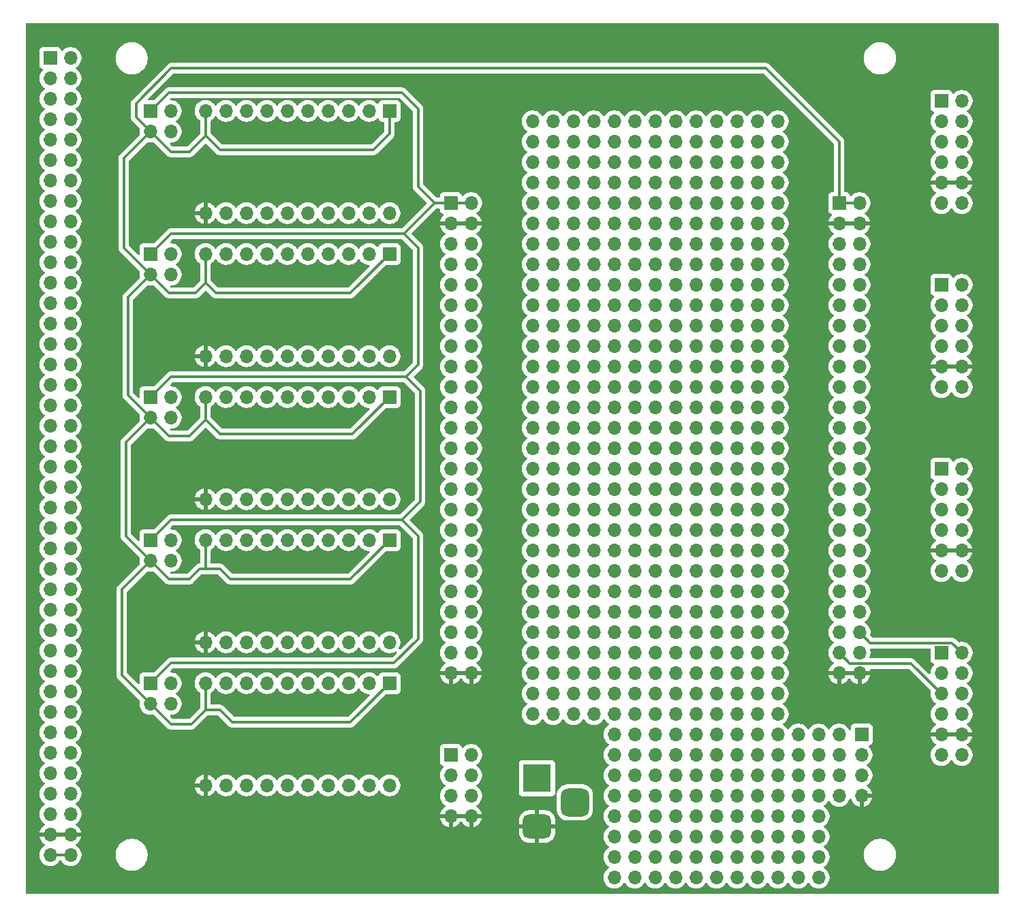
<source format=gbr>
%TF.GenerationSoftware,KiCad,Pcbnew,9.0.1-9.0.1-0~ubuntu24.04.1*%
%TF.CreationDate,2025-04-22T11:44:26+09:00*%
%TF.ProjectId,PSCE-TEST_Cyclone4_6k,50534345-2d54-4455-9354-5f4379636c6f,rev?*%
%TF.SameCoordinates,Original*%
%TF.FileFunction,Copper,L2,Bot*%
%TF.FilePolarity,Positive*%
%FSLAX46Y46*%
G04 Gerber Fmt 4.6, Leading zero omitted, Abs format (unit mm)*
G04 Created by KiCad (PCBNEW 9.0.1-9.0.1-0~ubuntu24.04.1) date 2025-04-22 11:44:26*
%MOMM*%
%LPD*%
G01*
G04 APERTURE LIST*
G04 Aperture macros list*
%AMRoundRect*
0 Rectangle with rounded corners*
0 $1 Rounding radius*
0 $2 $3 $4 $5 $6 $7 $8 $9 X,Y pos of 4 corners*
0 Add a 4 corners polygon primitive as box body*
4,1,4,$2,$3,$4,$5,$6,$7,$8,$9,$2,$3,0*
0 Add four circle primitives for the rounded corners*
1,1,$1+$1,$2,$3*
1,1,$1+$1,$4,$5*
1,1,$1+$1,$6,$7*
1,1,$1+$1,$8,$9*
0 Add four rect primitives between the rounded corners*
20,1,$1+$1,$2,$3,$4,$5,0*
20,1,$1+$1,$4,$5,$6,$7,0*
20,1,$1+$1,$6,$7,$8,$9,0*
20,1,$1+$1,$8,$9,$2,$3,0*%
G04 Aperture macros list end*
%TA.AperFunction,ComponentPad*%
%ADD10O,1.700000X1.700000*%
%TD*%
%TA.AperFunction,ComponentPad*%
%ADD11R,3.500000X3.500000*%
%TD*%
%TA.AperFunction,ComponentPad*%
%ADD12RoundRect,0.750000X1.000000X-0.750000X1.000000X0.750000X-1.000000X0.750000X-1.000000X-0.750000X0*%
%TD*%
%TA.AperFunction,ComponentPad*%
%ADD13RoundRect,0.875000X0.875000X-0.875000X0.875000X0.875000X-0.875000X0.875000X-0.875000X-0.875000X0*%
%TD*%
%TA.AperFunction,ComponentPad*%
%ADD14R,1.700000X1.700000*%
%TD*%
%TA.AperFunction,ViaPad*%
%ADD15C,0.600000*%
%TD*%
%TA.AperFunction,Conductor*%
%ADD16C,0.300000*%
%TD*%
G04 APERTURE END LIST*
D10*
%TO.P,,*%
%TO.N,*%
X175260000Y-127000000D03*
%TD*%
%TO.P,,*%
%TO.N,*%
X162560000Y-129540000D03*
%TD*%
%TO.P,,*%
%TO.N,*%
X160020000Y-111760000D03*
%TD*%
%TO.P,,*%
%TO.N,*%
X170180000Y-104140000D03*
%TD*%
D11*
%TO.P,J13,1*%
%TO.N,Net-(J12-Pin_2)*%
X147886500Y-134970000D03*
D12*
%TO.P,J13,2*%
%TO.N,GND*%
X147886500Y-140970000D03*
D13*
%TO.P,J13,3*%
%TO.N,unconnected-(J13-Pad3)*%
X152586500Y-137970000D03*
%TD*%
D10*
%TO.P,,*%
%TO.N,*%
X165100000Y-76200000D03*
%TD*%
%TO.P,,*%
%TO.N,*%
X175260000Y-86360000D03*
%TD*%
%TO.P,,*%
%TO.N,*%
X177800000Y-73660000D03*
%TD*%
%TO.P,,*%
%TO.N,*%
X162560000Y-139700000D03*
%TD*%
%TO.P,,*%
%TO.N,*%
X149860000Y-71120000D03*
%TD*%
D14*
%TO.P,J12,1,Pin_1*%
%TO.N,+5V*%
X137160000Y-132080000D03*
D10*
%TO.P,J12,2,Pin_2*%
%TO.N,Net-(J12-Pin_2)*%
X139700000Y-132080000D03*
%TO.P,J12,3,Pin_3*%
%TO.N,+5V*%
X137160000Y-134620000D03*
%TO.P,J12,4,Pin_4*%
%TO.N,Net-(J12-Pin_2)*%
X139700000Y-134620000D03*
%TO.P,J12,5,Pin_5*%
%TO.N,Net-(J12-Pin_5)*%
X137160000Y-137160000D03*
%TO.P,J12,6,Pin_6*%
X139700000Y-137160000D03*
%TO.P,J12,7,Pin_7*%
%TO.N,GND*%
X137160000Y-139700000D03*
%TO.P,J12,8,Pin_8*%
X139700000Y-139700000D03*
%TD*%
%TO.P,,*%
%TO.N,*%
X149860000Y-58420000D03*
%TD*%
%TO.P,,*%
%TO.N,*%
X175260000Y-60960000D03*
%TD*%
%TO.P,,*%
%TO.N,*%
X162560000Y-99060000D03*
%TD*%
%TO.P,,*%
%TO.N,*%
X182880000Y-137160000D03*
%TD*%
%TO.P,,*%
%TO.N,*%
X175260000Y-147320000D03*
%TD*%
D14*
%TO.P,J2,1,Pin_1*%
%TO.N,+5V*%
X99822000Y-69850000D03*
D10*
%TO.P,J2,2,Pin_2*%
%TO.N,Net-(J2-Pin_2)*%
X102362000Y-69850000D03*
%TO.P,J2,3,Pin_3*%
%TO.N,3V3*%
X99822000Y-72390000D03*
%TO.P,J2,4,Pin_4*%
%TO.N,Net-(J2-Pin_2)*%
X102362000Y-72390000D03*
%TD*%
%TO.P,,*%
%TO.N,*%
X160020000Y-81280000D03*
%TD*%
%TO.P,,*%
%TO.N,*%
X182880000Y-129540000D03*
%TD*%
%TO.P,,*%
%TO.N,*%
X170180000Y-101600000D03*
%TD*%
%TO.P,,*%
%TO.N,*%
X172720000Y-63500000D03*
%TD*%
%TO.P,,*%
%TO.N,*%
X152400000Y-104140000D03*
%TD*%
%TO.P,,*%
%TO.N,*%
X157480000Y-88900000D03*
%TD*%
%TO.P,,*%
%TO.N,*%
X175260000Y-129540000D03*
%TD*%
%TO.P,,*%
%TO.N,*%
X162560000Y-81280000D03*
%TD*%
%TO.P,,*%
%TO.N,*%
X172720000Y-76200000D03*
%TD*%
%TO.P,,*%
%TO.N,*%
X162560000Y-58420000D03*
%TD*%
%TO.P,,*%
%TO.N,*%
X152400000Y-55880000D03*
%TD*%
%TO.P,,*%
%TO.N,*%
X157480000Y-93980000D03*
%TD*%
%TO.P,,*%
%TO.N,*%
X182880000Y-142240000D03*
%TD*%
%TO.P,,*%
%TO.N,*%
X167640000Y-137160000D03*
%TD*%
%TO.P,,*%
%TO.N,*%
X154940000Y-53340000D03*
%TD*%
%TO.P,,*%
%TO.N,*%
X147320000Y-119380000D03*
%TD*%
%TO.P,,*%
%TO.N,*%
X175260000Y-137160000D03*
%TD*%
%TO.P,,*%
%TO.N,*%
X152400000Y-119380000D03*
%TD*%
%TO.P,,*%
%TO.N,*%
X160020000Y-60960000D03*
%TD*%
%TO.P,,*%
%TO.N,*%
X167640000Y-93980000D03*
%TD*%
%TO.P,,*%
%TO.N,*%
X167640000Y-68580000D03*
%TD*%
%TO.P,,*%
%TO.N,*%
X172720000Y-83820000D03*
%TD*%
%TO.P,,*%
%TO.N,*%
X160020000Y-121920000D03*
%TD*%
%TO.P,,*%
%TO.N,*%
X165100000Y-129540000D03*
%TD*%
%TO.P,,*%
%TO.N,*%
X175260000Y-78740000D03*
%TD*%
%TO.P,,*%
%TO.N,*%
X152400000Y-73660000D03*
%TD*%
%TO.P,,*%
%TO.N,*%
X162560000Y-114300000D03*
%TD*%
D14*
%TO.P,J4,1,Pin_1*%
%TO.N,+5V*%
X99822000Y-105410000D03*
D10*
%TO.P,J4,2,Pin_2*%
%TO.N,Net-(J4-Pin_2)*%
X102362000Y-105410000D03*
%TO.P,J4,3,Pin_3*%
%TO.N,3V3*%
X99822000Y-107950000D03*
%TO.P,J4,4,Pin_4*%
%TO.N,Net-(J4-Pin_2)*%
X102362000Y-107950000D03*
%TD*%
%TO.P,,*%
%TO.N,*%
X165100000Y-104140000D03*
%TD*%
%TO.P,,*%
%TO.N,*%
X165100000Y-55880000D03*
%TD*%
%TO.P,,*%
%TO.N,*%
X175260000Y-73660000D03*
%TD*%
%TO.P,,*%
%TO.N,*%
X160020000Y-106680000D03*
%TD*%
%TO.P,,*%
%TO.N,*%
X177800000Y-111760000D03*
%TD*%
%TO.P,,*%
%TO.N,*%
X167640000Y-53340000D03*
%TD*%
%TO.P,,*%
%TO.N,*%
X175260000Y-121920000D03*
%TD*%
%TO.P,,*%
%TO.N,*%
X162560000Y-116840000D03*
%TD*%
%TO.P,,*%
%TO.N,*%
X175260000Y-58420000D03*
%TD*%
%TO.P,,*%
%TO.N,*%
X154940000Y-127000000D03*
%TD*%
%TO.P,,*%
%TO.N,*%
X172720000Y-93980000D03*
%TD*%
%TO.P,,*%
%TO.N,*%
X147320000Y-127000000D03*
%TD*%
%TO.P,,*%
%TO.N,*%
X154940000Y-109220000D03*
%TD*%
%TO.P,,*%
%TO.N,*%
X170180000Y-132080000D03*
%TD*%
%TO.P,,*%
%TO.N,*%
X149860000Y-53340000D03*
%TD*%
%TO.P,,*%
%TO.N,*%
X157480000Y-119380000D03*
%TD*%
%TO.P,,*%
%TO.N,*%
X177800000Y-144780000D03*
%TD*%
%TO.P,,*%
%TO.N,*%
X162560000Y-88900000D03*
%TD*%
%TO.P,,*%
%TO.N,*%
X180340000Y-134620000D03*
%TD*%
%TO.P,,*%
%TO.N,*%
X175260000Y-55880000D03*
%TD*%
%TO.P,,*%
%TO.N,*%
X167640000Y-121920000D03*
%TD*%
D14*
%TO.P,U1,1,VCCA*%
%TO.N,3V3*%
X129540000Y-52045000D03*
D10*
%TO.P,U1,2,A1*%
%TO.N,/IO30*%
X127000000Y-52045000D03*
%TO.P,U1,3,A2*%
%TO.N,/IO28*%
X124460000Y-52045000D03*
%TO.P,U1,4,A3*%
%TO.N,/IO32*%
X121920000Y-52045000D03*
%TO.P,U1,5,A4*%
%TO.N,/IO31*%
X119380000Y-52045000D03*
%TO.P,U1,6,A5*%
%TO.N,/IO34*%
X116840000Y-52045000D03*
%TO.P,U1,7,A6*%
%TO.N,/IO33*%
X114300000Y-52045000D03*
%TO.P,U1,8,A7*%
%TO.N,/IO39*%
X111760000Y-52045000D03*
%TO.P,U1,9,A8*%
%TO.N,/IO38*%
X109220000Y-52045000D03*
%TO.P,U1,10,OE*%
%TO.N,3V3*%
X106680000Y-52045000D03*
%TO.P,U1,11,GND*%
%TO.N,GND*%
X106680000Y-64745000D03*
%TO.P,U1,12,B8*%
%TO.N,/DUT7*%
X109220000Y-64745000D03*
%TO.P,U1,13,B7*%
%TO.N,/DUT6*%
X111760000Y-64745000D03*
%TO.P,U1,14,B6*%
%TO.N,/DUT5*%
X114300000Y-64745000D03*
%TO.P,U1,15,B5*%
%TO.N,/DUT4*%
X116840000Y-64745000D03*
%TO.P,U1,16,B4*%
%TO.N,/DUT3*%
X119380000Y-64745000D03*
%TO.P,U1,17,B3*%
%TO.N,/DUT2*%
X121920000Y-64745000D03*
%TO.P,U1,18,B2*%
%TO.N,/DUT1*%
X124460000Y-64745000D03*
%TO.P,U1,19,B1*%
%TO.N,/DUT0*%
X127000000Y-64745000D03*
%TO.P,U1,20,VCCB*%
%TO.N,Net-(J1-Pin_2)*%
X129540000Y-64745000D03*
%TD*%
%TO.P,,*%
%TO.N,*%
X165100000Y-68580000D03*
%TD*%
%TO.P,,*%
%TO.N,*%
X149860000Y-106680000D03*
%TD*%
%TO.P,,*%
%TO.N,*%
X149860000Y-88900000D03*
%TD*%
%TO.P,,*%
%TO.N,*%
X165100000Y-73660000D03*
%TD*%
D14*
%TO.P,U2,1,VCCA*%
%TO.N,3V3*%
X129540000Y-69825000D03*
D10*
%TO.P,U2,2,A1*%
%TO.N,/IO43*%
X127000000Y-69825000D03*
%TO.P,U2,3,A2*%
%TO.N,/IO42*%
X124460000Y-69825000D03*
%TO.P,U2,4,A3*%
%TO.N,/IO46*%
X121920000Y-69825000D03*
%TO.P,U2,5,A4*%
%TO.N,/IO44*%
X119380000Y-69825000D03*
%TO.P,U2,6,A5*%
%TO.N,/IO50*%
X116840000Y-69825000D03*
%TO.P,U2,7,A6*%
%TO.N,/IO49*%
X114300000Y-69825000D03*
%TO.P,U2,8,A7*%
%TO.N,/IO52*%
X111760000Y-69825000D03*
%TO.P,U2,9,A8*%
%TO.N,/IO51*%
X109220000Y-69825000D03*
%TO.P,U2,10,OE*%
%TO.N,3V3*%
X106680000Y-69825000D03*
%TO.P,U2,11,GND*%
%TO.N,GND*%
X106680000Y-82525000D03*
%TO.P,U2,12,B8*%
%TO.N,/DUT15*%
X109220000Y-82525000D03*
%TO.P,U2,13,B7*%
%TO.N,/DUT14*%
X111760000Y-82525000D03*
%TO.P,U2,14,B6*%
%TO.N,/DUT13*%
X114300000Y-82525000D03*
%TO.P,U2,15,B5*%
%TO.N,/DUT12*%
X116840000Y-82525000D03*
%TO.P,U2,16,B4*%
%TO.N,/DUT11*%
X119380000Y-82525000D03*
%TO.P,U2,17,B3*%
%TO.N,/DUT10*%
X121920000Y-82525000D03*
%TO.P,U2,18,B2*%
%TO.N,/DUT9*%
X124460000Y-82525000D03*
%TO.P,U2,19,B1*%
%TO.N,/DUT8*%
X127000000Y-82525000D03*
%TO.P,U2,20,VCCB*%
%TO.N,Net-(J2-Pin_2)*%
X129540000Y-82525000D03*
%TD*%
%TO.P,,*%
%TO.N,*%
X157480000Y-124460000D03*
%TD*%
%TO.P,,*%
%TO.N,*%
X165100000Y-119380000D03*
%TD*%
%TO.P,,*%
%TO.N,*%
X154940000Y-76200000D03*
%TD*%
%TO.P,,*%
%TO.N,*%
X162560000Y-134620000D03*
%TD*%
%TO.P,,*%
%TO.N,*%
X154940000Y-93980000D03*
%TD*%
%TO.P,,*%
%TO.N,*%
X152400000Y-81280000D03*
%TD*%
D14*
%TO.P,U5,1,VCCA*%
%TO.N,3V3*%
X129540000Y-123165000D03*
D10*
%TO.P,U5,2,A1*%
%TO.N,/IO75*%
X127000000Y-123165000D03*
%TO.P,U5,3,A2*%
%TO.N,/IO74*%
X124460000Y-123165000D03*
%TO.P,U5,4,A3*%
%TO.N,/IO77*%
X121920000Y-123165000D03*
%TO.P,U5,5,A4*%
%TO.N,/IO76*%
X119380000Y-123165000D03*
%TO.P,U5,6,A5*%
%TO.N,/IO83*%
X116840000Y-123165000D03*
%TO.P,U5,7,A6*%
%TO.N,/IO80*%
X114300000Y-123165000D03*
%TO.P,U5,8,A7*%
%TO.N,/IO85*%
X111760000Y-123165000D03*
%TO.P,U5,9,A8*%
%TO.N,/IO84*%
X109220000Y-123165000D03*
%TO.P,U5,10,OE*%
%TO.N,3V3*%
X106680000Y-123165000D03*
%TO.P,U5,11,GND*%
%TO.N,GND*%
X106680000Y-135865000D03*
%TO.P,U5,12,B8*%
%TO.N,/DUT39*%
X109220000Y-135865000D03*
%TO.P,U5,13,B7*%
%TO.N,/DUT38*%
X111760000Y-135865000D03*
%TO.P,U5,14,B6*%
%TO.N,/DUT37*%
X114300000Y-135865000D03*
%TO.P,U5,15,B5*%
%TO.N,/DUT36*%
X116840000Y-135865000D03*
%TO.P,U5,16,B4*%
%TO.N,/DUT35*%
X119380000Y-135865000D03*
%TO.P,U5,17,B3*%
%TO.N,/DUT34*%
X121920000Y-135865000D03*
%TO.P,U5,18,B2*%
%TO.N,/DUT33*%
X124460000Y-135865000D03*
%TO.P,U5,19,B1*%
%TO.N,/DUT32*%
X127000000Y-135865000D03*
%TO.P,U5,20,VCCB*%
%TO.N,Net-(J5-Pin_2)*%
X129540000Y-135865000D03*
%TD*%
%TO.P,,*%
%TO.N,*%
X175260000Y-66040000D03*
%TD*%
%TO.P,,*%
%TO.N,*%
X177800000Y-114300000D03*
%TD*%
%TO.P,,*%
%TO.N,*%
X170180000Y-66040000D03*
%TD*%
%TO.P,,*%
%TO.N,*%
X167640000Y-124460000D03*
%TD*%
%TO.P,,*%
%TO.N,*%
X170180000Y-99060000D03*
%TD*%
%TO.P,,*%
%TO.N,*%
X152400000Y-68580000D03*
%TD*%
%TO.P,,*%
%TO.N,*%
X149860000Y-66040000D03*
%TD*%
%TO.P,,*%
%TO.N,*%
X152400000Y-88900000D03*
%TD*%
%TO.P,,*%
%TO.N,*%
X154940000Y-116840000D03*
%TD*%
%TO.P,,*%
%TO.N,*%
X160020000Y-71120000D03*
%TD*%
%TO.P,,*%
%TO.N,*%
X160020000Y-116840000D03*
%TD*%
%TO.P,,*%
%TO.N,*%
X160020000Y-88900000D03*
%TD*%
%TO.P,,*%
%TO.N,*%
X152400000Y-60960000D03*
%TD*%
%TO.P,,*%
%TO.N,*%
X157480000Y-71120000D03*
%TD*%
%TO.P,,*%
%TO.N,*%
X160020000Y-101600000D03*
%TD*%
%TO.P,,*%
%TO.N,*%
X157480000Y-101600000D03*
%TD*%
%TO.P,,*%
%TO.N,*%
X172720000Y-81280000D03*
%TD*%
%TO.P,,*%
%TO.N,*%
X160020000Y-55880000D03*
%TD*%
%TO.P,,*%
%TO.N,*%
X167640000Y-78740000D03*
%TD*%
%TO.P,,*%
%TO.N,*%
X185420000Y-132080000D03*
%TD*%
%TO.P,,*%
%TO.N,*%
X182880000Y-139700000D03*
%TD*%
%TO.P,,*%
%TO.N,*%
X149860000Y-60960000D03*
%TD*%
%TO.P,,*%
%TO.N,*%
X162560000Y-63500000D03*
%TD*%
%TO.P,,*%
%TO.N,*%
X177800000Y-76200000D03*
%TD*%
%TO.P,,*%
%TO.N,*%
X165100000Y-114300000D03*
%TD*%
%TO.P,,*%
%TO.N,*%
X165100000Y-124460000D03*
%TD*%
%TO.P,,*%
%TO.N,*%
X180340000Y-144780000D03*
%TD*%
%TO.P,,*%
%TO.N,*%
X180340000Y-142240000D03*
%TD*%
%TO.P,,*%
%TO.N,*%
X165100000Y-53340000D03*
%TD*%
%TO.P,,*%
%TO.N,*%
X152400000Y-124460000D03*
%TD*%
%TO.P,,*%
%TO.N,*%
X170180000Y-137160000D03*
%TD*%
%TO.P,,*%
%TO.N,*%
X147320000Y-93980000D03*
%TD*%
%TO.P,,*%
%TO.N,*%
X175260000Y-114300000D03*
%TD*%
%TO.P,,*%
%TO.N,*%
X167640000Y-55880000D03*
%TD*%
%TO.P,,*%
%TO.N,*%
X177800000Y-93980000D03*
%TD*%
%TO.P,,*%
%TO.N,*%
X172720000Y-86360000D03*
%TD*%
%TO.P,,*%
%TO.N,*%
X157480000Y-111760000D03*
%TD*%
%TO.P,,*%
%TO.N,*%
X177800000Y-116840000D03*
%TD*%
%TO.P,,*%
%TO.N,*%
X165100000Y-91440000D03*
%TD*%
%TO.P,,*%
%TO.N,*%
X177800000Y-121920000D03*
%TD*%
%TO.P,,*%
%TO.N,*%
X170180000Y-53340000D03*
%TD*%
%TO.P,,*%
%TO.N,*%
X157480000Y-96520000D03*
%TD*%
%TO.P,,*%
%TO.N,*%
X162560000Y-101600000D03*
%TD*%
%TO.P,,*%
%TO.N,*%
X160020000Y-93980000D03*
%TD*%
%TO.P,,*%
%TO.N,*%
X149860000Y-96520000D03*
%TD*%
%TO.P,,*%
%TO.N,*%
X167640000Y-58420000D03*
%TD*%
%TO.P,,*%
%TO.N,*%
X175260000Y-139700000D03*
%TD*%
%TO.P,,*%
%TO.N,*%
X147320000Y-78740000D03*
%TD*%
%TO.P,,*%
%TO.N,*%
X165100000Y-139700000D03*
%TD*%
%TO.P,,*%
%TO.N,*%
X162560000Y-127000000D03*
%TD*%
%TO.P,,*%
%TO.N,*%
X177800000Y-104140000D03*
%TD*%
%TO.P,,*%
%TO.N,*%
X162560000Y-83820000D03*
%TD*%
%TO.P,,*%
%TO.N,*%
X149860000Y-99060000D03*
%TD*%
%TO.P,,*%
%TO.N,*%
X162560000Y-53340000D03*
%TD*%
%TO.P,,*%
%TO.N,*%
X185420000Y-129540000D03*
%TD*%
%TO.P,,*%
%TO.N,*%
X157480000Y-58420000D03*
%TD*%
%TO.P,,*%
%TO.N,*%
X149860000Y-55880000D03*
%TD*%
%TO.P,,*%
%TO.N,*%
X170180000Y-68580000D03*
%TD*%
%TO.P,,*%
%TO.N,*%
X172720000Y-137160000D03*
%TD*%
%TO.P,,*%
%TO.N,*%
X154940000Y-106680000D03*
%TD*%
%TO.P,,*%
%TO.N,*%
X172720000Y-53340000D03*
%TD*%
%TO.P,,*%
%TO.N,*%
X147320000Y-109220000D03*
%TD*%
%TO.P,,*%
%TO.N,*%
X177800000Y-129540000D03*
%TD*%
%TO.P,,*%
%TO.N,*%
X170180000Y-76200000D03*
%TD*%
%TO.P,,*%
%TO.N,*%
X167640000Y-66040000D03*
%TD*%
%TO.P,,*%
%TO.N,*%
X170180000Y-73660000D03*
%TD*%
%TO.P,,*%
%TO.N,*%
X170180000Y-86360000D03*
%TD*%
%TO.P,,*%
%TO.N,*%
X175260000Y-101600000D03*
%TD*%
%TO.P,,*%
%TO.N,*%
X149860000Y-76200000D03*
%TD*%
%TO.P,,*%
%TO.N,*%
X147320000Y-63500000D03*
%TD*%
%TO.P,,*%
%TO.N,*%
X147320000Y-73660000D03*
%TD*%
%TO.P,,*%
%TO.N,*%
X175260000Y-144780000D03*
%TD*%
%TO.P,,*%
%TO.N,*%
X165100000Y-86360000D03*
%TD*%
%TO.P,,*%
%TO.N,*%
X160020000Y-137160000D03*
%TD*%
%TO.P,,*%
%TO.N,*%
X160020000Y-63500000D03*
%TD*%
%TO.P,,*%
%TO.N,*%
X165100000Y-142240000D03*
%TD*%
%TO.P,,*%
%TO.N,*%
X162560000Y-73660000D03*
%TD*%
%TO.P,,*%
%TO.N,*%
X160020000Y-132080000D03*
%TD*%
%TO.P,,*%
%TO.N,*%
X157480000Y-144780000D03*
%TD*%
%TO.P,,*%
%TO.N,*%
X160020000Y-68580000D03*
%TD*%
%TO.P,,*%
%TO.N,*%
X170180000Y-127000000D03*
%TD*%
%TO.P,,*%
%TO.N,*%
X160020000Y-139700000D03*
%TD*%
%TO.P,,*%
%TO.N,*%
X152400000Y-58420000D03*
%TD*%
%TO.P,,*%
%TO.N,*%
X177800000Y-60960000D03*
%TD*%
%TO.P,,*%
%TO.N,*%
X157480000Y-68580000D03*
%TD*%
%TO.P,,*%
%TO.N,*%
X177800000Y-53340000D03*
%TD*%
%TO.P,,*%
%TO.N,*%
X180340000Y-147320000D03*
%TD*%
%TO.P,,*%
%TO.N,*%
X152400000Y-109220000D03*
%TD*%
%TO.P,,*%
%TO.N,*%
X152400000Y-101600000D03*
%TD*%
%TO.P,,*%
%TO.N,*%
X147320000Y-101600000D03*
%TD*%
%TO.P,,*%
%TO.N,*%
X157480000Y-66040000D03*
%TD*%
%TO.P,,*%
%TO.N,*%
X180340000Y-132080000D03*
%TD*%
%TO.P,,*%
%TO.N,*%
X147320000Y-55880000D03*
%TD*%
%TO.P,,*%
%TO.N,*%
X175260000Y-91440000D03*
%TD*%
%TO.P,,*%
%TO.N,*%
X177800000Y-58420000D03*
%TD*%
%TO.P,,*%
%TO.N,*%
X175260000Y-134620000D03*
%TD*%
%TO.P,,*%
%TO.N,*%
X167640000Y-134620000D03*
%TD*%
%TO.P,,*%
%TO.N,*%
X167640000Y-96520000D03*
%TD*%
%TO.P,,*%
%TO.N,*%
X170180000Y-124460000D03*
%TD*%
%TO.P,,*%
%TO.N,*%
X170180000Y-114300000D03*
%TD*%
%TO.P,,*%
%TO.N,*%
X147320000Y-68580000D03*
%TD*%
%TO.P,,*%
%TO.N,*%
X154940000Y-78740000D03*
%TD*%
%TO.P,,*%
%TO.N,*%
X172720000Y-109220000D03*
%TD*%
%TO.P,,*%
%TO.N,*%
X147320000Y-121920000D03*
%TD*%
%TO.P,,*%
%TO.N,*%
X177800000Y-96520000D03*
%TD*%
%TO.P,,*%
%TO.N,*%
X175260000Y-81280000D03*
%TD*%
%TO.P,,*%
%TO.N,*%
X160020000Y-76200000D03*
%TD*%
%TO.P,,*%
%TO.N,*%
X165100000Y-81280000D03*
%TD*%
%TO.P,,*%
%TO.N,*%
X165100000Y-121920000D03*
%TD*%
%TO.P,,*%
%TO.N,*%
X154940000Y-66040000D03*
%TD*%
%TO.P,,*%
%TO.N,*%
X147320000Y-96520000D03*
%TD*%
%TO.P,,*%
%TO.N,*%
X175260000Y-76200000D03*
%TD*%
%TO.P,,*%
%TO.N,*%
X167640000Y-147320000D03*
%TD*%
%TO.P,,*%
%TO.N,*%
X149860000Y-121920000D03*
%TD*%
%TO.P,,*%
%TO.N,*%
X157480000Y-78740000D03*
%TD*%
%TO.P,,*%
%TO.N,*%
X152400000Y-121920000D03*
%TD*%
%TO.P,,*%
%TO.N,*%
X177800000Y-68580000D03*
%TD*%
%TO.P,,*%
%TO.N,*%
X175260000Y-116840000D03*
%TD*%
%TO.P,,*%
%TO.N,*%
X170180000Y-63500000D03*
%TD*%
%TO.P,,*%
%TO.N,*%
X157480000Y-109220000D03*
%TD*%
%TO.P,,*%
%TO.N,*%
X160020000Y-73660000D03*
%TD*%
%TO.P,,*%
%TO.N,*%
X175260000Y-68580000D03*
%TD*%
%TO.P,,*%
%TO.N,*%
X170180000Y-96520000D03*
%TD*%
%TO.P,,*%
%TO.N,*%
X149860000Y-116840000D03*
%TD*%
%TO.P,,*%
%TO.N,*%
X177800000Y-99060000D03*
%TD*%
%TO.P,,*%
%TO.N,*%
X152400000Y-76200000D03*
%TD*%
%TO.P,,*%
%TO.N,*%
X175260000Y-142240000D03*
%TD*%
%TO.P,,*%
%TO.N,*%
X149860000Y-83820000D03*
%TD*%
D14*
%TO.P,JA1,1,Pin_1*%
%TO.N,/IO11*%
X198120000Y-50800000D03*
D10*
%TO.P,JA1,2,Pin_2*%
%TO.N,/IO10*%
X200660000Y-50800000D03*
%TO.P,JA1,3,Pin_3*%
%TO.N,/IO7*%
X198120000Y-53340000D03*
%TO.P,JA1,4,Pin_4*%
%TO.N,/IO3*%
X200660000Y-53340000D03*
%TO.P,JA1,5,Pin_5*%
%TO.N,/IO2*%
X198120000Y-55880000D03*
%TO.P,JA1,6,Pin_6*%
%TO.N,/IO1*%
X200660000Y-55880000D03*
%TO.P,JA1,7,Pin_7*%
%TO.N,/IO144*%
X198120000Y-58420000D03*
%TO.P,JA1,8,Pin_8*%
%TO.N,/IO143*%
X200660000Y-58420000D03*
%TO.P,JA1,9,Pin_9*%
%TO.N,GND*%
X198120000Y-60960000D03*
%TO.P,JA1,10,Pin_10*%
X200660000Y-60960000D03*
%TO.P,JA1,11,Pin_11*%
%TO.N,unconnected-(JA1-Pin_11-Pad11)*%
X198120000Y-63500000D03*
%TO.P,JA1,12,Pin_12*%
%TO.N,unconnected-(JA1-Pin_12-Pad12)*%
X200660000Y-63500000D03*
%TD*%
%TO.P,,*%
%TO.N,*%
X177800000Y-139700000D03*
%TD*%
%TO.P,,*%
%TO.N,*%
X152400000Y-53340000D03*
%TD*%
%TO.P,,*%
%TO.N,*%
X167640000Y-106680000D03*
%TD*%
%TO.P,,*%
%TO.N,*%
X149860000Y-101600000D03*
%TD*%
%TO.P,,*%
%TO.N,*%
X170180000Y-121920000D03*
%TD*%
%TO.P,,*%
%TO.N,*%
X165100000Y-101600000D03*
%TD*%
%TO.P,,*%
%TO.N,*%
X177800000Y-91440000D03*
%TD*%
%TO.P,,*%
%TO.N,*%
X172720000Y-88900000D03*
%TD*%
%TO.P,,*%
%TO.N,*%
X185420000Y-137160000D03*
%TD*%
%TO.P,,*%
%TO.N,*%
X154940000Y-58420000D03*
%TD*%
%TO.P,,*%
%TO.N,*%
X160020000Y-127000000D03*
%TD*%
%TO.P,,*%
%TO.N,*%
X162560000Y-119380000D03*
%TD*%
%TO.P,,*%
%TO.N,*%
X165100000Y-66040000D03*
%TD*%
%TO.P,,*%
%TO.N,*%
X157480000Y-55880000D03*
%TD*%
%TO.P,,*%
%TO.N,*%
X167640000Y-71120000D03*
%TD*%
%TO.P,,*%
%TO.N,*%
X165100000Y-147320000D03*
%TD*%
%TO.P,,*%
%TO.N,*%
X177800000Y-142240000D03*
%TD*%
%TO.P,,*%
%TO.N,*%
X160020000Y-142240000D03*
%TD*%
%TO.P,,*%
%TO.N,*%
X147320000Y-91440000D03*
%TD*%
D14*
%TO.P,J8,1,Pin_1*%
%TO.N,3V3*%
X185420000Y-63500000D03*
D10*
%TO.P,J8,2,Pin_2*%
X187960000Y-63500000D03*
%TO.P,J8,3,Pin_3*%
%TO.N,GND*%
X185420000Y-66040000D03*
%TO.P,J8,4,Pin_4*%
X187960000Y-66040000D03*
%TO.P,J8,5,Pin_5*%
%TO.N,/IO11*%
X185420000Y-68580000D03*
%TO.P,J8,6,Pin_6*%
%TO.N,/IO10*%
X187960000Y-68580000D03*
%TO.P,J8,7,Pin_7*%
%TO.N,/IO7*%
X185420000Y-71120000D03*
%TO.P,J8,8,Pin_8*%
%TO.N,/IO3*%
X187960000Y-71120000D03*
%TO.P,J8,9,Pin_9*%
%TO.N,/IO2*%
X185420000Y-73660000D03*
%TO.P,J8,10,Pin_10*%
%TO.N,/IO1*%
X187960000Y-73660000D03*
%TO.P,J8,11,Pin_11*%
%TO.N,/IO144*%
X185420000Y-76200000D03*
%TO.P,J8,12,Pin_12*%
%TO.N,/IO143*%
X187960000Y-76200000D03*
%TO.P,J8,13,Pin_13*%
%TO.N,/DOUT_EMU0_142*%
X185420000Y-78740000D03*
%TO.P,J8,14,Pin_14*%
%TO.N,/DOUT_EMU4_141*%
X187960000Y-78740000D03*
%TO.P,J8,15,Pin_15*%
%TO.N,/DOUT_EMU1_138*%
X185420000Y-81280000D03*
%TO.P,J8,16,Pin_16*%
%TO.N,/DOUT_EMU5_137*%
X187960000Y-81280000D03*
%TO.P,J8,17,Pin_17*%
%TO.N,/DOUT_EMU2_136*%
X185420000Y-83820000D03*
%TO.P,J8,18,Pin_18*%
%TO.N,/DOUT_EMU6_135*%
X187960000Y-83820000D03*
%TO.P,J8,19,Pin_19*%
%TO.N,/DOUT_EMU3_133*%
X185420000Y-86360000D03*
%TO.P,J8,20,Pin_20*%
%TO.N,/DOUT_EMU7_132*%
X187960000Y-86360000D03*
%TO.P,J8,21,Pin_21*%
%TO.N,/DIN_EMU0_129*%
X185420000Y-88900000D03*
%TO.P,J8,22,Pin_22*%
%TO.N,/DIN_EMU4_128*%
X187960000Y-88900000D03*
%TO.P,J8,23,Pin_23*%
%TO.N,/DIN_EMU1_127*%
X185420000Y-91440000D03*
%TO.P,J8,24,Pin_24*%
%TO.N,/DIN_EMU5_126*%
X187960000Y-91440000D03*
%TO.P,J8,25,Pin_25*%
%TO.N,/DIN_EMU2_125*%
X185420000Y-93980000D03*
%TO.P,J8,26,Pin_26*%
%TO.N,/DIN_EMU6_124*%
X187960000Y-93980000D03*
%TO.P,J8,27,Pin_27*%
%TO.N,/DIN_EMU3_121*%
X185420000Y-96520000D03*
%TO.P,J8,28,Pin_28*%
%TO.N,/DIN_EMU7_120*%
X187960000Y-96520000D03*
%TO.P,J8,29,Pin_29*%
%TO.N,/GET_EMU_119*%
X185420000Y-99060000D03*
%TO.P,J8,30,Pin_30*%
%TO.N,/ADDR_EMU0_115*%
X187960000Y-99060000D03*
%TO.P,J8,31,Pin_31*%
%TO.N,/ADDR_EMU1_114*%
X185420000Y-101600000D03*
%TO.P,J8,32,Pin_32*%
%TO.N,/LOAD_EMU_113*%
X187960000Y-101600000D03*
%TO.P,J8,33,Pin_33*%
%TO.N,/IO_REQ_112*%
X185420000Y-104140000D03*
%TO.P,J8,34,Pin_34*%
%TO.N,/ADDR_EMU2_111*%
X187960000Y-104140000D03*
%TO.P,J8,35,Pin_35*%
%TO.N,/IO110*%
X185420000Y-106680000D03*
%TO.P,J8,36,Pin_36*%
%TO.N,/IO106*%
X187960000Y-106680000D03*
%TO.P,J8,37,Pin_37*%
%TO.N,/IO105*%
X185420000Y-109220000D03*
%TO.P,J8,38,Pin_38*%
%TO.N,/IO104*%
X187960000Y-109220000D03*
%TO.P,J8,39,Pin_39*%
%TO.N,/IO103*%
X185420000Y-111760000D03*
%TO.P,J8,40,Pin_40*%
%TO.N,/IO101_nCE0*%
X187960000Y-111760000D03*
%TO.P,J8,41,Pin_41*%
%TO.N,/IO100*%
X185420000Y-114300000D03*
%TO.P,J8,42,Pin_42*%
%TO.N,/IO99*%
X187960000Y-114300000D03*
%TO.P,J8,43,Pin_43*%
%TO.N,/IO98*%
X185420000Y-116840000D03*
%TO.P,J8,44,Pin_44*%
%TO.N,/CLK_EMU_23*%
X187960000Y-116840000D03*
%TO.P,J8,45,Pin_45*%
%TO.N,/CLK_DUT_24*%
X185420000Y-119380000D03*
%TO.P,J8,46,Pin_46*%
%TO.N,/I25_CLK*%
X187960000Y-119380000D03*
%TO.P,J8,47,Pin_47*%
%TO.N,GND*%
X185420000Y-121920000D03*
%TO.P,J8,48,Pin_48*%
X187960000Y-121920000D03*
%TD*%
%TO.P,,*%
%TO.N,*%
X154940000Y-86360000D03*
%TD*%
%TO.P,,*%
%TO.N,*%
X175260000Y-93980000D03*
%TD*%
%TO.P,,*%
%TO.N,*%
X172720000Y-71120000D03*
%TD*%
%TO.P,,*%
%TO.N,*%
X152400000Y-106680000D03*
%TD*%
%TO.P,,*%
%TO.N,*%
X177800000Y-71120000D03*
%TD*%
%TO.P,,*%
%TO.N,*%
X157480000Y-121920000D03*
%TD*%
%TO.P,,*%
%TO.N,*%
X152400000Y-99060000D03*
%TD*%
%TO.P,,*%
%TO.N,*%
X172720000Y-111760000D03*
%TD*%
%TO.P,,*%
%TO.N,*%
X154940000Y-104140000D03*
%TD*%
%TO.P,,*%
%TO.N,*%
X160020000Y-99060000D03*
%TD*%
%TO.P,,*%
%TO.N,*%
X154940000Y-68580000D03*
%TD*%
%TO.P,,*%
%TO.N,*%
X177800000Y-81280000D03*
%TD*%
%TO.P,,*%
%TO.N,*%
X165100000Y-127000000D03*
%TD*%
%TO.P,,*%
%TO.N,*%
X160020000Y-114300000D03*
%TD*%
%TO.P,,*%
%TO.N,*%
X152400000Y-78740000D03*
%TD*%
%TO.P,,*%
%TO.N,*%
X172720000Y-116840000D03*
%TD*%
%TO.P,,*%
%TO.N,*%
X157480000Y-142240000D03*
%TD*%
%TO.P,,*%
%TO.N,*%
X154940000Y-101600000D03*
%TD*%
%TO.P,,*%
%TO.N,*%
X154940000Y-124460000D03*
%TD*%
%TO.P,,*%
%TO.N,*%
X160020000Y-83820000D03*
%TD*%
%TO.P,,*%
%TO.N,*%
X162560000Y-144780000D03*
%TD*%
%TO.P,,*%
%TO.N,*%
X170180000Y-71120000D03*
%TD*%
%TO.P,,*%
%TO.N,*%
X165100000Y-109220000D03*
%TD*%
%TO.P,,*%
%TO.N,*%
X175260000Y-53340000D03*
%TD*%
%TO.P,,*%
%TO.N,*%
X170180000Y-81280000D03*
%TD*%
%TO.P,,*%
%TO.N,*%
X160020000Y-119380000D03*
%TD*%
%TO.P,,*%
%TO.N,*%
X162560000Y-147320000D03*
%TD*%
%TO.P,,*%
%TO.N,*%
X147320000Y-83820000D03*
%TD*%
D14*
%TO.P,U4,1,VCCA*%
%TO.N,3V3*%
X129540000Y-105385000D03*
D10*
%TO.P,U4,2,A1*%
%TO.N,/IO67*%
X127000000Y-105385000D03*
%TO.P,U4,3,A2*%
%TO.N,/IO66*%
X124460000Y-105385000D03*
%TO.P,U4,4,A3*%
%TO.N,/IO69*%
X121920000Y-105385000D03*
%TO.P,U4,5,A4*%
%TO.N,/IO68*%
X119380000Y-105385000D03*
%TO.P,U4,6,A5*%
%TO.N,/IO71*%
X116840000Y-105385000D03*
%TO.P,U4,7,A6*%
%TO.N,/IO70*%
X114300000Y-105385000D03*
%TO.P,U4,8,A7*%
%TO.N,/IO73*%
X111760000Y-105385000D03*
%TO.P,U4,9,A8*%
%TO.N,/IO72*%
X109220000Y-105385000D03*
%TO.P,U4,10,OE*%
%TO.N,3V3*%
X106680000Y-105385000D03*
%TO.P,U4,11,GND*%
%TO.N,GND*%
X106680000Y-118085000D03*
%TO.P,U4,12,B8*%
%TO.N,/DUT31*%
X109220000Y-118085000D03*
%TO.P,U4,13,B7*%
%TO.N,/DUT30*%
X111760000Y-118085000D03*
%TO.P,U4,14,B6*%
%TO.N,/DUT29*%
X114300000Y-118085000D03*
%TO.P,U4,15,B5*%
%TO.N,/DUT28*%
X116840000Y-118085000D03*
%TO.P,U4,16,B4*%
%TO.N,/DUT27*%
X119380000Y-118085000D03*
%TO.P,U4,17,B3*%
%TO.N,/DUT26*%
X121920000Y-118085000D03*
%TO.P,U4,18,B2*%
%TO.N,/DUT25*%
X124460000Y-118085000D03*
%TO.P,U4,19,B1*%
%TO.N,/DUT24*%
X127000000Y-118085000D03*
%TO.P,U4,20,VCCB*%
%TO.N,Net-(J4-Pin_2)*%
X129540000Y-118085000D03*
%TD*%
%TO.P,,*%
%TO.N,*%
X154940000Y-111760000D03*
%TD*%
%TO.P,,*%
%TO.N,*%
X149860000Y-63500000D03*
%TD*%
%TO.P,,*%
%TO.N,*%
X157480000Y-134620000D03*
%TD*%
%TO.P,,*%
%TO.N,*%
X165100000Y-106680000D03*
%TD*%
%TO.P,,*%
%TO.N,*%
X160020000Y-86360000D03*
%TD*%
%TO.P,,*%
%TO.N,*%
X167640000Y-116840000D03*
%TD*%
%TO.P,,*%
%TO.N,*%
X165100000Y-116840000D03*
%TD*%
%TO.P,,*%
%TO.N,*%
X162560000Y-60960000D03*
%TD*%
%TO.P,,*%
%TO.N,*%
X162560000Y-76200000D03*
%TD*%
D14*
%TO.P,J1,1,Pin_1*%
%TO.N,+5V*%
X99822000Y-52070000D03*
D10*
%TO.P,J1,2,Pin_2*%
%TO.N,Net-(J1-Pin_2)*%
X102362000Y-52070000D03*
%TO.P,J1,3,Pin_3*%
%TO.N,3V3*%
X99822000Y-54610000D03*
%TO.P,J1,4,Pin_4*%
%TO.N,Net-(J1-Pin_2)*%
X102362000Y-54610000D03*
%TD*%
%TO.P,,*%
%TO.N,*%
X172720000Y-91440000D03*
%TD*%
%TO.P,,*%
%TO.N,*%
X149860000Y-81280000D03*
%TD*%
%TO.P,,*%
%TO.N,*%
X170180000Y-144780000D03*
%TD*%
%TO.P,,*%
%TO.N,*%
X147320000Y-106680000D03*
%TD*%
%TO.P,,*%
%TO.N,*%
X160020000Y-91440000D03*
%TD*%
D14*
%TO.P,J10,1,Pin_1*%
%TO.N,3V3*%
X188214000Y-129540000D03*
D10*
%TO.P,J10,2,Pin_2*%
X188214000Y-132080000D03*
%TO.P,J10,3,Pin_3*%
%TO.N,unconnected-(J10-Pin_3-Pad3)*%
X188214000Y-134620000D03*
%TO.P,J10,4,Pin_4*%
%TO.N,GND*%
X188214000Y-137160000D03*
%TD*%
%TO.P,,*%
%TO.N,*%
X170180000Y-109220000D03*
%TD*%
%TO.P,,*%
%TO.N,*%
X160020000Y-96520000D03*
%TD*%
%TO.P,,*%
%TO.N,*%
X149860000Y-91440000D03*
%TD*%
%TO.P,,*%
%TO.N,*%
X172720000Y-119380000D03*
%TD*%
%TO.P,,*%
%TO.N,*%
X162560000Y-106680000D03*
%TD*%
%TO.P,,*%
%TO.N,*%
X172720000Y-134620000D03*
%TD*%
%TO.P,,*%
%TO.N,*%
X172720000Y-139700000D03*
%TD*%
%TO.P,,*%
%TO.N,*%
X160020000Y-109220000D03*
%TD*%
%TO.P,,*%
%TO.N,*%
X172720000Y-101600000D03*
%TD*%
%TO.P,,*%
%TO.N,*%
X154940000Y-88900000D03*
%TD*%
%TO.P,,*%
%TO.N,*%
X157480000Y-132080000D03*
%TD*%
%TO.P,,*%
%TO.N,*%
X162560000Y-66040000D03*
%TD*%
%TO.P,,*%
%TO.N,*%
X162560000Y-111760000D03*
%TD*%
%TO.P,,*%
%TO.N,*%
X154940000Y-55880000D03*
%TD*%
%TO.P,,*%
%TO.N,*%
X157480000Y-99060000D03*
%TD*%
%TO.P,,*%
%TO.N,*%
X162560000Y-86360000D03*
%TD*%
%TO.P,,*%
%TO.N,*%
X157480000Y-114300000D03*
%TD*%
%TO.P,,*%
%TO.N,*%
X154940000Y-63500000D03*
%TD*%
%TO.P,,*%
%TO.N,*%
X157480000Y-63500000D03*
%TD*%
%TO.P,,*%
%TO.N,*%
X149860000Y-93980000D03*
%TD*%
%TO.P,,*%
%TO.N,*%
X170180000Y-58420000D03*
%TD*%
%TO.P,,*%
%TO.N,*%
X162560000Y-142240000D03*
%TD*%
%TO.P,,*%
%TO.N,*%
X172720000Y-78740000D03*
%TD*%
%TO.P,,*%
%TO.N,*%
X177800000Y-55880000D03*
%TD*%
%TO.P,,*%
%TO.N,*%
X167640000Y-104140000D03*
%TD*%
%TO.P,,*%
%TO.N,*%
X165100000Y-88900000D03*
%TD*%
%TO.P,,*%
%TO.N,*%
X175260000Y-63500000D03*
%TD*%
D14*
%TO.P,JC1,1,Pin_1*%
%TO.N,/DIN_EMU0_129*%
X198120000Y-96520000D03*
D10*
%TO.P,JC1,2,Pin_2*%
%TO.N,/DIN_EMU4_128*%
X200660000Y-96520000D03*
%TO.P,JC1,3,Pin_3*%
%TO.N,/DIN_EMU1_127*%
X198120000Y-99060000D03*
%TO.P,JC1,4,Pin_4*%
%TO.N,/DIN_EMU5_126*%
X200660000Y-99060000D03*
%TO.P,JC1,5,Pin_5*%
%TO.N,/DIN_EMU2_125*%
X198120000Y-101600000D03*
%TO.P,JC1,6,Pin_6*%
%TO.N,/DIN_EMU6_124*%
X200660000Y-101600000D03*
%TO.P,JC1,7,Pin_7*%
%TO.N,/DIN_EMU3_121*%
X198120000Y-104140000D03*
%TO.P,JC1,8,Pin_8*%
%TO.N,/DIN_EMU7_120*%
X200660000Y-104140000D03*
%TO.P,JC1,9,Pin_9*%
%TO.N,GND*%
X198120000Y-106680000D03*
%TO.P,JC1,10,Pin_10*%
X200660000Y-106680000D03*
%TO.P,JC1,11,Pin_11*%
%TO.N,unconnected-(JC1-Pin_11-Pad11)*%
X198120000Y-109220000D03*
%TO.P,JC1,12,Pin_12*%
%TO.N,unconnected-(JC1-Pin_12-Pad12)*%
X200660000Y-109220000D03*
%TD*%
%TO.P,,*%
%TO.N,*%
X170180000Y-119380000D03*
%TD*%
%TO.P,,*%
%TO.N,*%
X157480000Y-127000000D03*
%TD*%
%TO.P,,*%
%TO.N,*%
X177800000Y-132080000D03*
%TD*%
%TO.P,,*%
%TO.N,*%
X162560000Y-55880000D03*
%TD*%
%TO.P,,*%
%TO.N,*%
X152400000Y-91440000D03*
%TD*%
%TO.P,,*%
%TO.N,*%
X180340000Y-137160000D03*
%TD*%
%TO.P,,*%
%TO.N,*%
X170180000Y-147320000D03*
%TD*%
%TO.P,,*%
%TO.N,*%
X154940000Y-91440000D03*
%TD*%
%TO.P,,*%
%TO.N,*%
X167640000Y-99060000D03*
%TD*%
%TO.P,,*%
%TO.N,*%
X177800000Y-119380000D03*
%TD*%
%TO.P,,*%
%TO.N,*%
X147320000Y-58420000D03*
%TD*%
%TO.P,,*%
%TO.N,*%
X177800000Y-83820000D03*
%TD*%
%TO.P,,*%
%TO.N,*%
X162560000Y-91440000D03*
%TD*%
%TO.P,,*%
%TO.N,*%
X154940000Y-81280000D03*
%TD*%
%TO.P,,*%
%TO.N,*%
X149860000Y-111760000D03*
%TD*%
%TO.P,,*%
%TO.N,*%
X162560000Y-137160000D03*
%TD*%
%TO.P,,*%
%TO.N,*%
X157480000Y-139700000D03*
%TD*%
%TO.P,,*%
%TO.N,*%
X149860000Y-124460000D03*
%TD*%
%TO.P,,*%
%TO.N,*%
X154940000Y-83820000D03*
%TD*%
%TO.P,,*%
%TO.N,*%
X160020000Y-144780000D03*
%TD*%
%TO.P,,*%
%TO.N,*%
X165100000Y-60960000D03*
%TD*%
%TO.P,,*%
%TO.N,*%
X147320000Y-53340000D03*
%TD*%
%TO.P,,*%
%TO.N,*%
X182880000Y-144780000D03*
%TD*%
%TO.P,,*%
%TO.N,*%
X167640000Y-109220000D03*
%TD*%
%TO.P,,*%
%TO.N,*%
X167640000Y-129540000D03*
%TD*%
D14*
%TO.P,J3,1,Pin_1*%
%TO.N,+5V*%
X99822000Y-87630000D03*
D10*
%TO.P,J3,2,Pin_2*%
%TO.N,Net-(J3-Pin_2)*%
X102362000Y-87630000D03*
%TO.P,J3,3,Pin_3*%
%TO.N,3V3*%
X99822000Y-90170000D03*
%TO.P,J3,4,Pin_4*%
%TO.N,Net-(J3-Pin_2)*%
X102362000Y-90170000D03*
%TD*%
%TO.P,,*%
%TO.N,*%
X175260000Y-111760000D03*
%TD*%
%TO.P,,*%
%TO.N,*%
X172720000Y-142240000D03*
%TD*%
%TO.P,,*%
%TO.N,*%
X152400000Y-96520000D03*
%TD*%
%TO.P,,*%
%TO.N,*%
X160020000Y-66040000D03*
%TD*%
%TO.P,,*%
%TO.N,*%
X175260000Y-119380000D03*
%TD*%
%TO.P,,*%
%TO.N,*%
X177800000Y-134620000D03*
%TD*%
%TO.P,,*%
%TO.N,*%
X180340000Y-139700000D03*
%TD*%
%TO.P,,*%
%TO.N,*%
X185420000Y-134620000D03*
%TD*%
%TO.P,,*%
%TO.N,*%
X175260000Y-83820000D03*
%TD*%
%TO.P,,*%
%TO.N,*%
X177800000Y-63500000D03*
%TD*%
%TO.P,,*%
%TO.N,*%
X160020000Y-104140000D03*
%TD*%
%TO.P,,*%
%TO.N,*%
X172720000Y-147320000D03*
%TD*%
D14*
%TO.P,JD1,1,Pin_1*%
%TO.N,/GET_EMU_119*%
X198120000Y-119380000D03*
D10*
%TO.P,JD1,2,Pin_2*%
%TO.N,/CLK_EMU_23*%
X200660000Y-119380000D03*
%TO.P,JD1,3,Pin_3*%
%TO.N,/LOAD_EMU_113*%
X198120000Y-121920000D03*
%TO.P,JD1,4,Pin_4*%
%TO.N,/ADDR_EMU0_115*%
X200660000Y-121920000D03*
%TO.P,JD1,5,Pin_5*%
%TO.N,/CLK_DUT_24*%
X198120000Y-124460000D03*
%TO.P,JD1,6,Pin_6*%
%TO.N,/ADDR_EMU1_114*%
X200660000Y-124460000D03*
%TO.P,JD1,7,Pin_7*%
%TO.N,/IO_REQ_112*%
X198120000Y-127000000D03*
%TO.P,JD1,8,Pin_8*%
%TO.N,/ADDR_EMU2_111*%
X200660000Y-127000000D03*
%TO.P,JD1,9,Pin_9*%
%TO.N,GND*%
X198120000Y-129540000D03*
%TO.P,JD1,10,Pin_10*%
X200660000Y-129540000D03*
%TO.P,JD1,11,Pin_11*%
%TO.N,unconnected-(JD1-Pin_11-Pad11)*%
X198120000Y-132080000D03*
%TO.P,JD1,12,Pin_12*%
%TO.N,unconnected-(JD1-Pin_12-Pad12)*%
X200660000Y-132080000D03*
%TD*%
%TO.P,,*%
%TO.N,*%
X172720000Y-60960000D03*
%TD*%
%TO.P,,*%
%TO.N,*%
X162560000Y-124460000D03*
%TD*%
%TO.P,,*%
%TO.N,*%
X149860000Y-104140000D03*
%TD*%
%TO.P,,*%
%TO.N,*%
X165100000Y-71120000D03*
%TD*%
%TO.P,,*%
%TO.N,*%
X172720000Y-127000000D03*
%TD*%
%TO.P,,*%
%TO.N,*%
X172720000Y-96520000D03*
%TD*%
%TO.P,,*%
%TO.N,*%
X154940000Y-119380000D03*
%TD*%
%TO.P,,*%
%TO.N,*%
X172720000Y-68580000D03*
%TD*%
%TO.P,,*%
%TO.N,*%
X149860000Y-78740000D03*
%TD*%
%TO.P,,*%
%TO.N,*%
X170180000Y-134620000D03*
%TD*%
%TO.P,,*%
%TO.N,*%
X147320000Y-86360000D03*
%TD*%
%TO.P,,*%
%TO.N,*%
X167640000Y-142240000D03*
%TD*%
%TO.P,,*%
%TO.N,*%
X157480000Y-53340000D03*
%TD*%
%TO.P,,*%
%TO.N,*%
X147320000Y-88900000D03*
%TD*%
%TO.P,,*%
%TO.N,*%
X167640000Y-88900000D03*
%TD*%
%TO.P,,*%
%TO.N,*%
X167640000Y-139700000D03*
%TD*%
%TO.P,,*%
%TO.N,*%
X157480000Y-106680000D03*
%TD*%
%TO.P,,*%
%TO.N,*%
X162560000Y-78740000D03*
%TD*%
%TO.P,,*%
%TO.N,*%
X172720000Y-114300000D03*
%TD*%
%TO.P,,*%
%TO.N,*%
X157480000Y-147320000D03*
%TD*%
%TO.P,,*%
%TO.N,*%
X157480000Y-116840000D03*
%TD*%
%TO.P,,*%
%TO.N,*%
X175260000Y-88900000D03*
%TD*%
%TO.P,,*%
%TO.N,*%
X157480000Y-76200000D03*
%TD*%
%TO.P,,*%
%TO.N,*%
X149860000Y-114300000D03*
%TD*%
%TO.P,,*%
%TO.N,*%
X172720000Y-73660000D03*
%TD*%
D14*
%TO.P,U3,1,VCCA*%
%TO.N,3V3*%
X129540000Y-87605000D03*
D10*
%TO.P,U3,2,A1*%
%TO.N,/IO54*%
X127000000Y-87605000D03*
%TO.P,U3,3,A2*%
%TO.N,/IO53*%
X124460000Y-87605000D03*
%TO.P,U3,4,A3*%
%TO.N,/IO58*%
X121920000Y-87605000D03*
%TO.P,U3,5,A4*%
%TO.N,/IO55*%
X119380000Y-87605000D03*
%TO.P,U3,6,A5*%
%TO.N,/IO60*%
X116840000Y-87605000D03*
%TO.P,U3,7,A6*%
%TO.N,/IO59*%
X114300000Y-87605000D03*
%TO.P,U3,8,A7*%
%TO.N,/IO65*%
X111760000Y-87605000D03*
%TO.P,U3,9,A8*%
%TO.N,/IO64*%
X109220000Y-87605000D03*
%TO.P,U3,10,OE*%
%TO.N,3V3*%
X106680000Y-87605000D03*
%TO.P,U3,11,GND*%
%TO.N,GND*%
X106680000Y-100305000D03*
%TO.P,U3,12,B8*%
%TO.N,/DUT23*%
X109220000Y-100305000D03*
%TO.P,U3,13,B7*%
%TO.N,/DUT22*%
X111760000Y-100305000D03*
%TO.P,U3,14,B6*%
%TO.N,/DUT21*%
X114300000Y-100305000D03*
%TO.P,U3,15,B5*%
%TO.N,/DUT20*%
X116840000Y-100305000D03*
%TO.P,U3,16,B4*%
%TO.N,/DUT19*%
X119380000Y-100305000D03*
%TO.P,U3,17,B3*%
%TO.N,/DUT18*%
X121920000Y-100305000D03*
%TO.P,U3,18,B2*%
%TO.N,/DUT17*%
X124460000Y-100305000D03*
%TO.P,U3,19,B1*%
%TO.N,/DUT16*%
X127000000Y-100305000D03*
%TO.P,U3,20,VCCB*%
%TO.N,Net-(J3-Pin_2)*%
X129540000Y-100305000D03*
%TD*%
%TO.P,,*%
%TO.N,*%
X172720000Y-132080000D03*
%TD*%
%TO.P,,*%
%TO.N,*%
X177800000Y-127000000D03*
%TD*%
%TO.P,,*%
%TO.N,*%
X160020000Y-58420000D03*
%TD*%
%TO.P,,*%
%TO.N,*%
X149860000Y-109220000D03*
%TD*%
%TO.P,,*%
%TO.N,*%
X170180000Y-106680000D03*
%TD*%
%TO.P,,*%
%TO.N,*%
X177800000Y-137160000D03*
%TD*%
%TO.P,,*%
%TO.N,*%
X170180000Y-88900000D03*
%TD*%
%TO.P,,*%
%TO.N,*%
X167640000Y-127000000D03*
%TD*%
%TO.P,,*%
%TO.N,*%
X182880000Y-134620000D03*
%TD*%
%TO.P,,*%
%TO.N,*%
X175260000Y-132080000D03*
%TD*%
%TO.P,,*%
%TO.N,*%
X175260000Y-124460000D03*
%TD*%
%TO.P,,*%
%TO.N,*%
X162560000Y-121920000D03*
%TD*%
%TO.P,,*%
%TO.N,*%
X149860000Y-127000000D03*
%TD*%
%TO.P,,*%
%TO.N,*%
X162560000Y-71120000D03*
%TD*%
%TO.P,,*%
%TO.N,*%
X147320000Y-124460000D03*
%TD*%
%TO.P,,*%
%TO.N,*%
X157480000Y-91440000D03*
%TD*%
%TO.P,,*%
%TO.N,*%
X147320000Y-76200000D03*
%TD*%
%TO.P,,*%
%TO.N,*%
X167640000Y-76200000D03*
%TD*%
%TO.P,,*%
%TO.N,*%
X152400000Y-93980000D03*
%TD*%
%TO.P,,*%
%TO.N,*%
X147320000Y-60960000D03*
%TD*%
%TO.P,,*%
%TO.N,*%
X152400000Y-63500000D03*
%TD*%
%TO.P,,*%
%TO.N,*%
X170180000Y-55880000D03*
%TD*%
%TO.P,,*%
%TO.N,*%
X154940000Y-121920000D03*
%TD*%
%TO.P,,*%
%TO.N,*%
X157480000Y-129540000D03*
%TD*%
%TO.P,,*%
%TO.N,*%
X165100000Y-83820000D03*
%TD*%
%TO.P,,*%
%TO.N,*%
X170180000Y-60960000D03*
%TD*%
%TO.P,,*%
%TO.N,*%
X170180000Y-78740000D03*
%TD*%
%TO.P,,*%
%TO.N,*%
X152400000Y-127000000D03*
%TD*%
%TO.P,,*%
%TO.N,*%
X172720000Y-58420000D03*
%TD*%
%TO.P,,*%
%TO.N,*%
X172720000Y-55880000D03*
%TD*%
%TO.P,,*%
%TO.N,*%
X165100000Y-137160000D03*
%TD*%
%TO.P,,*%
%TO.N,*%
X162560000Y-104140000D03*
%TD*%
%TO.P,,*%
%TO.N,*%
X175260000Y-96520000D03*
%TD*%
%TO.P,,*%
%TO.N,*%
X177800000Y-124460000D03*
%TD*%
%TO.P,,*%
%TO.N,*%
X167640000Y-111760000D03*
%TD*%
%TO.P,,*%
%TO.N,*%
X167640000Y-73660000D03*
%TD*%
%TO.P,,*%
%TO.N,*%
X165100000Y-99060000D03*
%TD*%
%TO.P,,*%
%TO.N,*%
X177800000Y-109220000D03*
%TD*%
%TO.P,,*%
%TO.N,*%
X170180000Y-139700000D03*
%TD*%
%TO.P,,*%
%TO.N,*%
X165100000Y-63500000D03*
%TD*%
%TO.P,,*%
%TO.N,*%
X175260000Y-109220000D03*
%TD*%
%TO.P,,*%
%TO.N,*%
X147320000Y-111760000D03*
%TD*%
%TO.P,,*%
%TO.N,*%
X177800000Y-78740000D03*
%TD*%
%TO.P,,*%
%TO.N,*%
X172720000Y-99060000D03*
%TD*%
%TO.P,,*%
%TO.N,*%
X154940000Y-114300000D03*
%TD*%
%TO.P,,*%
%TO.N,*%
X147320000Y-99060000D03*
%TD*%
%TO.P,,*%
%TO.N,*%
X160020000Y-78740000D03*
%TD*%
%TO.P,,*%
%TO.N,*%
X172720000Y-106680000D03*
%TD*%
%TO.P,,*%
%TO.N,*%
X157480000Y-137160000D03*
%TD*%
%TO.P,,*%
%TO.N,*%
X170180000Y-93980000D03*
%TD*%
%TO.P,,*%
%TO.N,*%
X157480000Y-86360000D03*
%TD*%
%TO.P,,*%
%TO.N,*%
X172720000Y-144780000D03*
%TD*%
%TO.P,,*%
%TO.N,*%
X162560000Y-68580000D03*
%TD*%
%TO.P,,*%
%TO.N,*%
X154940000Y-71120000D03*
%TD*%
%TO.P,,*%
%TO.N,*%
X177800000Y-147320000D03*
%TD*%
D14*
%TO.P,J5,1,Pin_1*%
%TO.N,+5V*%
X99822000Y-123190000D03*
D10*
%TO.P,J5,2,Pin_2*%
%TO.N,Net-(J5-Pin_2)*%
X102362000Y-123190000D03*
%TO.P,J5,3,Pin_3*%
%TO.N,3V3*%
X99822000Y-125730000D03*
%TO.P,J5,4,Pin_4*%
%TO.N,Net-(J5-Pin_2)*%
X102362000Y-125730000D03*
%TD*%
%TO.P,,*%
%TO.N,*%
X167640000Y-83820000D03*
%TD*%
%TO.P,,*%
%TO.N,*%
X170180000Y-142240000D03*
%TD*%
%TO.P,,*%
%TO.N,*%
X160020000Y-134620000D03*
%TD*%
%TO.P,,*%
%TO.N,*%
X172720000Y-129540000D03*
%TD*%
%TO.P,,*%
%TO.N,*%
X152400000Y-111760000D03*
%TD*%
%TO.P,,*%
%TO.N,*%
X167640000Y-86360000D03*
%TD*%
%TO.P,,*%
%TO.N,*%
X175260000Y-104140000D03*
%TD*%
%TO.P,,*%
%TO.N,*%
X165100000Y-78740000D03*
%TD*%
%TO.P,,*%
%TO.N,*%
X165100000Y-144780000D03*
%TD*%
%TO.P,,*%
%TO.N,*%
X149860000Y-119380000D03*
%TD*%
%TO.P,,*%
%TO.N,*%
X165100000Y-96520000D03*
%TD*%
%TO.P,,*%
%TO.N,*%
X177800000Y-86360000D03*
%TD*%
%TO.P,,*%
%TO.N,*%
X152400000Y-83820000D03*
%TD*%
%TO.P,,*%
%TO.N,*%
X165100000Y-93980000D03*
%TD*%
%TO.P,,*%
%TO.N,*%
X170180000Y-116840000D03*
%TD*%
%TO.P,,*%
%TO.N,*%
X165100000Y-58420000D03*
%TD*%
%TO.P,,*%
%TO.N,*%
X177800000Y-101600000D03*
%TD*%
%TO.P,,*%
%TO.N,*%
X154940000Y-60960000D03*
%TD*%
%TO.P,,*%
%TO.N,*%
X170180000Y-111760000D03*
%TD*%
%TO.P,,*%
%TO.N,*%
X180340000Y-129540000D03*
%TD*%
%TO.P,,*%
%TO.N,*%
X157480000Y-60960000D03*
%TD*%
%TO.P,,*%
%TO.N,*%
X175260000Y-106680000D03*
%TD*%
%TO.P,,*%
%TO.N,*%
X149860000Y-73660000D03*
%TD*%
%TO.P,,*%
%TO.N,*%
X167640000Y-114300000D03*
%TD*%
%TO.P,,*%
%TO.N,*%
X165100000Y-132080000D03*
%TD*%
%TO.P,,*%
%TO.N,*%
X167640000Y-60960000D03*
%TD*%
%TO.P,,*%
%TO.N,*%
X157480000Y-104140000D03*
%TD*%
%TO.P,,*%
%TO.N,*%
X165100000Y-134620000D03*
%TD*%
%TO.P,,*%
%TO.N,*%
X152400000Y-114300000D03*
%TD*%
%TO.P,,*%
%TO.N,*%
X152400000Y-116840000D03*
%TD*%
D14*
%TO.P,JB1,1,Pin_1*%
%TO.N,/DOUT_EMU0_142*%
X198120000Y-73660000D03*
D10*
%TO.P,JB1,2,Pin_2*%
%TO.N,/DOUT_EMU4_141*%
X200660000Y-73660000D03*
%TO.P,JB1,3,Pin_3*%
%TO.N,/DOUT_EMU1_138*%
X198120000Y-76200000D03*
%TO.P,JB1,4,Pin_4*%
%TO.N,/DOUT_EMU5_137*%
X200660000Y-76200000D03*
%TO.P,JB1,5,Pin_5*%
%TO.N,/DOUT_EMU2_136*%
X198120000Y-78740000D03*
%TO.P,JB1,6,Pin_6*%
%TO.N,/DOUT_EMU6_135*%
X200660000Y-78740000D03*
%TO.P,JB1,7,Pin_7*%
%TO.N,/DOUT_EMU3_133*%
X198120000Y-81280000D03*
%TO.P,JB1,8,Pin_8*%
%TO.N,/DOUT_EMU7_132*%
X200660000Y-81280000D03*
%TO.P,JB1,9,Pin_9*%
%TO.N,GND*%
X198120000Y-83820000D03*
%TO.P,JB1,10,Pin_10*%
X200660000Y-83820000D03*
%TO.P,JB1,11,Pin_11*%
%TO.N,unconnected-(JB1-Pin_11-Pad11)*%
X198120000Y-86360000D03*
%TO.P,JB1,12,Pin_12*%
%TO.N,unconnected-(JB1-Pin_12-Pad12)*%
X200660000Y-86360000D03*
%TD*%
%TO.P,,*%
%TO.N,*%
X167640000Y-101600000D03*
%TD*%
%TO.P,,*%
%TO.N,*%
X152400000Y-66040000D03*
%TD*%
%TO.P,,*%
%TO.N,*%
X162560000Y-96520000D03*
%TD*%
%TO.P,,*%
%TO.N,*%
X170180000Y-83820000D03*
%TD*%
%TO.P,,*%
%TO.N,*%
X160020000Y-129540000D03*
%TD*%
%TO.P,,*%
%TO.N,*%
X154940000Y-96520000D03*
%TD*%
%TO.P,,*%
%TO.N,*%
X147320000Y-71120000D03*
%TD*%
%TO.P,,*%
%TO.N,*%
X162560000Y-132080000D03*
%TD*%
%TO.P,,*%
%TO.N,*%
X147320000Y-81280000D03*
%TD*%
%TO.P,,*%
%TO.N,*%
X182880000Y-132080000D03*
%TD*%
%TO.P,,*%
%TO.N,*%
X165100000Y-111760000D03*
%TD*%
%TO.P,,*%
%TO.N,*%
X177800000Y-106680000D03*
%TD*%
%TO.P,,*%
%TO.N,*%
X160020000Y-147320000D03*
%TD*%
%TO.P,,*%
%TO.N,*%
X172720000Y-124460000D03*
%TD*%
%TO.P,,*%
%TO.N,*%
X167640000Y-144780000D03*
%TD*%
%TO.P,,*%
%TO.N,*%
X157480000Y-81280000D03*
%TD*%
D14*
%TO.P,J9,1,Pin_1*%
%TO.N,+5V*%
X137160000Y-63500000D03*
D10*
%TO.P,J9,2,Pin_2*%
X139700000Y-63500000D03*
%TO.P,J9,3,Pin_3*%
%TO.N,GND*%
X137160000Y-66040000D03*
%TO.P,J9,4,Pin_4*%
X139700000Y-66040000D03*
%TO.P,J9,5,Pin_5*%
%TO.N,/IO30*%
X137160000Y-68580000D03*
%TO.P,J9,6,Pin_6*%
%TO.N,/IO28*%
X139700000Y-68580000D03*
%TO.P,J9,7,Pin_7*%
%TO.N,/IO32*%
X137160000Y-71120000D03*
%TO.P,J9,8,Pin_8*%
%TO.N,/IO31*%
X139700000Y-71120000D03*
%TO.P,J9,9,Pin_9*%
%TO.N,/IO34*%
X137160000Y-73660000D03*
%TO.P,J9,10,Pin_10*%
%TO.N,/IO33*%
X139700000Y-73660000D03*
%TO.P,J9,11,Pin_11*%
%TO.N,/IO39*%
X137160000Y-76200000D03*
%TO.P,J9,12,Pin_12*%
%TO.N,/IO38*%
X139700000Y-76200000D03*
%TO.P,J9,13,Pin_13*%
%TO.N,/IO43*%
X137160000Y-78740000D03*
%TO.P,J9,14,Pin_14*%
%TO.N,/IO42*%
X139700000Y-78740000D03*
%TO.P,J9,15,Pin_15*%
%TO.N,/IO46*%
X137160000Y-81280000D03*
%TO.P,J9,16,Pin_16*%
%TO.N,/IO44*%
X139700000Y-81280000D03*
%TO.P,J9,17,Pin_17*%
%TO.N,/IO50*%
X137160000Y-83820000D03*
%TO.P,J9,18,Pin_18*%
%TO.N,/IO49*%
X139700000Y-83820000D03*
%TO.P,J9,19,Pin_19*%
%TO.N,/IO52*%
X137160000Y-86360000D03*
%TO.P,J9,20,Pin_20*%
%TO.N,/IO51*%
X139700000Y-86360000D03*
%TO.P,J9,21,Pin_21*%
%TO.N,/IO54*%
X137160000Y-88900000D03*
%TO.P,J9,22,Pin_22*%
%TO.N,/IO53*%
X139700000Y-88900000D03*
%TO.P,J9,23,Pin_23*%
%TO.N,/IO58*%
X137160000Y-91440000D03*
%TO.P,J9,24,Pin_24*%
%TO.N,/IO55*%
X139700000Y-91440000D03*
%TO.P,J9,25,Pin_25*%
%TO.N,/IO60*%
X137160000Y-93980000D03*
%TO.P,J9,26,Pin_26*%
%TO.N,/IO59*%
X139700000Y-93980000D03*
%TO.P,J9,27,Pin_27*%
%TO.N,/IO65*%
X137160000Y-96520000D03*
%TO.P,J9,28,Pin_28*%
%TO.N,/IO64*%
X139700000Y-96520000D03*
%TO.P,J9,29,Pin_29*%
%TO.N,/IO67*%
X137160000Y-99060000D03*
%TO.P,J9,30,Pin_30*%
%TO.N,/IO66*%
X139700000Y-99060000D03*
%TO.P,J9,31,Pin_31*%
%TO.N,/IO69*%
X137160000Y-101600000D03*
%TO.P,J9,32,Pin_32*%
%TO.N,/IO68*%
X139700000Y-101600000D03*
%TO.P,J9,33,Pin_33*%
%TO.N,/IO71*%
X137160000Y-104140000D03*
%TO.P,J9,34,Pin_34*%
%TO.N,/IO70*%
X139700000Y-104140000D03*
%TO.P,J9,35,Pin_35*%
%TO.N,/IO73*%
X137160000Y-106680000D03*
%TO.P,J9,36,Pin_36*%
%TO.N,/IO72*%
X139700000Y-106680000D03*
%TO.P,J9,37,Pin_37*%
%TO.N,/IO75*%
X137160000Y-109220000D03*
%TO.P,J9,38,Pin_38*%
%TO.N,/IO74*%
X139700000Y-109220000D03*
%TO.P,J9,39,Pin_39*%
%TO.N,/IO77*%
X137160000Y-111760000D03*
%TO.P,J9,40,Pin_40*%
%TO.N,/IO76*%
X139700000Y-111760000D03*
%TO.P,J9,41,Pin_41*%
%TO.N,/IO83*%
X137160000Y-114300000D03*
%TO.P,J9,42,Pin_42*%
%TO.N,/IO80*%
X139700000Y-114300000D03*
%TO.P,J9,43,Pin_43*%
%TO.N,/IO85*%
X137160000Y-116840000D03*
%TO.P,J9,44,Pin_44*%
%TO.N,/IO84*%
X139700000Y-116840000D03*
%TO.P,J9,45,Pin_45*%
%TO.N,/IO87*%
X137160000Y-119380000D03*
%TO.P,J9,46,Pin_46*%
%TO.N,/IO86*%
X139700000Y-119380000D03*
%TO.P,J9,47,Pin_47*%
%TO.N,GND*%
X137160000Y-121920000D03*
%TO.P,J9,48,Pin_48*%
X139700000Y-121920000D03*
%TD*%
%TO.P,,*%
%TO.N,*%
X175260000Y-71120000D03*
%TD*%
%TO.P,,*%
%TO.N,*%
X167640000Y-119380000D03*
%TD*%
%TO.P,,*%
%TO.N,*%
X157480000Y-83820000D03*
%TD*%
%TO.P,,*%
%TO.N,*%
X152400000Y-71120000D03*
%TD*%
%TO.P,,*%
%TO.N,*%
X172720000Y-66040000D03*
%TD*%
%TO.P,,*%
%TO.N,*%
X154940000Y-99060000D03*
%TD*%
%TO.P,,*%
%TO.N,*%
X147320000Y-114300000D03*
%TD*%
%TO.P,,*%
%TO.N,*%
X177800000Y-66040000D03*
%TD*%
%TO.P,,*%
%TO.N,*%
X162560000Y-93980000D03*
%TD*%
%TO.P,,*%
%TO.N,*%
X160020000Y-53340000D03*
%TD*%
%TO.P,,*%
%TO.N,*%
X172720000Y-121920000D03*
%TD*%
%TO.P,,*%
%TO.N,*%
X157480000Y-73660000D03*
%TD*%
%TO.P,,*%
%TO.N,*%
X175260000Y-99060000D03*
%TD*%
%TO.P,,*%
%TO.N,*%
X177800000Y-88900000D03*
%TD*%
%TO.P,,*%
%TO.N,*%
X167640000Y-81280000D03*
%TD*%
%TO.P,,*%
%TO.N,*%
X149860000Y-68580000D03*
%TD*%
%TO.P,,*%
%TO.N,*%
X152400000Y-86360000D03*
%TD*%
%TO.P,,*%
%TO.N,*%
X170180000Y-129540000D03*
%TD*%
%TO.P,,*%
%TO.N,*%
X170180000Y-91440000D03*
%TD*%
%TO.P,,*%
%TO.N,*%
X172720000Y-104140000D03*
%TD*%
%TO.P,,*%
%TO.N,*%
X167640000Y-91440000D03*
%TD*%
%TO.P,,*%
%TO.N,*%
X182880000Y-147320000D03*
%TD*%
%TO.P,,*%
%TO.N,*%
X149860000Y-86360000D03*
%TD*%
%TO.P,,*%
%TO.N,*%
X147320000Y-116840000D03*
%TD*%
%TO.P,,*%
%TO.N,*%
X147320000Y-104140000D03*
%TD*%
D14*
%TO.P,J6,1,Pin_1*%
%TO.N,/DUT0*%
X87376000Y-45466000D03*
D10*
%TO.P,J6,2,Pin_2*%
X89916000Y-45466000D03*
%TO.P,J6,3,Pin_3*%
%TO.N,/DUT1*%
X87376000Y-48006000D03*
%TO.P,J6,4,Pin_4*%
X89916000Y-48006000D03*
%TO.P,J6,5,Pin_5*%
%TO.N,/DUT2*%
X87376000Y-50546000D03*
%TO.P,J6,6,Pin_6*%
X89916000Y-50546000D03*
%TO.P,J6,7,Pin_7*%
%TO.N,/DUT3*%
X87376000Y-53086000D03*
%TO.P,J6,8,Pin_8*%
X89916000Y-53086000D03*
%TO.P,J6,9,Pin_9*%
%TO.N,/DUT4*%
X87376000Y-55626000D03*
%TO.P,J6,10,Pin_10*%
X89916000Y-55626000D03*
%TO.P,J6,11,Pin_11*%
%TO.N,/DUT5*%
X87376000Y-58166000D03*
%TO.P,J6,12,Pin_12*%
X89916000Y-58166000D03*
%TO.P,J6,13,Pin_13*%
%TO.N,/DUT6*%
X87376000Y-60706000D03*
%TO.P,J6,14,Pin_14*%
X89916000Y-60706000D03*
%TO.P,J6,15,Pin_15*%
%TO.N,/DUT7*%
X87376000Y-63246000D03*
%TO.P,J6,16,Pin_16*%
X89916000Y-63246000D03*
%TO.P,J6,17,Pin_17*%
%TO.N,/DUT8*%
X87376000Y-65786000D03*
%TO.P,J6,18,Pin_18*%
X89916000Y-65786000D03*
%TO.P,J6,19,Pin_19*%
%TO.N,/DUT9*%
X87376000Y-68326000D03*
%TO.P,J6,20,Pin_20*%
X89916000Y-68326000D03*
%TO.P,J6,21,Pin_21*%
%TO.N,/DUT10*%
X87376000Y-70866000D03*
%TO.P,J6,22,Pin_22*%
X89916000Y-70866000D03*
%TO.P,J6,23,Pin_23*%
%TO.N,/DUT11*%
X87376000Y-73406000D03*
%TO.P,J6,24,Pin_24*%
X89916000Y-73406000D03*
%TO.P,J6,25,Pin_25*%
%TO.N,/DUT12*%
X87376000Y-75946000D03*
%TO.P,J6,26,Pin_26*%
X89916000Y-75946000D03*
%TO.P,J6,27,Pin_27*%
%TO.N,/DUT13*%
X87376000Y-78486000D03*
%TO.P,J6,28,Pin_28*%
X89916000Y-78486000D03*
%TO.P,J6,29,Pin_29*%
%TO.N,/DUT14*%
X87376000Y-81026000D03*
%TO.P,J6,30,Pin_30*%
X89916000Y-81026000D03*
%TO.P,J6,31,Pin_31*%
%TO.N,/DUT15*%
X87376000Y-83566000D03*
%TO.P,J6,32,Pin_32*%
X89916000Y-83566000D03*
%TO.P,J6,33,Pin_33*%
%TO.N,/DUT16*%
X87376000Y-86106000D03*
%TO.P,J6,34,Pin_34*%
X89916000Y-86106000D03*
%TO.P,J6,35,Pin_35*%
%TO.N,/DUT17*%
X87376000Y-88646000D03*
%TO.P,J6,36,Pin_36*%
X89916000Y-88646000D03*
%TO.P,J6,37,Pin_37*%
%TO.N,/DUT18*%
X87376000Y-91186000D03*
%TO.P,J6,38,Pin_38*%
X89916000Y-91186000D03*
%TO.P,J6,39,Pin_39*%
%TO.N,/DUT19*%
X87376000Y-93726000D03*
%TO.P,J6,40,Pin_40*%
X89916000Y-93726000D03*
%TO.P,J6,41,Pin_41*%
%TO.N,/DUT20*%
X87376000Y-96266000D03*
%TO.P,J6,42,Pin_42*%
X89916000Y-96266000D03*
%TO.P,J6,43,Pin_43*%
%TO.N,/DUT21*%
X87376000Y-98806000D03*
%TO.P,J6,44,Pin_44*%
X89916000Y-98806000D03*
%TO.P,J6,45,Pin_45*%
%TO.N,/DUT22*%
X87376000Y-101346000D03*
%TO.P,J6,46,Pin_46*%
X89916000Y-101346000D03*
%TO.P,J6,47,Pin_47*%
%TO.N,/DUT23*%
X87376000Y-103886000D03*
%TO.P,J6,48,Pin_48*%
X89916000Y-103886000D03*
%TO.P,J6,49,Pin_49*%
%TO.N,/DUT24*%
X87376000Y-106426000D03*
%TO.P,J6,50,Pin_50*%
X89916000Y-106426000D03*
%TO.P,J6,51,Pin_51*%
%TO.N,/DUT25*%
X87376000Y-108966000D03*
%TO.P,J6,52,Pin_52*%
X89916000Y-108966000D03*
%TO.P,J6,53,Pin_53*%
%TO.N,/DUT26*%
X87376000Y-111506000D03*
%TO.P,J6,54,Pin_54*%
X89916000Y-111506000D03*
%TO.P,J6,55,Pin_55*%
%TO.N,/DUT27*%
X87376000Y-114046000D03*
%TO.P,J6,56,Pin_56*%
X89916000Y-114046000D03*
%TO.P,J6,57,Pin_57*%
%TO.N,/DUT28*%
X87376000Y-116586000D03*
%TO.P,J6,58,Pin_58*%
X89916000Y-116586000D03*
%TO.P,J6,59,Pin_59*%
%TO.N,/DUT29*%
X87376000Y-119126000D03*
%TO.P,J6,60,Pin_60*%
X89916000Y-119126000D03*
%TO.P,J6,61,Pin_61*%
%TO.N,/DUT30*%
X87376000Y-121666000D03*
%TO.P,J6,62,Pin_62*%
X89916000Y-121666000D03*
%TO.P,J6,63,Pin_63*%
%TO.N,/DUT31*%
X87376000Y-124206000D03*
%TO.P,J6,64,Pin_64*%
X89916000Y-124206000D03*
%TO.P,J6,65,Pin_65*%
%TO.N,/DUT32*%
X87376000Y-126746000D03*
%TO.P,J6,66,Pin_66*%
X89916000Y-126746000D03*
%TO.P,J6,67,Pin_67*%
%TO.N,/DUT33*%
X87376000Y-129286000D03*
%TO.P,J6,68,Pin_68*%
X89916000Y-129286000D03*
%TO.P,J6,69,Pin_69*%
%TO.N,/DUT34*%
X87376000Y-131826000D03*
%TO.P,J6,70,Pin_70*%
X89916000Y-131826000D03*
%TO.P,J6,71,Pin_71*%
%TO.N,/DUT35*%
X87376000Y-134366000D03*
%TO.P,J6,72,Pin_72*%
X89916000Y-134366000D03*
%TO.P,J6,73,Pin_73*%
%TO.N,/DUT36*%
X87376000Y-136906000D03*
%TO.P,J6,74,Pin_74*%
X89916000Y-136906000D03*
%TO.P,J6,75,Pin_75*%
%TO.N,/DUT37*%
X87376000Y-139446000D03*
%TO.P,J6,76,Pin_76*%
X89916000Y-139446000D03*
%TO.P,J6,77,Pin_77*%
%TO.N,GND*%
X87376000Y-141986000D03*
%TO.P,J6,78,Pin_78*%
X89916000Y-141986000D03*
%TO.P,J6,79,Pin_79*%
%TO.N,Net-(J12-Pin_5)*%
X87376000Y-144526000D03*
%TO.P,J6,80,Pin_80*%
X89916000Y-144526000D03*
%TD*%
%TO.P,,*%
%TO.N,*%
X147320000Y-66040000D03*
%TD*%
%TO.P,,*%
%TO.N,*%
X162560000Y-109220000D03*
%TD*%
%TO.P,,*%
%TO.N,*%
X154940000Y-73660000D03*
%TD*%
%TO.P,,*%
%TO.N,*%
X167640000Y-132080000D03*
%TD*%
%TO.P,,*%
%TO.N,*%
X167640000Y-63500000D03*
%TD*%
%TO.P,,*%
%TO.N,*%
X160020000Y-124460000D03*
%TD*%
D15*
%TO.N,GND*%
X194310000Y-116078000D03*
X139700000Y-53340000D03*
X109220000Y-142240000D03*
X129540000Y-60960000D03*
X109220000Y-54864000D03*
X199390000Y-135890000D03*
X99060000Y-66040000D03*
X182880000Y-90170000D03*
X93980000Y-99822000D03*
X123190000Y-142240000D03*
X182880000Y-72390000D03*
X142240000Y-124206000D03*
X101346000Y-118364000D03*
X128270000Y-113030000D03*
X142240000Y-92710000D03*
X101600000Y-64770000D03*
X110744000Y-93726000D03*
X109220000Y-90170000D03*
X97536000Y-135890000D03*
X111760000Y-76200000D03*
X195834000Y-119634000D03*
X199390000Y-68580000D03*
X181864000Y-58420000D03*
X93980000Y-86360000D03*
X102870000Y-82550000D03*
X199390000Y-113030000D03*
X142494000Y-112776000D03*
X93726000Y-126492000D03*
X182880000Y-124714000D03*
X127000000Y-129540000D03*
X101600000Y-93980000D03*
X107950000Y-44450000D03*
X199390000Y-91440000D03*
X93980000Y-66040000D03*
X142494000Y-74930000D03*
X109982000Y-108458000D03*
X182880000Y-110490000D03*
X113030000Y-44450000D03*
X124460000Y-44450000D03*
X107188000Y-110490000D03*
X118110000Y-44450000D03*
X93980000Y-77216000D03*
X110236000Y-125984000D03*
X128778000Y-130810000D03*
X129540000Y-142240000D03*
X199390000Y-146050000D03*
X109474000Y-72390000D03*
X99060000Y-82550000D03*
X100330000Y-110998000D03*
X101346000Y-135636000D03*
X96012000Y-107442000D03*
X92964000Y-74676000D03*
X93980000Y-79756000D03*
X93980000Y-82550000D03*
X199390000Y-140970000D03*
X116840000Y-142240000D03*
X102870000Y-76200000D03*
X107696000Y-128016000D03*
%TD*%
D16*
%TO.N,+5V*%
X133096000Y-104902000D02*
X131064000Y-102870000D01*
X137160000Y-63500000D02*
X139700000Y-63500000D01*
X131318000Y-67310000D02*
X102362000Y-67310000D01*
X102362000Y-67310000D02*
X99822000Y-69850000D01*
X102362000Y-120650000D02*
X130106471Y-120650000D01*
X102108000Y-49784000D02*
X99822000Y-52070000D01*
X135128000Y-63500000D02*
X137160000Y-63500000D01*
X133096000Y-117660471D02*
X133096000Y-104902000D01*
X102362000Y-102870000D02*
X99822000Y-105410000D01*
X131064000Y-49784000D02*
X102108000Y-49784000D01*
X133096000Y-69088000D02*
X131318000Y-67310000D01*
X130106471Y-120650000D02*
X133096000Y-117660471D01*
X102362000Y-85090000D02*
X99822000Y-87630000D01*
X99822000Y-123190000D02*
X102362000Y-120650000D01*
X133096000Y-83566000D02*
X133096000Y-69088000D01*
X133096000Y-61468000D02*
X133096000Y-51816000D01*
X131572000Y-85090000D02*
X133096000Y-83566000D01*
X131572000Y-85090000D02*
X102362000Y-85090000D01*
X131318000Y-67310000D02*
X135128000Y-63500000D01*
X133350000Y-100584000D02*
X133350000Y-86868000D01*
X135128000Y-63500000D02*
X133096000Y-61468000D01*
X133350000Y-86868000D02*
X131572000Y-85090000D01*
X131064000Y-102870000D02*
X133350000Y-100584000D01*
X131064000Y-102870000D02*
X102362000Y-102870000D01*
X133096000Y-51816000D02*
X131064000Y-49784000D01*
%TO.N,3V3*%
X108458000Y-56896000D02*
X106680000Y-55118000D01*
X108458000Y-92202000D02*
X106680000Y-90424000D01*
X102108000Y-74676000D02*
X105410000Y-74676000D01*
X102108000Y-92456000D02*
X104648000Y-92456000D01*
X99822000Y-54610000D02*
X96520000Y-57912000D01*
X99822000Y-72390000D02*
X102108000Y-74676000D01*
X97028000Y-75184000D02*
X97028000Y-87376000D01*
X129540000Y-54864000D02*
X127508000Y-56896000D01*
X102108000Y-110236000D02*
X99822000Y-107950000D01*
X106680000Y-123165000D02*
X106680000Y-126492000D01*
X106680000Y-108966000D02*
X105918000Y-108966000D01*
X107950000Y-74676000D02*
X106680000Y-73406000D01*
X129540000Y-105385000D02*
X124689000Y-110236000D01*
X106680000Y-105385000D02*
X106680000Y-108966000D01*
X185420000Y-55880000D02*
X176276000Y-46736000D01*
X106680000Y-52045000D02*
X106680000Y-55118000D01*
X102362000Y-57150000D02*
X99822000Y-54610000D01*
X104648000Y-110236000D02*
X102108000Y-110236000D01*
X104902000Y-128270000D02*
X102362000Y-128270000D01*
X106680000Y-90424000D02*
X106680000Y-87605000D01*
X96266000Y-122174000D02*
X96266000Y-111506000D01*
X105918000Y-108966000D02*
X104648000Y-110236000D01*
X99822000Y-90170000D02*
X102108000Y-92456000D01*
X185420000Y-63500000D02*
X185420000Y-55880000D01*
X102362000Y-128270000D02*
X99822000Y-125730000D01*
X98044000Y-51123000D02*
X98044000Y-52832000D01*
X129540000Y-69825000D02*
X124689000Y-74676000D01*
X124689000Y-128016000D02*
X109982000Y-128016000D01*
X106680000Y-55118000D02*
X104648000Y-57150000D01*
X96774000Y-104902000D02*
X99822000Y-107950000D01*
X97028000Y-87376000D02*
X99822000Y-90170000D01*
X176276000Y-46736000D02*
X102431000Y-46736000D01*
X104648000Y-92456000D02*
X106680000Y-90424000D01*
X102431000Y-46736000D02*
X98044000Y-51123000D01*
X108458000Y-108966000D02*
X106680000Y-108966000D01*
X127508000Y-56896000D02*
X108458000Y-56896000D01*
X124689000Y-110236000D02*
X109728000Y-110236000D01*
X105410000Y-74676000D02*
X106680000Y-73406000D01*
X99822000Y-72390000D02*
X97028000Y-75184000D01*
X109982000Y-128016000D02*
X108458000Y-126492000D01*
X96266000Y-111506000D02*
X99822000Y-107950000D01*
X124943000Y-92202000D02*
X108458000Y-92202000D01*
X99822000Y-125730000D02*
X96266000Y-122174000D01*
X187960000Y-63500000D02*
X185420000Y-63500000D01*
X106680000Y-73406000D02*
X106680000Y-69825000D01*
X98044000Y-52832000D02*
X99822000Y-54610000D01*
X96520000Y-69088000D02*
X99822000Y-72390000D01*
X129540000Y-52045000D02*
X129540000Y-54864000D01*
X129540000Y-87605000D02*
X124943000Y-92202000D01*
X96520000Y-68834000D02*
X96520000Y-69088000D01*
X108458000Y-126492000D02*
X106680000Y-126492000D01*
X106680000Y-126492000D02*
X104902000Y-128270000D01*
X109728000Y-110236000D02*
X108458000Y-108966000D01*
X124689000Y-74676000D02*
X107950000Y-74676000D01*
X96774000Y-93218000D02*
X96774000Y-104902000D01*
X96520000Y-57912000D02*
X96520000Y-68834000D01*
X104648000Y-57150000D02*
X102362000Y-57150000D01*
X99822000Y-90170000D02*
X96774000Y-93218000D01*
X129540000Y-123165000D02*
X124689000Y-128016000D01*
%TO.N,/CLK_DUT_24*%
X194379000Y-120719000D02*
X186759000Y-120719000D01*
X186759000Y-120719000D02*
X185420000Y-119380000D01*
X198120000Y-124460000D02*
X194379000Y-120719000D01*
%TO.N,/CLK_EMU_23*%
X189299000Y-118179000D02*
X187960000Y-116840000D01*
X199459000Y-118179000D02*
X189299000Y-118179000D01*
X200660000Y-119380000D02*
X199459000Y-118179000D01*
%TO.N,Net-(J12-Pin_5)*%
X87376000Y-144526000D02*
X89916000Y-144526000D01*
%TD*%
%TA.AperFunction,Conductor*%
%TO.N,GND*%
G36*
X89450075Y-141793007D02*
G01*
X89416000Y-141920174D01*
X89416000Y-142051826D01*
X89450075Y-142178993D01*
X89482988Y-142236000D01*
X87809012Y-142236000D01*
X87841925Y-142178993D01*
X87876000Y-142051826D01*
X87876000Y-141920174D01*
X87841925Y-141793007D01*
X87809012Y-141736000D01*
X89482988Y-141736000D01*
X89450075Y-141793007D01*
G37*
%TD.AperFunction*%
%TA.AperFunction,Conductor*%
G36*
X139234075Y-139507007D02*
G01*
X139200000Y-139634174D01*
X139200000Y-139765826D01*
X139234075Y-139892993D01*
X139266988Y-139950000D01*
X137593012Y-139950000D01*
X137625925Y-139892993D01*
X137660000Y-139765826D01*
X137660000Y-139634174D01*
X137625925Y-139507007D01*
X137593012Y-139450000D01*
X139266988Y-139450000D01*
X139234075Y-139507007D01*
G37*
%TD.AperFunction*%
%TA.AperFunction,Conductor*%
G36*
X200194075Y-129347007D02*
G01*
X200160000Y-129474174D01*
X200160000Y-129605826D01*
X200194075Y-129732993D01*
X200226988Y-129790000D01*
X198553012Y-129790000D01*
X198585925Y-129732993D01*
X198620000Y-129605826D01*
X198620000Y-129474174D01*
X198585925Y-129347007D01*
X198553012Y-129290000D01*
X200226988Y-129290000D01*
X200194075Y-129347007D01*
G37*
%TD.AperFunction*%
%TA.AperFunction,Conductor*%
G36*
X125801444Y-123818999D02*
G01*
X125840486Y-123864056D01*
X125844951Y-123872820D01*
X125969890Y-124044786D01*
X126120213Y-124195109D01*
X126292179Y-124320048D01*
X126292181Y-124320049D01*
X126292184Y-124320051D01*
X126481588Y-124416557D01*
X126683757Y-124482246D01*
X126893713Y-124515500D01*
X126893714Y-124515500D01*
X126970191Y-124515500D01*
X127037230Y-124535185D01*
X127082985Y-124587989D01*
X127092929Y-124657147D01*
X127063904Y-124720703D01*
X127057872Y-124727181D01*
X124455873Y-127329181D01*
X124394550Y-127362666D01*
X124368192Y-127365500D01*
X110302808Y-127365500D01*
X110235769Y-127345815D01*
X110215127Y-127329181D01*
X108872674Y-125986727D01*
X108872673Y-125986726D01*
X108847476Y-125969890D01*
X108766127Y-125915535D01*
X108647744Y-125866499D01*
X108647742Y-125866498D01*
X108647738Y-125866497D01*
X108646272Y-125866206D01*
X108646272Y-125866205D01*
X108522071Y-125841500D01*
X108522069Y-125841500D01*
X107454500Y-125841500D01*
X107387461Y-125821815D01*
X107341706Y-125769011D01*
X107330500Y-125717500D01*
X107330500Y-124424617D01*
X107350185Y-124357578D01*
X107384592Y-124323902D01*
X107383874Y-124322914D01*
X107387811Y-124320053D01*
X107387816Y-124320051D01*
X107559792Y-124195104D01*
X107710104Y-124044792D01*
X107710106Y-124044788D01*
X107710109Y-124044786D01*
X107835048Y-123872820D01*
X107835047Y-123872820D01*
X107835051Y-123872816D01*
X107839514Y-123864054D01*
X107887488Y-123813259D01*
X107955308Y-123796463D01*
X108021444Y-123818999D01*
X108060486Y-123864056D01*
X108064951Y-123872820D01*
X108189890Y-124044786D01*
X108340213Y-124195109D01*
X108512179Y-124320048D01*
X108512181Y-124320049D01*
X108512184Y-124320051D01*
X108701588Y-124416557D01*
X108903757Y-124482246D01*
X109113713Y-124515500D01*
X109113714Y-124515500D01*
X109326286Y-124515500D01*
X109326287Y-124515500D01*
X109536243Y-124482246D01*
X109738412Y-124416557D01*
X109927816Y-124320051D01*
X109979728Y-124282335D01*
X110099786Y-124195109D01*
X110099788Y-124195106D01*
X110099792Y-124195104D01*
X110250104Y-124044792D01*
X110250106Y-124044788D01*
X110250109Y-124044786D01*
X110375048Y-123872820D01*
X110375047Y-123872820D01*
X110375051Y-123872816D01*
X110379514Y-123864054D01*
X110427488Y-123813259D01*
X110495308Y-123796463D01*
X110561444Y-123818999D01*
X110600486Y-123864056D01*
X110604951Y-123872820D01*
X110729890Y-124044786D01*
X110880213Y-124195109D01*
X111052179Y-124320048D01*
X111052181Y-124320049D01*
X111052184Y-124320051D01*
X111241588Y-124416557D01*
X111443757Y-124482246D01*
X111653713Y-124515500D01*
X111653714Y-124515500D01*
X111866286Y-124515500D01*
X111866287Y-124515500D01*
X112076243Y-124482246D01*
X112278412Y-124416557D01*
X112467816Y-124320051D01*
X112519728Y-124282335D01*
X112639786Y-124195109D01*
X112639788Y-124195106D01*
X112639792Y-124195104D01*
X112790104Y-124044792D01*
X112790106Y-124044788D01*
X112790109Y-124044786D01*
X112915048Y-123872820D01*
X112915047Y-123872820D01*
X112915051Y-123872816D01*
X112919514Y-123864054D01*
X112967488Y-123813259D01*
X113035308Y-123796463D01*
X113101444Y-123818999D01*
X113140486Y-123864056D01*
X113144951Y-123872820D01*
X113269890Y-124044786D01*
X113420213Y-124195109D01*
X113592179Y-124320048D01*
X113592181Y-124320049D01*
X113592184Y-124320051D01*
X113781588Y-124416557D01*
X113983757Y-124482246D01*
X114193713Y-124515500D01*
X114193714Y-124515500D01*
X114406286Y-124515500D01*
X114406287Y-124515500D01*
X114616243Y-124482246D01*
X114818412Y-124416557D01*
X115007816Y-124320051D01*
X115059728Y-124282335D01*
X115179786Y-124195109D01*
X115179788Y-124195106D01*
X115179792Y-124195104D01*
X115330104Y-124044792D01*
X115330106Y-124044788D01*
X115330109Y-124044786D01*
X115455048Y-123872820D01*
X115455047Y-123872820D01*
X115455051Y-123872816D01*
X115459514Y-123864054D01*
X115507488Y-123813259D01*
X115575308Y-123796463D01*
X115641444Y-123818999D01*
X115680486Y-123864056D01*
X115684951Y-123872820D01*
X115809890Y-124044786D01*
X115960213Y-124195109D01*
X116132179Y-124320048D01*
X116132181Y-124320049D01*
X116132184Y-124320051D01*
X116321588Y-124416557D01*
X116523757Y-124482246D01*
X116733713Y-124515500D01*
X116733714Y-124515500D01*
X116946286Y-124515500D01*
X116946287Y-124515500D01*
X117156243Y-124482246D01*
X117358412Y-124416557D01*
X117547816Y-124320051D01*
X117599728Y-124282335D01*
X117719786Y-124195109D01*
X117719788Y-124195106D01*
X117719792Y-124195104D01*
X117870104Y-124044792D01*
X117870106Y-124044788D01*
X117870109Y-124044786D01*
X117995048Y-123872820D01*
X117995047Y-123872820D01*
X117995051Y-123872816D01*
X117999514Y-123864054D01*
X118047488Y-123813259D01*
X118115308Y-123796463D01*
X118181444Y-123818999D01*
X118220486Y-123864056D01*
X118224951Y-123872820D01*
X118349890Y-124044786D01*
X118500213Y-124195109D01*
X118672179Y-124320048D01*
X118672181Y-124320049D01*
X118672184Y-124320051D01*
X118861588Y-124416557D01*
X119063757Y-124482246D01*
X119273713Y-124515500D01*
X119273714Y-124515500D01*
X119486286Y-124515500D01*
X119486287Y-124515500D01*
X119696243Y-124482246D01*
X119898412Y-124416557D01*
X120087816Y-124320051D01*
X120139728Y-124282335D01*
X120259786Y-124195109D01*
X120259788Y-124195106D01*
X120259792Y-124195104D01*
X120410104Y-124044792D01*
X120410106Y-124044788D01*
X120410109Y-124044786D01*
X120535048Y-123872820D01*
X120535047Y-123872820D01*
X120535051Y-123872816D01*
X120539514Y-123864054D01*
X120587488Y-123813259D01*
X120655308Y-123796463D01*
X120721444Y-123818999D01*
X120760486Y-123864056D01*
X120764951Y-123872820D01*
X120889890Y-124044786D01*
X121040213Y-124195109D01*
X121212179Y-124320048D01*
X121212181Y-124320049D01*
X121212184Y-124320051D01*
X121401588Y-124416557D01*
X121603757Y-124482246D01*
X121813713Y-124515500D01*
X121813714Y-124515500D01*
X122026286Y-124515500D01*
X122026287Y-124515500D01*
X122236243Y-124482246D01*
X122438412Y-124416557D01*
X122627816Y-124320051D01*
X122679728Y-124282335D01*
X122799786Y-124195109D01*
X122799788Y-124195106D01*
X122799792Y-124195104D01*
X122950104Y-124044792D01*
X122950106Y-124044788D01*
X122950109Y-124044786D01*
X123075048Y-123872820D01*
X123075047Y-123872820D01*
X123075051Y-123872816D01*
X123079514Y-123864054D01*
X123127488Y-123813259D01*
X123195308Y-123796463D01*
X123261444Y-123818999D01*
X123300486Y-123864056D01*
X123304951Y-123872820D01*
X123429890Y-124044786D01*
X123580213Y-124195109D01*
X123752179Y-124320048D01*
X123752181Y-124320049D01*
X123752184Y-124320051D01*
X123941588Y-124416557D01*
X124143757Y-124482246D01*
X124353713Y-124515500D01*
X124353714Y-124515500D01*
X124566286Y-124515500D01*
X124566287Y-124515500D01*
X124776243Y-124482246D01*
X124978412Y-124416557D01*
X125167816Y-124320051D01*
X125219728Y-124282335D01*
X125339786Y-124195109D01*
X125339788Y-124195106D01*
X125339792Y-124195104D01*
X125490104Y-124044792D01*
X125490106Y-124044788D01*
X125490109Y-124044786D01*
X125615048Y-123872820D01*
X125615047Y-123872820D01*
X125615051Y-123872816D01*
X125619514Y-123864054D01*
X125667488Y-123813259D01*
X125735308Y-123796463D01*
X125801444Y-123818999D01*
G37*
%TD.AperFunction*%
%TA.AperFunction,Conductor*%
G36*
X130810231Y-103540185D02*
G01*
X130830873Y-103556819D01*
X132409181Y-105135127D01*
X132442666Y-105196450D01*
X132445500Y-105222808D01*
X132445500Y-117339663D01*
X132425815Y-117406702D01*
X132409181Y-117427344D01*
X130882805Y-118953719D01*
X130821482Y-118987204D01*
X130751790Y-118982220D01*
X130695857Y-118940348D01*
X130671440Y-118874884D01*
X130686292Y-118806611D01*
X130694810Y-118793146D01*
X130695051Y-118792816D01*
X130791557Y-118603412D01*
X130857246Y-118401243D01*
X130890500Y-118191287D01*
X130890500Y-117978713D01*
X130857246Y-117768757D01*
X130791557Y-117566588D01*
X130695051Y-117377184D01*
X130695049Y-117377181D01*
X130695048Y-117377179D01*
X130570109Y-117205213D01*
X130419786Y-117054890D01*
X130247820Y-116929951D01*
X130058414Y-116833444D01*
X130058413Y-116833443D01*
X130058412Y-116833443D01*
X129856243Y-116767754D01*
X129856241Y-116767753D01*
X129856240Y-116767753D01*
X129694957Y-116742208D01*
X129646287Y-116734500D01*
X129433713Y-116734500D01*
X129385042Y-116742208D01*
X129223760Y-116767753D01*
X129021585Y-116833444D01*
X128832179Y-116929951D01*
X128660213Y-117054890D01*
X128509890Y-117205213D01*
X128384949Y-117377182D01*
X128380484Y-117385946D01*
X128332509Y-117436742D01*
X128264688Y-117453536D01*
X128198553Y-117430998D01*
X128159516Y-117385946D01*
X128155050Y-117377182D01*
X128030109Y-117205213D01*
X127879786Y-117054890D01*
X127707820Y-116929951D01*
X127518414Y-116833444D01*
X127518413Y-116833443D01*
X127518412Y-116833443D01*
X127316243Y-116767754D01*
X127316241Y-116767753D01*
X127316240Y-116767753D01*
X127154957Y-116742208D01*
X127106287Y-116734500D01*
X126893713Y-116734500D01*
X126845042Y-116742208D01*
X126683760Y-116767753D01*
X126481585Y-116833444D01*
X126292179Y-116929951D01*
X126120213Y-117054890D01*
X125969890Y-117205213D01*
X125844949Y-117377182D01*
X125840484Y-117385946D01*
X125792509Y-117436742D01*
X125724688Y-117453536D01*
X125658553Y-117430998D01*
X125619516Y-117385946D01*
X125615050Y-117377182D01*
X125490109Y-117205213D01*
X125339786Y-117054890D01*
X125167820Y-116929951D01*
X124978414Y-116833444D01*
X124978413Y-116833443D01*
X124978412Y-116833443D01*
X124776243Y-116767754D01*
X124776241Y-116767753D01*
X124776240Y-116767753D01*
X124614957Y-116742208D01*
X124566287Y-116734500D01*
X124353713Y-116734500D01*
X124305042Y-116742208D01*
X124143760Y-116767753D01*
X123941585Y-116833444D01*
X123752179Y-116929951D01*
X123580213Y-117054890D01*
X123429890Y-117205213D01*
X123304949Y-117377182D01*
X123300484Y-117385946D01*
X123252509Y-117436742D01*
X123184688Y-117453536D01*
X123118553Y-117430998D01*
X123079516Y-117385946D01*
X123075050Y-117377182D01*
X122950109Y-117205213D01*
X122799786Y-117054890D01*
X122627820Y-116929951D01*
X122438414Y-116833444D01*
X122438413Y-116833443D01*
X122438412Y-116833443D01*
X122236243Y-116767754D01*
X122236241Y-116767753D01*
X122236240Y-116767753D01*
X122074957Y-116742208D01*
X122026287Y-116734500D01*
X121813713Y-116734500D01*
X121765042Y-116742208D01*
X121603760Y-116767753D01*
X121401585Y-116833444D01*
X121212179Y-116929951D01*
X121040213Y-117054890D01*
X120889890Y-117205213D01*
X120764949Y-117377182D01*
X120760484Y-117385946D01*
X120712509Y-117436742D01*
X120644688Y-117453536D01*
X120578553Y-117430998D01*
X120539516Y-117385946D01*
X120535050Y-117377182D01*
X120410109Y-117205213D01*
X120259786Y-117054890D01*
X120087820Y-116929951D01*
X119898414Y-116833444D01*
X119898413Y-116833443D01*
X119898412Y-116833443D01*
X119696243Y-116767754D01*
X119696241Y-116767753D01*
X119696240Y-116767753D01*
X119534957Y-116742208D01*
X119486287Y-116734500D01*
X119273713Y-116734500D01*
X119225042Y-116742208D01*
X119063760Y-116767753D01*
X118861585Y-116833444D01*
X118672179Y-116929951D01*
X118500213Y-117054890D01*
X118349890Y-117205213D01*
X118224949Y-117377182D01*
X118220484Y-117385946D01*
X118172509Y-117436742D01*
X118104688Y-117453536D01*
X118038553Y-117430998D01*
X117999516Y-117385946D01*
X117995050Y-117377182D01*
X117870109Y-117205213D01*
X117719786Y-117054890D01*
X117547820Y-116929951D01*
X117358414Y-116833444D01*
X117358413Y-116833443D01*
X117358412Y-116833443D01*
X117156243Y-116767754D01*
X117156241Y-116767753D01*
X117156240Y-116767753D01*
X116994957Y-116742208D01*
X116946287Y-116734500D01*
X116733713Y-116734500D01*
X116685042Y-116742208D01*
X116523760Y-116767753D01*
X116321585Y-116833444D01*
X116132179Y-116929951D01*
X115960213Y-117054890D01*
X115809890Y-117205213D01*
X115684949Y-117377182D01*
X115680484Y-117385946D01*
X115632509Y-117436742D01*
X115564688Y-117453536D01*
X115498553Y-117430998D01*
X115459516Y-117385946D01*
X115455050Y-117377182D01*
X115330109Y-117205213D01*
X115179786Y-117054890D01*
X115007820Y-116929951D01*
X114818414Y-116833444D01*
X114818413Y-116833443D01*
X114818412Y-116833443D01*
X114616243Y-116767754D01*
X114616241Y-116767753D01*
X114616240Y-116767753D01*
X114454957Y-116742208D01*
X114406287Y-116734500D01*
X114193713Y-116734500D01*
X114145042Y-116742208D01*
X113983760Y-116767753D01*
X113781585Y-116833444D01*
X113592179Y-116929951D01*
X113420213Y-117054890D01*
X113269890Y-117205213D01*
X113144949Y-117377182D01*
X113140484Y-117385946D01*
X113092509Y-117436742D01*
X113024688Y-117453536D01*
X112958553Y-117430998D01*
X112919516Y-117385946D01*
X112915050Y-117377182D01*
X112790109Y-117205213D01*
X112639786Y-117054890D01*
X112467820Y-116929951D01*
X112278414Y-116833444D01*
X112278413Y-116833443D01*
X112278412Y-116833443D01*
X112076243Y-116767754D01*
X112076241Y-116767753D01*
X112076240Y-116767753D01*
X111914957Y-116742208D01*
X111866287Y-116734500D01*
X111653713Y-116734500D01*
X111605042Y-116742208D01*
X111443760Y-116767753D01*
X111241585Y-116833444D01*
X111052179Y-116929951D01*
X110880213Y-117054890D01*
X110729890Y-117205213D01*
X110604949Y-117377182D01*
X110600484Y-117385946D01*
X110552509Y-117436742D01*
X110484688Y-117453536D01*
X110418553Y-117430998D01*
X110379516Y-117385946D01*
X110375050Y-117377182D01*
X110250109Y-117205213D01*
X110099786Y-117054890D01*
X109927820Y-116929951D01*
X109738414Y-116833444D01*
X109738413Y-116833443D01*
X109738412Y-116833443D01*
X109536243Y-116767754D01*
X109536241Y-116767753D01*
X109536240Y-116767753D01*
X109374957Y-116742208D01*
X109326287Y-116734500D01*
X109113713Y-116734500D01*
X109065042Y-116742208D01*
X108903760Y-116767753D01*
X108701585Y-116833444D01*
X108512179Y-116929951D01*
X108340213Y-117054890D01*
X108189890Y-117205213D01*
X108064949Y-117377182D01*
X108060202Y-117386499D01*
X108012227Y-117437293D01*
X107944405Y-117454087D01*
X107878271Y-117431548D01*
X107839234Y-117386495D01*
X107834622Y-117377444D01*
X107709727Y-117205540D01*
X107709723Y-117205535D01*
X107559464Y-117055276D01*
X107559459Y-117055272D01*
X107387557Y-116930379D01*
X107198215Y-116833903D01*
X106996124Y-116768241D01*
X106930000Y-116757768D01*
X106930000Y-117651988D01*
X106872993Y-117619075D01*
X106745826Y-117585000D01*
X106614174Y-117585000D01*
X106487007Y-117619075D01*
X106430000Y-117651988D01*
X106430000Y-116757768D01*
X106429999Y-116757768D01*
X106363875Y-116768241D01*
X106161784Y-116833903D01*
X105972442Y-116930379D01*
X105800540Y-117055272D01*
X105800535Y-117055276D01*
X105650276Y-117205535D01*
X105650272Y-117205540D01*
X105525379Y-117377442D01*
X105428904Y-117566782D01*
X105363242Y-117768870D01*
X105363242Y-117768873D01*
X105352769Y-117835000D01*
X106246988Y-117835000D01*
X106214075Y-117892007D01*
X106180000Y-118019174D01*
X106180000Y-118150826D01*
X106214075Y-118277993D01*
X106246988Y-118335000D01*
X105352769Y-118335000D01*
X105363242Y-118401126D01*
X105363242Y-118401129D01*
X105428904Y-118603217D01*
X105525379Y-118792557D01*
X105650272Y-118964459D01*
X105650276Y-118964464D01*
X105800535Y-119114723D01*
X105800540Y-119114727D01*
X105972442Y-119239620D01*
X106161782Y-119336095D01*
X106363871Y-119401757D01*
X106430000Y-119412231D01*
X106430000Y-118518012D01*
X106487007Y-118550925D01*
X106614174Y-118585000D01*
X106745826Y-118585000D01*
X106872993Y-118550925D01*
X106930000Y-118518012D01*
X106930000Y-119412230D01*
X106996126Y-119401757D01*
X106996129Y-119401757D01*
X107198217Y-119336095D01*
X107387557Y-119239620D01*
X107559459Y-119114727D01*
X107559464Y-119114723D01*
X107709723Y-118964464D01*
X107709727Y-118964459D01*
X107834620Y-118792558D01*
X107839232Y-118783507D01*
X107887205Y-118732709D01*
X107955025Y-118715912D01*
X108021161Y-118738447D01*
X108060204Y-118783504D01*
X108064949Y-118792817D01*
X108189890Y-118964786D01*
X108340213Y-119115109D01*
X108512179Y-119240048D01*
X108512181Y-119240049D01*
X108512184Y-119240051D01*
X108701588Y-119336557D01*
X108903757Y-119402246D01*
X109113713Y-119435500D01*
X109113714Y-119435500D01*
X109326286Y-119435500D01*
X109326287Y-119435500D01*
X109536243Y-119402246D01*
X109738412Y-119336557D01*
X109927816Y-119240051D01*
X109960470Y-119216327D01*
X110099786Y-119115109D01*
X110099788Y-119115106D01*
X110099792Y-119115104D01*
X110250104Y-118964792D01*
X110250106Y-118964788D01*
X110250109Y-118964786D01*
X110375048Y-118792820D01*
X110375050Y-118792817D01*
X110375051Y-118792816D01*
X110379514Y-118784054D01*
X110427488Y-118733259D01*
X110495308Y-118716463D01*
X110561444Y-118738999D01*
X110600486Y-118784056D01*
X110604951Y-118792820D01*
X110729890Y-118964786D01*
X110880213Y-119115109D01*
X111052179Y-119240048D01*
X111052181Y-119240049D01*
X111052184Y-119240051D01*
X111241588Y-119336557D01*
X111443757Y-119402246D01*
X111653713Y-119435500D01*
X111653714Y-119435500D01*
X111866286Y-119435500D01*
X111866287Y-119435500D01*
X112076243Y-119402246D01*
X112278412Y-119336557D01*
X112467816Y-119240051D01*
X112500470Y-119216327D01*
X112639786Y-119115109D01*
X112639788Y-119115106D01*
X112639792Y-119115104D01*
X112790104Y-118964792D01*
X112790106Y-118964788D01*
X112790109Y-118964786D01*
X112915048Y-118792820D01*
X112915050Y-118792817D01*
X112915051Y-118792816D01*
X112919514Y-118784054D01*
X112967488Y-118733259D01*
X113035308Y-118716463D01*
X113101444Y-118738999D01*
X113140486Y-118784056D01*
X113144951Y-118792820D01*
X113269890Y-118964786D01*
X113420213Y-119115109D01*
X113592179Y-119240048D01*
X113592181Y-119240049D01*
X113592184Y-119240051D01*
X113781588Y-119336557D01*
X113983757Y-119402246D01*
X114193713Y-119435500D01*
X114193714Y-119435500D01*
X114406286Y-119435500D01*
X114406287Y-119435500D01*
X114616243Y-119402246D01*
X114818412Y-119336557D01*
X115007816Y-119240051D01*
X115040470Y-119216327D01*
X115179786Y-119115109D01*
X115179788Y-119115106D01*
X115179792Y-119115104D01*
X115330104Y-118964792D01*
X115330106Y-118964788D01*
X115330109Y-118964786D01*
X115455048Y-118792820D01*
X115455050Y-118792817D01*
X115455051Y-118792816D01*
X115459514Y-118784054D01*
X115507488Y-118733259D01*
X115575308Y-118716463D01*
X115641444Y-118738999D01*
X115680486Y-118784056D01*
X115684951Y-118792820D01*
X115809890Y-118964786D01*
X115960213Y-119115109D01*
X116132179Y-119240048D01*
X116132181Y-119240049D01*
X116132184Y-119240051D01*
X116321588Y-119336557D01*
X116523757Y-119402246D01*
X116733713Y-119435500D01*
X116733714Y-119435500D01*
X116946286Y-119435500D01*
X116946287Y-119435500D01*
X117156243Y-119402246D01*
X117358412Y-119336557D01*
X117547816Y-119240051D01*
X117580470Y-119216327D01*
X117719786Y-119115109D01*
X117719788Y-119115106D01*
X117719792Y-119115104D01*
X117870104Y-118964792D01*
X117870106Y-118964788D01*
X117870109Y-118964786D01*
X117995048Y-118792820D01*
X117995050Y-118792817D01*
X117995051Y-118792816D01*
X117999514Y-118784054D01*
X118047488Y-118733259D01*
X118115308Y-118716463D01*
X118181444Y-118738999D01*
X118220486Y-118784056D01*
X118224951Y-118792820D01*
X118349890Y-118964786D01*
X118500213Y-119115109D01*
X118672179Y-119240048D01*
X118672181Y-119240049D01*
X118672184Y-119240051D01*
X118861588Y-119336557D01*
X119063757Y-119402246D01*
X119273713Y-119435500D01*
X119273714Y-119435500D01*
X119486286Y-119435500D01*
X119486287Y-119435500D01*
X119696243Y-119402246D01*
X119898412Y-119336557D01*
X120087816Y-119240051D01*
X120120470Y-119216327D01*
X120259786Y-119115109D01*
X120259788Y-119115106D01*
X120259792Y-119115104D01*
X120410104Y-118964792D01*
X120410106Y-118964788D01*
X120410109Y-118964786D01*
X120535048Y-118792820D01*
X120535050Y-118792817D01*
X120535051Y-118792816D01*
X120539514Y-118784054D01*
X120587488Y-118733259D01*
X120655308Y-118716463D01*
X120721444Y-118738999D01*
X120760486Y-118784056D01*
X120764951Y-118792820D01*
X120889890Y-118964786D01*
X121040213Y-119115109D01*
X121212179Y-119240048D01*
X121212181Y-119240049D01*
X121212184Y-119240051D01*
X121401588Y-119336557D01*
X121603757Y-119402246D01*
X121813713Y-119435500D01*
X121813714Y-119435500D01*
X122026286Y-119435500D01*
X122026287Y-119435500D01*
X122236243Y-119402246D01*
X122438412Y-119336557D01*
X122627816Y-119240051D01*
X122660470Y-119216327D01*
X122799786Y-119115109D01*
X122799788Y-119115106D01*
X122799792Y-119115104D01*
X122950104Y-118964792D01*
X122950106Y-118964788D01*
X122950109Y-118964786D01*
X123075048Y-118792820D01*
X123075050Y-118792817D01*
X123075051Y-118792816D01*
X123079514Y-118784054D01*
X123127488Y-118733259D01*
X123195308Y-118716463D01*
X123261444Y-118738999D01*
X123300486Y-118784056D01*
X123304951Y-118792820D01*
X123429890Y-118964786D01*
X123580213Y-119115109D01*
X123752179Y-119240048D01*
X123752181Y-119240049D01*
X123752184Y-119240051D01*
X123941588Y-119336557D01*
X124143757Y-119402246D01*
X124353713Y-119435500D01*
X124353714Y-119435500D01*
X124566286Y-119435500D01*
X124566287Y-119435500D01*
X124776243Y-119402246D01*
X124978412Y-119336557D01*
X125167816Y-119240051D01*
X125200470Y-119216327D01*
X125339786Y-119115109D01*
X125339788Y-119115106D01*
X125339792Y-119115104D01*
X125490104Y-118964792D01*
X125490106Y-118964788D01*
X125490109Y-118964786D01*
X125615048Y-118792820D01*
X125615050Y-118792817D01*
X125615051Y-118792816D01*
X125619514Y-118784054D01*
X125667488Y-118733259D01*
X125735308Y-118716463D01*
X125801444Y-118738999D01*
X125840486Y-118784056D01*
X125844951Y-118792820D01*
X125969890Y-118964786D01*
X126120213Y-119115109D01*
X126292179Y-119240048D01*
X126292181Y-119240049D01*
X126292184Y-119240051D01*
X126481588Y-119336557D01*
X126683757Y-119402246D01*
X126893713Y-119435500D01*
X126893714Y-119435500D01*
X127106286Y-119435500D01*
X127106287Y-119435500D01*
X127316243Y-119402246D01*
X127518412Y-119336557D01*
X127707816Y-119240051D01*
X127740470Y-119216327D01*
X127879786Y-119115109D01*
X127879788Y-119115106D01*
X127879792Y-119115104D01*
X128030104Y-118964792D01*
X128030106Y-118964788D01*
X128030109Y-118964786D01*
X128155048Y-118792820D01*
X128155050Y-118792817D01*
X128155051Y-118792816D01*
X128159514Y-118784054D01*
X128207488Y-118733259D01*
X128275308Y-118716463D01*
X128341444Y-118738999D01*
X128380486Y-118784056D01*
X128384951Y-118792820D01*
X128509890Y-118964786D01*
X128660213Y-119115109D01*
X128832179Y-119240048D01*
X128832181Y-119240049D01*
X128832184Y-119240051D01*
X129021588Y-119336557D01*
X129223757Y-119402246D01*
X129433713Y-119435500D01*
X129433714Y-119435500D01*
X129646286Y-119435500D01*
X129646287Y-119435500D01*
X129856243Y-119402246D01*
X130058412Y-119336557D01*
X130247816Y-119240051D01*
X130248141Y-119239814D01*
X130248289Y-119239761D01*
X130251972Y-119237505D01*
X130252445Y-119238278D01*
X130313943Y-119216327D01*
X130381999Y-119232144D01*
X130430700Y-119282243D01*
X130444585Y-119350719D01*
X130419244Y-119415832D01*
X130408719Y-119427805D01*
X129873344Y-119963181D01*
X129812021Y-119996666D01*
X129785663Y-119999500D01*
X102297929Y-119999500D01*
X102172261Y-120024497D01*
X102172255Y-120024499D01*
X102053870Y-120073535D01*
X101947331Y-120144722D01*
X101947324Y-120144728D01*
X100288871Y-121803181D01*
X100227548Y-121836666D01*
X100201190Y-121839500D01*
X98924129Y-121839500D01*
X98924123Y-121839501D01*
X98864516Y-121845908D01*
X98729671Y-121896202D01*
X98729664Y-121896206D01*
X98614455Y-121982452D01*
X98614452Y-121982455D01*
X98528206Y-122097664D01*
X98528202Y-122097671D01*
X98477908Y-122232517D01*
X98471501Y-122292116D01*
X98471500Y-122292135D01*
X98471500Y-123160192D01*
X98451815Y-123227231D01*
X98399011Y-123272986D01*
X98329853Y-123282930D01*
X98266297Y-123253905D01*
X98259819Y-123247873D01*
X96952819Y-121940873D01*
X96919334Y-121879550D01*
X96916500Y-121853192D01*
X96916500Y-111826807D01*
X96936185Y-111759768D01*
X96952814Y-111739131D01*
X99391289Y-109300655D01*
X99452610Y-109267172D01*
X99500754Y-109267685D01*
X99500945Y-109266484D01*
X99531062Y-109271254D01*
X99715713Y-109300500D01*
X99715714Y-109300500D01*
X99928286Y-109300500D01*
X99928287Y-109300500D01*
X100112938Y-109271254D01*
X100143055Y-109266484D01*
X100143315Y-109268126D01*
X100205863Y-109271254D01*
X100252712Y-109300657D01*
X101602724Y-110650669D01*
X101681945Y-110729890D01*
X101693332Y-110741277D01*
X101799866Y-110812461D01*
X101799872Y-110812464D01*
X101799873Y-110812465D01*
X101918256Y-110861501D01*
X101918260Y-110861501D01*
X101918261Y-110861502D01*
X102043928Y-110886500D01*
X102043931Y-110886500D01*
X104712071Y-110886500D01*
X104796615Y-110869682D01*
X104837744Y-110861501D01*
X104956127Y-110812465D01*
X104966989Y-110805207D01*
X104977851Y-110797950D01*
X105006124Y-110779058D01*
X105062669Y-110741277D01*
X106151126Y-109652818D01*
X106212449Y-109619334D01*
X106238807Y-109616500D01*
X106615931Y-109616500D01*
X108137192Y-109616500D01*
X108204231Y-109636185D01*
X108224873Y-109652819D01*
X109222724Y-110650669D01*
X109301945Y-110729890D01*
X109313332Y-110741277D01*
X109419866Y-110812461D01*
X109419872Y-110812464D01*
X109419873Y-110812465D01*
X109538256Y-110861501D01*
X109538260Y-110861501D01*
X109538261Y-110861502D01*
X109663928Y-110886500D01*
X109663931Y-110886500D01*
X124753071Y-110886500D01*
X124837615Y-110869682D01*
X124878744Y-110861501D01*
X124997127Y-110812465D01*
X125007989Y-110805207D01*
X125018851Y-110797950D01*
X125047124Y-110779058D01*
X125103669Y-110741277D01*
X129073127Y-106771817D01*
X129134450Y-106738333D01*
X129160808Y-106735499D01*
X130437871Y-106735499D01*
X130437872Y-106735499D01*
X130497483Y-106729091D01*
X130632331Y-106678796D01*
X130747546Y-106592546D01*
X130833796Y-106477331D01*
X130884091Y-106342483D01*
X130890500Y-106282873D01*
X130890499Y-104487128D01*
X130884091Y-104427517D01*
X130882810Y-104424083D01*
X130833797Y-104292671D01*
X130833793Y-104292664D01*
X130747547Y-104177455D01*
X130747544Y-104177452D01*
X130632335Y-104091206D01*
X130632328Y-104091202D01*
X130497482Y-104040908D01*
X130497483Y-104040908D01*
X130437883Y-104034501D01*
X130437881Y-104034500D01*
X130437873Y-104034500D01*
X130437864Y-104034500D01*
X128642129Y-104034500D01*
X128642123Y-104034501D01*
X128582516Y-104040908D01*
X128447671Y-104091202D01*
X128447664Y-104091206D01*
X128332455Y-104177452D01*
X128332452Y-104177455D01*
X128246206Y-104292664D01*
X128246203Y-104292669D01*
X128197189Y-104424083D01*
X128155317Y-104480016D01*
X128089853Y-104504433D01*
X128021580Y-104489581D01*
X127993326Y-104468430D01*
X127879786Y-104354890D01*
X127707820Y-104229951D01*
X127518414Y-104133444D01*
X127518413Y-104133443D01*
X127518412Y-104133443D01*
X127316243Y-104067754D01*
X127316241Y-104067753D01*
X127316240Y-104067753D01*
X127154957Y-104042208D01*
X127106287Y-104034500D01*
X126893713Y-104034500D01*
X126845042Y-104042208D01*
X126683760Y-104067753D01*
X126481585Y-104133444D01*
X126292179Y-104229951D01*
X126120213Y-104354890D01*
X125969890Y-104505213D01*
X125844949Y-104677182D01*
X125840484Y-104685946D01*
X125792509Y-104736742D01*
X125724688Y-104753536D01*
X125658553Y-104730998D01*
X125619516Y-104685946D01*
X125615050Y-104677182D01*
X125490109Y-104505213D01*
X125339786Y-104354890D01*
X125167820Y-104229951D01*
X124978414Y-104133444D01*
X124978413Y-104133443D01*
X124978412Y-104133443D01*
X124776243Y-104067754D01*
X124776241Y-104067753D01*
X124776240Y-104067753D01*
X124614957Y-104042208D01*
X124566287Y-104034500D01*
X124353713Y-104034500D01*
X124305042Y-104042208D01*
X124143760Y-104067753D01*
X123941585Y-104133444D01*
X123752179Y-104229951D01*
X123580213Y-104354890D01*
X123429890Y-104505213D01*
X123304949Y-104677182D01*
X123300484Y-104685946D01*
X123252509Y-104736742D01*
X123184688Y-104753536D01*
X123118553Y-104730998D01*
X123079516Y-104685946D01*
X123075050Y-104677182D01*
X122950109Y-104505213D01*
X122799786Y-104354890D01*
X122627820Y-104229951D01*
X122438414Y-104133444D01*
X122438413Y-104133443D01*
X122438412Y-104133443D01*
X122236243Y-104067754D01*
X122236241Y-104067753D01*
X122236240Y-104067753D01*
X122074957Y-104042208D01*
X122026287Y-104034500D01*
X121813713Y-104034500D01*
X121765042Y-104042208D01*
X121603760Y-104067753D01*
X121401585Y-104133444D01*
X121212179Y-104229951D01*
X121040213Y-104354890D01*
X120889890Y-104505213D01*
X120764949Y-104677182D01*
X120760484Y-104685946D01*
X120712509Y-104736742D01*
X120644688Y-104753536D01*
X120578553Y-104730998D01*
X120539516Y-104685946D01*
X120535050Y-104677182D01*
X120410109Y-104505213D01*
X120259786Y-104354890D01*
X120087820Y-104229951D01*
X119898414Y-104133444D01*
X119898413Y-104133443D01*
X119898412Y-104133443D01*
X119696243Y-104067754D01*
X119696241Y-104067753D01*
X119696240Y-104067753D01*
X119534957Y-104042208D01*
X119486287Y-104034500D01*
X119273713Y-104034500D01*
X119225042Y-104042208D01*
X119063760Y-104067753D01*
X118861585Y-104133444D01*
X118672179Y-104229951D01*
X118500213Y-104354890D01*
X118349890Y-104505213D01*
X118224949Y-104677182D01*
X118220484Y-104685946D01*
X118172509Y-104736742D01*
X118104688Y-104753536D01*
X118038553Y-104730998D01*
X117999516Y-104685946D01*
X117995050Y-104677182D01*
X117870109Y-104505213D01*
X117719786Y-104354890D01*
X117547820Y-104229951D01*
X117358414Y-104133444D01*
X117358413Y-104133443D01*
X117358412Y-104133443D01*
X117156243Y-104067754D01*
X117156241Y-104067753D01*
X117156240Y-104067753D01*
X116994957Y-104042208D01*
X116946287Y-104034500D01*
X116733713Y-104034500D01*
X116685042Y-104042208D01*
X116523760Y-104067753D01*
X116321585Y-104133444D01*
X116132179Y-104229951D01*
X115960213Y-104354890D01*
X115809890Y-104505213D01*
X115684949Y-104677182D01*
X115680484Y-104685946D01*
X115632509Y-104736742D01*
X115564688Y-104753536D01*
X115498553Y-104730998D01*
X115459516Y-104685946D01*
X115455050Y-104677182D01*
X115330109Y-104505213D01*
X115179786Y-104354890D01*
X115007820Y-104229951D01*
X114818414Y-104133444D01*
X114818413Y-104133443D01*
X114818412Y-104133443D01*
X114616243Y-104067754D01*
X114616241Y-104067753D01*
X114616240Y-104067753D01*
X114454957Y-104042208D01*
X114406287Y-104034500D01*
X114193713Y-104034500D01*
X114145042Y-104042208D01*
X113983760Y-104067753D01*
X113781585Y-104133444D01*
X113592179Y-104229951D01*
X113420213Y-104354890D01*
X113269890Y-104505213D01*
X113144949Y-104677182D01*
X113140484Y-104685946D01*
X113092509Y-104736742D01*
X113024688Y-104753536D01*
X112958553Y-104730998D01*
X112919516Y-104685946D01*
X112915050Y-104677182D01*
X112790109Y-104505213D01*
X112639786Y-104354890D01*
X112467820Y-104229951D01*
X112278414Y-104133444D01*
X112278413Y-104133443D01*
X112278412Y-104133443D01*
X112076243Y-104067754D01*
X112076241Y-104067753D01*
X112076240Y-104067753D01*
X111914957Y-104042208D01*
X111866287Y-104034500D01*
X111653713Y-104034500D01*
X111605042Y-104042208D01*
X111443760Y-104067753D01*
X111241585Y-104133444D01*
X111052179Y-104229951D01*
X110880213Y-104354890D01*
X110729890Y-104505213D01*
X110604949Y-104677182D01*
X110600484Y-104685946D01*
X110552509Y-104736742D01*
X110484688Y-104753536D01*
X110418553Y-104730998D01*
X110379516Y-104685946D01*
X110375050Y-104677182D01*
X110250109Y-104505213D01*
X110099786Y-104354890D01*
X109927820Y-104229951D01*
X109738414Y-104133444D01*
X109738413Y-104133443D01*
X109738412Y-104133443D01*
X109536243Y-104067754D01*
X109536241Y-104067753D01*
X109536240Y-104067753D01*
X109374957Y-104042208D01*
X109326287Y-104034500D01*
X109113713Y-104034500D01*
X109065042Y-104042208D01*
X108903760Y-104067753D01*
X108701585Y-104133444D01*
X108512179Y-104229951D01*
X108340213Y-104354890D01*
X108189890Y-104505213D01*
X108064949Y-104677182D01*
X108060484Y-104685946D01*
X108012509Y-104736742D01*
X107944688Y-104753536D01*
X107878553Y-104730998D01*
X107839516Y-104685946D01*
X107835050Y-104677182D01*
X107710109Y-104505213D01*
X107559786Y-104354890D01*
X107387820Y-104229951D01*
X107198414Y-104133444D01*
X107198413Y-104133443D01*
X107198412Y-104133443D01*
X106996243Y-104067754D01*
X106996241Y-104067753D01*
X106996240Y-104067753D01*
X106834957Y-104042208D01*
X106786287Y-104034500D01*
X106573713Y-104034500D01*
X106525042Y-104042208D01*
X106363760Y-104067753D01*
X106161585Y-104133444D01*
X105972179Y-104229951D01*
X105800213Y-104354890D01*
X105649890Y-104505213D01*
X105524951Y-104677179D01*
X105428444Y-104866585D01*
X105362753Y-105068760D01*
X105337620Y-105227447D01*
X105329500Y-105278713D01*
X105329500Y-105491287D01*
X105339534Y-105554644D01*
X105359318Y-105679554D01*
X105362754Y-105701243D01*
X105394911Y-105800213D01*
X105428444Y-105903414D01*
X105524951Y-106092820D01*
X105649890Y-106264786D01*
X105649896Y-106264792D01*
X105800208Y-106415104D01*
X105972184Y-106540051D01*
X105972188Y-106540053D01*
X105976126Y-106542914D01*
X105975146Y-106544262D01*
X106017160Y-106590690D01*
X106029500Y-106644617D01*
X106029500Y-108191500D01*
X106009815Y-108258539D01*
X105957011Y-108304294D01*
X105905500Y-108315500D01*
X105853929Y-108315500D01*
X105729727Y-108340205D01*
X105729728Y-108340206D01*
X105728261Y-108340497D01*
X105728253Y-108340500D01*
X105609875Y-108389533D01*
X105609866Y-108389538D01*
X105503331Y-108460723D01*
X105503327Y-108460726D01*
X104414873Y-109549181D01*
X104353550Y-109582666D01*
X104327192Y-109585500D01*
X102428807Y-109585500D01*
X102399366Y-109576855D01*
X102369380Y-109570332D01*
X102364364Y-109566577D01*
X102361768Y-109565815D01*
X102341126Y-109549181D01*
X102304126Y-109512181D01*
X102270641Y-109450858D01*
X102275625Y-109381166D01*
X102317497Y-109325233D01*
X102382961Y-109300816D01*
X102391807Y-109300500D01*
X102468286Y-109300500D01*
X102468287Y-109300500D01*
X102678243Y-109267246D01*
X102880412Y-109201557D01*
X103069816Y-109105051D01*
X103114912Y-109072287D01*
X103241786Y-108980109D01*
X103241788Y-108980106D01*
X103241792Y-108980104D01*
X103392104Y-108829792D01*
X103392106Y-108829788D01*
X103392109Y-108829786D01*
X103517048Y-108657820D01*
X103517047Y-108657820D01*
X103517051Y-108657816D01*
X103613557Y-108468412D01*
X103679246Y-108266243D01*
X103712500Y-108056287D01*
X103712500Y-107843713D01*
X103679246Y-107633757D01*
X103613557Y-107431588D01*
X103517051Y-107242184D01*
X103517049Y-107242181D01*
X103517048Y-107242179D01*
X103392109Y-107070213D01*
X103241786Y-106919890D01*
X103069820Y-106794951D01*
X103069115Y-106794591D01*
X103061054Y-106790485D01*
X103010259Y-106742512D01*
X102993463Y-106674692D01*
X103015999Y-106608556D01*
X103061054Y-106569515D01*
X103069816Y-106565051D01*
X103114912Y-106532287D01*
X103241786Y-106440109D01*
X103241788Y-106440106D01*
X103241792Y-106440104D01*
X103392104Y-106289792D01*
X103392106Y-106289788D01*
X103392109Y-106289786D01*
X103517048Y-106117820D01*
X103517047Y-106117820D01*
X103517051Y-106117816D01*
X103613557Y-105928412D01*
X103679246Y-105726243D01*
X103712500Y-105516287D01*
X103712500Y-105303713D01*
X103679246Y-105093757D01*
X103613557Y-104891588D01*
X103517051Y-104702184D01*
X103517049Y-104702181D01*
X103517048Y-104702179D01*
X103392109Y-104530213D01*
X103241786Y-104379890D01*
X103069820Y-104254951D01*
X102880414Y-104158444D01*
X102880413Y-104158443D01*
X102880412Y-104158443D01*
X102678243Y-104092754D01*
X102678241Y-104092753D01*
X102678240Y-104092753D01*
X102516957Y-104067208D01*
X102468287Y-104059500D01*
X102391807Y-104059500D01*
X102324768Y-104039815D01*
X102279013Y-103987011D01*
X102269069Y-103917853D01*
X102298094Y-103854297D01*
X102304126Y-103847819D01*
X102372233Y-103779713D01*
X102595127Y-103556819D01*
X102656450Y-103523334D01*
X102682808Y-103520500D01*
X130743192Y-103520500D01*
X130810231Y-103540185D01*
G37*
%TD.AperFunction*%
%TA.AperFunction,Conductor*%
G36*
X139234075Y-121727007D02*
G01*
X139200000Y-121854174D01*
X139200000Y-121985826D01*
X139234075Y-122112993D01*
X139266988Y-122170000D01*
X137593012Y-122170000D01*
X137625925Y-122112993D01*
X137660000Y-121985826D01*
X137660000Y-121854174D01*
X137625925Y-121727007D01*
X137593012Y-121670000D01*
X139266988Y-121670000D01*
X139234075Y-121727007D01*
G37*
%TD.AperFunction*%
%TA.AperFunction,Conductor*%
G36*
X187494075Y-121727007D02*
G01*
X187460000Y-121854174D01*
X187460000Y-121985826D01*
X187494075Y-122112993D01*
X187526988Y-122170000D01*
X185853012Y-122170000D01*
X185885925Y-122112993D01*
X185920000Y-121985826D01*
X185920000Y-121854174D01*
X185885925Y-121727007D01*
X185853012Y-121670000D01*
X187526988Y-121670000D01*
X187494075Y-121727007D01*
G37*
%TD.AperFunction*%
%TA.AperFunction,Conductor*%
G36*
X196712539Y-118849185D02*
G01*
X196758294Y-118901989D01*
X196769500Y-118953500D01*
X196769500Y-120277870D01*
X196769501Y-120277876D01*
X196775908Y-120337483D01*
X196826202Y-120472328D01*
X196826206Y-120472335D01*
X196912452Y-120587544D01*
X196912455Y-120587547D01*
X197027664Y-120673793D01*
X197027671Y-120673797D01*
X197159082Y-120722810D01*
X197215016Y-120764681D01*
X197239433Y-120830145D01*
X197224582Y-120898418D01*
X197203431Y-120926673D01*
X197089889Y-121040215D01*
X196964951Y-121212179D01*
X196868444Y-121401585D01*
X196802753Y-121603760D01*
X196769500Y-121813713D01*
X196769500Y-121890191D01*
X196749815Y-121957230D01*
X196697011Y-122002985D01*
X196627853Y-122012929D01*
X196564297Y-121983904D01*
X196557819Y-121977872D01*
X194793673Y-120213726D01*
X194707442Y-120156109D01*
X194687127Y-120142535D01*
X194568744Y-120093499D01*
X194568738Y-120093497D01*
X194443071Y-120068500D01*
X194443069Y-120068500D01*
X189326683Y-120068500D01*
X189259644Y-120048815D01*
X189213889Y-119996011D01*
X189203945Y-119926853D01*
X189210441Y-119903172D01*
X189210051Y-119903046D01*
X189232544Y-119833820D01*
X189277246Y-119696243D01*
X189310500Y-119486287D01*
X189310500Y-119273713D01*
X189277246Y-119063757D01*
X189253870Y-118991816D01*
X189251876Y-118921977D01*
X189287956Y-118862144D01*
X189350657Y-118831316D01*
X189371802Y-118829500D01*
X196645500Y-118829500D01*
X196712539Y-118849185D01*
G37*
%TD.AperFunction*%
%TA.AperFunction,Conductor*%
G36*
X125801444Y-106038999D02*
G01*
X125840486Y-106084056D01*
X125844951Y-106092820D01*
X125969890Y-106264786D01*
X126120213Y-106415109D01*
X126292179Y-106540048D01*
X126292181Y-106540049D01*
X126292184Y-106540051D01*
X126481588Y-106636557D01*
X126683757Y-106702246D01*
X126893713Y-106735500D01*
X126893714Y-106735500D01*
X126970191Y-106735500D01*
X127037230Y-106755185D01*
X127082985Y-106807989D01*
X127092929Y-106877147D01*
X127063904Y-106940703D01*
X127057872Y-106947181D01*
X124455873Y-109549181D01*
X124394550Y-109582666D01*
X124368192Y-109585500D01*
X110048807Y-109585500D01*
X109981768Y-109565815D01*
X109961126Y-109549181D01*
X108872674Y-108460727D01*
X108872673Y-108460726D01*
X108872669Y-108460723D01*
X108766127Y-108389535D01*
X108766122Y-108389533D01*
X108647746Y-108340500D01*
X108647744Y-108340499D01*
X108647742Y-108340498D01*
X108647738Y-108340497D01*
X108646272Y-108340206D01*
X108646272Y-108340205D01*
X108522071Y-108315500D01*
X108522069Y-108315500D01*
X107454500Y-108315500D01*
X107387461Y-108295815D01*
X107341706Y-108243011D01*
X107330500Y-108191500D01*
X107330500Y-106644617D01*
X107350185Y-106577578D01*
X107384592Y-106543902D01*
X107383874Y-106542914D01*
X107387811Y-106540053D01*
X107387816Y-106540051D01*
X107559792Y-106415104D01*
X107710104Y-106264792D01*
X107710106Y-106264788D01*
X107710109Y-106264786D01*
X107835048Y-106092820D01*
X107835047Y-106092820D01*
X107835051Y-106092816D01*
X107839514Y-106084054D01*
X107887488Y-106033259D01*
X107955308Y-106016463D01*
X108021444Y-106038999D01*
X108060486Y-106084056D01*
X108064951Y-106092820D01*
X108189890Y-106264786D01*
X108340213Y-106415109D01*
X108512179Y-106540048D01*
X108512181Y-106540049D01*
X108512184Y-106540051D01*
X108701588Y-106636557D01*
X108903757Y-106702246D01*
X109113713Y-106735500D01*
X109113714Y-106735500D01*
X109326286Y-106735500D01*
X109326287Y-106735500D01*
X109536243Y-106702246D01*
X109738412Y-106636557D01*
X109927816Y-106540051D01*
X109979728Y-106502335D01*
X110099786Y-106415109D01*
X110099788Y-106415106D01*
X110099792Y-106415104D01*
X110250104Y-106264792D01*
X110250106Y-106264788D01*
X110250109Y-106264786D01*
X110375048Y-106092820D01*
X110375047Y-106092820D01*
X110375051Y-106092816D01*
X110379514Y-106084054D01*
X110427488Y-106033259D01*
X110495308Y-106016463D01*
X110561444Y-106038999D01*
X110600486Y-106084056D01*
X110604951Y-106092820D01*
X110729890Y-106264786D01*
X110880213Y-106415109D01*
X111052179Y-106540048D01*
X111052181Y-106540049D01*
X111052184Y-106540051D01*
X111241588Y-106636557D01*
X111443757Y-106702246D01*
X111653713Y-106735500D01*
X111653714Y-106735500D01*
X111866286Y-106735500D01*
X111866287Y-106735500D01*
X112076243Y-106702246D01*
X112278412Y-106636557D01*
X112467816Y-106540051D01*
X112519728Y-106502335D01*
X112639786Y-106415109D01*
X112639788Y-106415106D01*
X112639792Y-106415104D01*
X112790104Y-106264792D01*
X112790106Y-106264788D01*
X112790109Y-106264786D01*
X112915048Y-106092820D01*
X112915047Y-106092820D01*
X112915051Y-106092816D01*
X112919514Y-106084054D01*
X112967488Y-106033259D01*
X113035308Y-106016463D01*
X113101444Y-106038999D01*
X113140486Y-106084056D01*
X113144951Y-106092820D01*
X113269890Y-106264786D01*
X113420213Y-106415109D01*
X113592179Y-106540048D01*
X113592181Y-106540049D01*
X113592184Y-106540051D01*
X113781588Y-106636557D01*
X113983757Y-106702246D01*
X114193713Y-106735500D01*
X114193714Y-106735500D01*
X114406286Y-106735500D01*
X114406287Y-106735500D01*
X114616243Y-106702246D01*
X114818412Y-106636557D01*
X115007816Y-106540051D01*
X115059728Y-106502335D01*
X115179786Y-106415109D01*
X115179788Y-106415106D01*
X115179792Y-106415104D01*
X115330104Y-106264792D01*
X115330106Y-106264788D01*
X115330109Y-106264786D01*
X115455048Y-106092820D01*
X115455047Y-106092820D01*
X115455051Y-106092816D01*
X115459514Y-106084054D01*
X115507488Y-106033259D01*
X115575308Y-106016463D01*
X115641444Y-106038999D01*
X115680486Y-106084056D01*
X115684951Y-106092820D01*
X115809890Y-106264786D01*
X115960213Y-106415109D01*
X116132179Y-106540048D01*
X116132181Y-106540049D01*
X116132184Y-106540051D01*
X116321588Y-106636557D01*
X116523757Y-106702246D01*
X116733713Y-106735500D01*
X116733714Y-106735500D01*
X116946286Y-106735500D01*
X116946287Y-106735500D01*
X117156243Y-106702246D01*
X117358412Y-106636557D01*
X117547816Y-106540051D01*
X117599728Y-106502335D01*
X117719786Y-106415109D01*
X117719788Y-106415106D01*
X117719792Y-106415104D01*
X117870104Y-106264792D01*
X117870106Y-106264788D01*
X117870109Y-106264786D01*
X117995048Y-106092820D01*
X117995047Y-106092820D01*
X117995051Y-106092816D01*
X117999514Y-106084054D01*
X118047488Y-106033259D01*
X118115308Y-106016463D01*
X118181444Y-106038999D01*
X118220486Y-106084056D01*
X118224951Y-106092820D01*
X118349890Y-106264786D01*
X118500213Y-106415109D01*
X118672179Y-106540048D01*
X118672181Y-106540049D01*
X118672184Y-106540051D01*
X118861588Y-106636557D01*
X119063757Y-106702246D01*
X119273713Y-106735500D01*
X119273714Y-106735500D01*
X119486286Y-106735500D01*
X119486287Y-106735500D01*
X119696243Y-106702246D01*
X119898412Y-106636557D01*
X120087816Y-106540051D01*
X120139728Y-106502335D01*
X120259786Y-106415109D01*
X120259788Y-106415106D01*
X120259792Y-106415104D01*
X120410104Y-106264792D01*
X120410106Y-106264788D01*
X120410109Y-106264786D01*
X120535048Y-106092820D01*
X120535047Y-106092820D01*
X120535051Y-106092816D01*
X120539514Y-106084054D01*
X120587488Y-106033259D01*
X120655308Y-106016463D01*
X120721444Y-106038999D01*
X120760486Y-106084056D01*
X120764951Y-106092820D01*
X120889890Y-106264786D01*
X121040213Y-106415109D01*
X121212179Y-106540048D01*
X121212181Y-106540049D01*
X121212184Y-106540051D01*
X121401588Y-106636557D01*
X121603757Y-106702246D01*
X121813713Y-106735500D01*
X121813714Y-106735500D01*
X122026286Y-106735500D01*
X122026287Y-106735500D01*
X122236243Y-106702246D01*
X122438412Y-106636557D01*
X122627816Y-106540051D01*
X122679728Y-106502335D01*
X122799786Y-106415109D01*
X122799788Y-106415106D01*
X122799792Y-106415104D01*
X122950104Y-106264792D01*
X122950106Y-106264788D01*
X122950109Y-106264786D01*
X123075048Y-106092820D01*
X123075047Y-106092820D01*
X123075051Y-106092816D01*
X123079514Y-106084054D01*
X123127488Y-106033259D01*
X123195308Y-106016463D01*
X123261444Y-106038999D01*
X123300486Y-106084056D01*
X123304951Y-106092820D01*
X123429890Y-106264786D01*
X123580213Y-106415109D01*
X123752179Y-106540048D01*
X123752181Y-106540049D01*
X123752184Y-106540051D01*
X123941588Y-106636557D01*
X124143757Y-106702246D01*
X124353713Y-106735500D01*
X124353714Y-106735500D01*
X124566286Y-106735500D01*
X124566287Y-106735500D01*
X124776243Y-106702246D01*
X124978412Y-106636557D01*
X125167816Y-106540051D01*
X125219728Y-106502335D01*
X125339786Y-106415109D01*
X125339788Y-106415106D01*
X125339792Y-106415104D01*
X125490104Y-106264792D01*
X125490106Y-106264788D01*
X125490109Y-106264786D01*
X125615048Y-106092820D01*
X125615047Y-106092820D01*
X125615051Y-106092816D01*
X125619514Y-106084054D01*
X125667488Y-106033259D01*
X125735308Y-106016463D01*
X125801444Y-106038999D01*
G37*
%TD.AperFunction*%
%TA.AperFunction,Conductor*%
G36*
X131318231Y-85760185D02*
G01*
X131338873Y-85776819D01*
X132663181Y-87101127D01*
X132696666Y-87162450D01*
X132699500Y-87188808D01*
X132699500Y-100263192D01*
X132679815Y-100330231D01*
X132663181Y-100350873D01*
X130830873Y-102183181D01*
X130769550Y-102216666D01*
X130743192Y-102219500D01*
X102297929Y-102219500D01*
X102172261Y-102244497D01*
X102172255Y-102244499D01*
X102053870Y-102293535D01*
X101947331Y-102364722D01*
X101947324Y-102364728D01*
X100288871Y-104023181D01*
X100227548Y-104056666D01*
X100201190Y-104059500D01*
X98924129Y-104059500D01*
X98924123Y-104059501D01*
X98864516Y-104065908D01*
X98729671Y-104116202D01*
X98729664Y-104116206D01*
X98614455Y-104202452D01*
X98614452Y-104202455D01*
X98528206Y-104317664D01*
X98528202Y-104317671D01*
X98477908Y-104452517D01*
X98471501Y-104512116D01*
X98471500Y-104512135D01*
X98471500Y-105380192D01*
X98451815Y-105447231D01*
X98399011Y-105492986D01*
X98329853Y-105502930D01*
X98266297Y-105473905D01*
X98259819Y-105467873D01*
X97460819Y-104668873D01*
X97427334Y-104607550D01*
X97424500Y-104581192D01*
X97424500Y-100055000D01*
X105352769Y-100055000D01*
X106246988Y-100055000D01*
X106214075Y-100112007D01*
X106180000Y-100239174D01*
X106180000Y-100370826D01*
X106214075Y-100497993D01*
X106246988Y-100555000D01*
X105352769Y-100555000D01*
X105363242Y-100621126D01*
X105363242Y-100621129D01*
X105428904Y-100823217D01*
X105525379Y-101012557D01*
X105650272Y-101184459D01*
X105650276Y-101184464D01*
X105800535Y-101334723D01*
X105800540Y-101334727D01*
X105972442Y-101459620D01*
X106161782Y-101556095D01*
X106363871Y-101621757D01*
X106430000Y-101632231D01*
X106430000Y-100738012D01*
X106487007Y-100770925D01*
X106614174Y-100805000D01*
X106745826Y-100805000D01*
X106872993Y-100770925D01*
X106930000Y-100738012D01*
X106930000Y-101632230D01*
X106996126Y-101621757D01*
X106996129Y-101621757D01*
X107198217Y-101556095D01*
X107387557Y-101459620D01*
X107559459Y-101334727D01*
X107559464Y-101334723D01*
X107709723Y-101184464D01*
X107709727Y-101184459D01*
X107834620Y-101012558D01*
X107839232Y-101003507D01*
X107887205Y-100952709D01*
X107955025Y-100935912D01*
X108021161Y-100958447D01*
X108060204Y-101003504D01*
X108064949Y-101012817D01*
X108189890Y-101184786D01*
X108340213Y-101335109D01*
X108512179Y-101460048D01*
X108512181Y-101460049D01*
X108512184Y-101460051D01*
X108701588Y-101556557D01*
X108903757Y-101622246D01*
X109113713Y-101655500D01*
X109113714Y-101655500D01*
X109326286Y-101655500D01*
X109326287Y-101655500D01*
X109536243Y-101622246D01*
X109738412Y-101556557D01*
X109927816Y-101460051D01*
X109949789Y-101444086D01*
X110099786Y-101335109D01*
X110099788Y-101335106D01*
X110099792Y-101335104D01*
X110250104Y-101184792D01*
X110250106Y-101184788D01*
X110250109Y-101184786D01*
X110375048Y-101012820D01*
X110375050Y-101012817D01*
X110375051Y-101012816D01*
X110379514Y-101004054D01*
X110427488Y-100953259D01*
X110495308Y-100936463D01*
X110561444Y-100958999D01*
X110600486Y-101004056D01*
X110604951Y-101012820D01*
X110729890Y-101184786D01*
X110880213Y-101335109D01*
X111052179Y-101460048D01*
X111052181Y-101460049D01*
X111052184Y-101460051D01*
X111241588Y-101556557D01*
X111443757Y-101622246D01*
X111653713Y-101655500D01*
X111653714Y-101655500D01*
X111866286Y-101655500D01*
X111866287Y-101655500D01*
X112076243Y-101622246D01*
X112278412Y-101556557D01*
X112467816Y-101460051D01*
X112489789Y-101444086D01*
X112639786Y-101335109D01*
X112639788Y-101335106D01*
X112639792Y-101335104D01*
X112790104Y-101184792D01*
X112790106Y-101184788D01*
X112790109Y-101184786D01*
X112915048Y-101012820D01*
X112915050Y-101012817D01*
X112915051Y-101012816D01*
X112919514Y-101004054D01*
X112967488Y-100953259D01*
X113035308Y-100936463D01*
X113101444Y-100958999D01*
X113140486Y-101004056D01*
X113144951Y-101012820D01*
X113269890Y-101184786D01*
X113420213Y-101335109D01*
X113592179Y-101460048D01*
X113592181Y-101460049D01*
X113592184Y-101460051D01*
X113781588Y-101556557D01*
X113983757Y-101622246D01*
X114193713Y-101655500D01*
X114193714Y-101655500D01*
X114406286Y-101655500D01*
X114406287Y-101655500D01*
X114616243Y-101622246D01*
X114818412Y-101556557D01*
X115007816Y-101460051D01*
X115029789Y-101444086D01*
X115179786Y-101335109D01*
X115179788Y-101335106D01*
X115179792Y-101335104D01*
X115330104Y-101184792D01*
X115330106Y-101184788D01*
X115330109Y-101184786D01*
X115455048Y-101012820D01*
X115455050Y-101012817D01*
X115455051Y-101012816D01*
X115459514Y-101004054D01*
X115507488Y-100953259D01*
X115575308Y-100936463D01*
X115641444Y-100958999D01*
X115680486Y-101004056D01*
X115684951Y-101012820D01*
X115809890Y-101184786D01*
X115960213Y-101335109D01*
X116132179Y-101460048D01*
X116132181Y-101460049D01*
X116132184Y-101460051D01*
X116321588Y-101556557D01*
X116523757Y-101622246D01*
X116733713Y-101655500D01*
X116733714Y-101655500D01*
X116946286Y-101655500D01*
X116946287Y-101655500D01*
X117156243Y-101622246D01*
X117358412Y-101556557D01*
X117547816Y-101460051D01*
X117569789Y-101444086D01*
X117719786Y-101335109D01*
X117719788Y-101335106D01*
X117719792Y-101335104D01*
X117870104Y-101184792D01*
X117870106Y-101184788D01*
X117870109Y-101184786D01*
X117995048Y-101012820D01*
X117995050Y-101012817D01*
X117995051Y-101012816D01*
X117999514Y-101004054D01*
X118047488Y-100953259D01*
X118115308Y-100936463D01*
X118181444Y-100958999D01*
X118220486Y-101004056D01*
X118224951Y-101012820D01*
X118349890Y-101184786D01*
X118500213Y-101335109D01*
X118672179Y-101460048D01*
X118672181Y-101460049D01*
X118672184Y-101460051D01*
X118861588Y-101556557D01*
X119063757Y-101622246D01*
X119273713Y-101655500D01*
X119273714Y-101655500D01*
X119486286Y-101655500D01*
X119486287Y-101655500D01*
X119696243Y-101622246D01*
X119898412Y-101556557D01*
X120087816Y-101460051D01*
X120109789Y-101444086D01*
X120259786Y-101335109D01*
X120259788Y-101335106D01*
X120259792Y-101335104D01*
X120410104Y-101184792D01*
X120410106Y-101184788D01*
X120410109Y-101184786D01*
X120535048Y-101012820D01*
X120535050Y-101012817D01*
X120535051Y-101012816D01*
X120539514Y-101004054D01*
X120587488Y-100953259D01*
X120655308Y-100936463D01*
X120721444Y-100958999D01*
X120760486Y-101004056D01*
X120764951Y-101012820D01*
X120889890Y-101184786D01*
X121040213Y-101335109D01*
X121212179Y-101460048D01*
X121212181Y-101460049D01*
X121212184Y-101460051D01*
X121401588Y-101556557D01*
X121603757Y-101622246D01*
X121813713Y-101655500D01*
X121813714Y-101655500D01*
X122026286Y-101655500D01*
X122026287Y-101655500D01*
X122236243Y-101622246D01*
X122438412Y-101556557D01*
X122627816Y-101460051D01*
X122649789Y-101444086D01*
X122799786Y-101335109D01*
X122799788Y-101335106D01*
X122799792Y-101335104D01*
X122950104Y-101184792D01*
X122950106Y-101184788D01*
X122950109Y-101184786D01*
X123075048Y-101012820D01*
X123075050Y-101012817D01*
X123075051Y-101012816D01*
X123079514Y-101004054D01*
X123127488Y-100953259D01*
X123195308Y-100936463D01*
X123261444Y-100958999D01*
X123300486Y-101004056D01*
X123304951Y-101012820D01*
X123429890Y-101184786D01*
X123580213Y-101335109D01*
X123752179Y-101460048D01*
X123752181Y-101460049D01*
X123752184Y-101460051D01*
X123941588Y-101556557D01*
X124143757Y-101622246D01*
X124353713Y-101655500D01*
X124353714Y-101655500D01*
X124566286Y-101655500D01*
X124566287Y-101655500D01*
X124776243Y-101622246D01*
X124978412Y-101556557D01*
X125167816Y-101460051D01*
X125189789Y-101444086D01*
X125339786Y-101335109D01*
X125339788Y-101335106D01*
X125339792Y-101335104D01*
X125490104Y-101184792D01*
X125490106Y-101184788D01*
X125490109Y-101184786D01*
X125615048Y-101012820D01*
X125615050Y-101012817D01*
X125615051Y-101012816D01*
X125619514Y-101004054D01*
X125667488Y-100953259D01*
X125735308Y-100936463D01*
X125801444Y-100958999D01*
X125840486Y-101004056D01*
X125844951Y-101012820D01*
X125969890Y-101184786D01*
X126120213Y-101335109D01*
X126292179Y-101460048D01*
X126292181Y-101460049D01*
X126292184Y-101460051D01*
X126481588Y-101556557D01*
X126683757Y-101622246D01*
X126893713Y-101655500D01*
X126893714Y-101655500D01*
X127106286Y-101655500D01*
X127106287Y-101655500D01*
X127316243Y-101622246D01*
X127518412Y-101556557D01*
X127707816Y-101460051D01*
X127729789Y-101444086D01*
X127879786Y-101335109D01*
X127879788Y-101335106D01*
X127879792Y-101335104D01*
X128030104Y-101184792D01*
X128030106Y-101184788D01*
X128030109Y-101184786D01*
X128155048Y-101012820D01*
X128155050Y-101012817D01*
X128155051Y-101012816D01*
X128159514Y-101004054D01*
X128207488Y-100953259D01*
X128275308Y-100936463D01*
X128341444Y-100958999D01*
X128380486Y-101004056D01*
X128384951Y-101012820D01*
X128509890Y-101184786D01*
X128660213Y-101335109D01*
X128832179Y-101460048D01*
X128832181Y-101460049D01*
X128832184Y-101460051D01*
X129021588Y-101556557D01*
X129223757Y-101622246D01*
X129433713Y-101655500D01*
X129433714Y-101655500D01*
X129646286Y-101655500D01*
X129646287Y-101655500D01*
X129856243Y-101622246D01*
X130058412Y-101556557D01*
X130247816Y-101460051D01*
X130269789Y-101444086D01*
X130419786Y-101335109D01*
X130419788Y-101335106D01*
X130419792Y-101335104D01*
X130570104Y-101184792D01*
X130570106Y-101184788D01*
X130570109Y-101184786D01*
X130695048Y-101012820D01*
X130695050Y-101012817D01*
X130695051Y-101012816D01*
X130791557Y-100823412D01*
X130857246Y-100621243D01*
X130890500Y-100411287D01*
X130890500Y-100198713D01*
X130857246Y-99988757D01*
X130791557Y-99786588D01*
X130695051Y-99597184D01*
X130695049Y-99597181D01*
X130695048Y-99597179D01*
X130570109Y-99425213D01*
X130419786Y-99274890D01*
X130247820Y-99149951D01*
X130058414Y-99053444D01*
X130058413Y-99053443D01*
X130058412Y-99053443D01*
X129856243Y-98987754D01*
X129856241Y-98987753D01*
X129856240Y-98987753D01*
X129694957Y-98962208D01*
X129646287Y-98954500D01*
X129433713Y-98954500D01*
X129385042Y-98962208D01*
X129223760Y-98987753D01*
X129021585Y-99053444D01*
X128832179Y-99149951D01*
X128660213Y-99274890D01*
X128509890Y-99425213D01*
X128384949Y-99597182D01*
X128380484Y-99605946D01*
X128332509Y-99656742D01*
X128264688Y-99673536D01*
X128198553Y-99650998D01*
X128159516Y-99605946D01*
X128155050Y-99597182D01*
X128030109Y-99425213D01*
X127879786Y-99274890D01*
X127707820Y-99149951D01*
X127518414Y-99053444D01*
X127518413Y-99053443D01*
X127518412Y-99053443D01*
X127316243Y-98987754D01*
X127316241Y-98987753D01*
X127316240Y-98987753D01*
X127154957Y-98962208D01*
X127106287Y-98954500D01*
X126893713Y-98954500D01*
X126845042Y-98962208D01*
X126683760Y-98987753D01*
X126481585Y-99053444D01*
X126292179Y-99149951D01*
X126120213Y-99274890D01*
X125969890Y-99425213D01*
X125844949Y-99597182D01*
X125840484Y-99605946D01*
X125792509Y-99656742D01*
X125724688Y-99673536D01*
X125658553Y-99650998D01*
X125619516Y-99605946D01*
X125615050Y-99597182D01*
X125490109Y-99425213D01*
X125339786Y-99274890D01*
X125167820Y-99149951D01*
X124978414Y-99053444D01*
X124978413Y-99053443D01*
X124978412Y-99053443D01*
X124776243Y-98987754D01*
X124776241Y-98987753D01*
X124776240Y-98987753D01*
X124614957Y-98962208D01*
X124566287Y-98954500D01*
X124353713Y-98954500D01*
X124305042Y-98962208D01*
X124143760Y-98987753D01*
X123941585Y-99053444D01*
X123752179Y-99149951D01*
X123580213Y-99274890D01*
X123429890Y-99425213D01*
X123304949Y-99597182D01*
X123300484Y-99605946D01*
X123252509Y-99656742D01*
X123184688Y-99673536D01*
X123118553Y-99650998D01*
X123079516Y-99605946D01*
X123075050Y-99597182D01*
X122950109Y-99425213D01*
X122799786Y-99274890D01*
X122627820Y-99149951D01*
X122438414Y-99053444D01*
X122438413Y-99053443D01*
X122438412Y-99053443D01*
X122236243Y-98987754D01*
X122236241Y-98987753D01*
X122236240Y-98987753D01*
X122074957Y-98962208D01*
X122026287Y-98954500D01*
X121813713Y-98954500D01*
X121765042Y-98962208D01*
X121603760Y-98987753D01*
X121401585Y-99053444D01*
X121212179Y-99149951D01*
X121040213Y-99274890D01*
X120889890Y-99425213D01*
X120764949Y-99597182D01*
X120760484Y-99605946D01*
X120712509Y-99656742D01*
X120644688Y-99673536D01*
X120578553Y-99650998D01*
X120539516Y-99605946D01*
X120535050Y-99597182D01*
X120410109Y-99425213D01*
X120259786Y-99274890D01*
X120087820Y-99149951D01*
X119898414Y-99053444D01*
X119898413Y-99053443D01*
X119898412Y-99053443D01*
X119696243Y-98987754D01*
X119696241Y-98987753D01*
X119696240Y-98987753D01*
X119534957Y-98962208D01*
X119486287Y-98954500D01*
X119273713Y-98954500D01*
X119225042Y-98962208D01*
X119063760Y-98987753D01*
X118861585Y-99053444D01*
X118672179Y-99149951D01*
X118500213Y-99274890D01*
X118349890Y-99425213D01*
X118224949Y-99597182D01*
X118220484Y-99605946D01*
X118172509Y-99656742D01*
X118104688Y-99673536D01*
X118038553Y-99650998D01*
X117999516Y-99605946D01*
X117995050Y-99597182D01*
X117870109Y-99425213D01*
X117719786Y-99274890D01*
X117547820Y-99149951D01*
X117358414Y-99053444D01*
X117358413Y-99053443D01*
X117358412Y-99053443D01*
X117156243Y-98987754D01*
X117156241Y-98987753D01*
X117156240Y-98987753D01*
X116994957Y-98962208D01*
X116946287Y-98954500D01*
X116733713Y-98954500D01*
X116685042Y-98962208D01*
X116523760Y-98987753D01*
X116321585Y-99053444D01*
X116132179Y-99149951D01*
X115960213Y-99274890D01*
X115809890Y-99425213D01*
X115684949Y-99597182D01*
X115680484Y-99605946D01*
X115632509Y-99656742D01*
X115564688Y-99673536D01*
X115498553Y-99650998D01*
X115459516Y-99605946D01*
X115455050Y-99597182D01*
X115330109Y-99425213D01*
X115179786Y-99274890D01*
X115007820Y-99149951D01*
X114818414Y-99053444D01*
X114818413Y-99053443D01*
X114818412Y-99053443D01*
X114616243Y-98987754D01*
X114616241Y-98987753D01*
X114616240Y-98987753D01*
X114454957Y-98962208D01*
X114406287Y-98954500D01*
X114193713Y-98954500D01*
X114145042Y-98962208D01*
X113983760Y-98987753D01*
X113781585Y-99053444D01*
X113592179Y-99149951D01*
X113420213Y-99274890D01*
X113269890Y-99425213D01*
X113144949Y-99597182D01*
X113140484Y-99605946D01*
X113092509Y-99656742D01*
X113024688Y-99673536D01*
X112958553Y-99650998D01*
X112919516Y-99605946D01*
X112915050Y-99597182D01*
X112790109Y-99425213D01*
X112639786Y-99274890D01*
X112467820Y-99149951D01*
X112278414Y-99053444D01*
X112278413Y-99053443D01*
X112278412Y-99053443D01*
X112076243Y-98987754D01*
X112076241Y-98987753D01*
X112076240Y-98987753D01*
X111914957Y-98962208D01*
X111866287Y-98954500D01*
X111653713Y-98954500D01*
X111605042Y-98962208D01*
X111443760Y-98987753D01*
X111241585Y-99053444D01*
X111052179Y-99149951D01*
X110880213Y-99274890D01*
X110729890Y-99425213D01*
X110604949Y-99597182D01*
X110600484Y-99605946D01*
X110552509Y-99656742D01*
X110484688Y-99673536D01*
X110418553Y-99650998D01*
X110379516Y-99605946D01*
X110375050Y-99597182D01*
X110250109Y-99425213D01*
X110099786Y-99274890D01*
X109927820Y-99149951D01*
X109738414Y-99053444D01*
X109738413Y-99053443D01*
X109738412Y-99053443D01*
X109536243Y-98987754D01*
X109536241Y-98987753D01*
X109536240Y-98987753D01*
X109374957Y-98962208D01*
X109326287Y-98954500D01*
X109113713Y-98954500D01*
X109065042Y-98962208D01*
X108903760Y-98987753D01*
X108701585Y-99053444D01*
X108512179Y-99149951D01*
X108340213Y-99274890D01*
X108189890Y-99425213D01*
X108064949Y-99597182D01*
X108060202Y-99606499D01*
X108012227Y-99657293D01*
X107944405Y-99674087D01*
X107878271Y-99651548D01*
X107839234Y-99606495D01*
X107834622Y-99597444D01*
X107709727Y-99425540D01*
X107709723Y-99425535D01*
X107559464Y-99275276D01*
X107559459Y-99275272D01*
X107387557Y-99150379D01*
X107198215Y-99053903D01*
X106996124Y-98988241D01*
X106930000Y-98977768D01*
X106930000Y-99871988D01*
X106872993Y-99839075D01*
X106745826Y-99805000D01*
X106614174Y-99805000D01*
X106487007Y-99839075D01*
X106430000Y-99871988D01*
X106430000Y-98977768D01*
X106429999Y-98977768D01*
X106363875Y-98988241D01*
X106161784Y-99053903D01*
X105972442Y-99150379D01*
X105800540Y-99275272D01*
X105800535Y-99275276D01*
X105650276Y-99425535D01*
X105650272Y-99425540D01*
X105525379Y-99597442D01*
X105428904Y-99786782D01*
X105363242Y-99988870D01*
X105363242Y-99988873D01*
X105352769Y-100055000D01*
X97424500Y-100055000D01*
X97424500Y-93538807D01*
X97444185Y-93471768D01*
X97460814Y-93451131D01*
X99391289Y-91520655D01*
X99452610Y-91487172D01*
X99500754Y-91487685D01*
X99500945Y-91486484D01*
X99531062Y-91491254D01*
X99715713Y-91520500D01*
X99715714Y-91520500D01*
X99928286Y-91520500D01*
X99928287Y-91520500D01*
X100112938Y-91491254D01*
X100143055Y-91486484D01*
X100143315Y-91488126D01*
X100205863Y-91491254D01*
X100252712Y-91520657D01*
X101602724Y-92870669D01*
X101681945Y-92949890D01*
X101693332Y-92961277D01*
X101799866Y-93032461D01*
X101799872Y-93032464D01*
X101799873Y-93032465D01*
X101918256Y-93081501D01*
X101918260Y-93081501D01*
X101918261Y-93081502D01*
X102043928Y-93106500D01*
X102043931Y-93106500D01*
X104712071Y-93106500D01*
X104796615Y-93089682D01*
X104837744Y-93081501D01*
X104956127Y-93032465D01*
X104966989Y-93025207D01*
X104977851Y-93017950D01*
X105006124Y-92999058D01*
X105062669Y-92961277D01*
X106592320Y-91431625D01*
X106653641Y-91398142D01*
X106723332Y-91403126D01*
X106767680Y-91431627D01*
X108043326Y-92707273D01*
X108043329Y-92707275D01*
X108043331Y-92707277D01*
X108149873Y-92778465D01*
X108268256Y-92827501D01*
X108268260Y-92827501D01*
X108268261Y-92827502D01*
X108393928Y-92852500D01*
X108393931Y-92852500D01*
X125007071Y-92852500D01*
X125091615Y-92835682D01*
X125132744Y-92827501D01*
X125251127Y-92778465D01*
X125357669Y-92707277D01*
X129073127Y-88991817D01*
X129134450Y-88958333D01*
X129160808Y-88955499D01*
X130437871Y-88955499D01*
X130437872Y-88955499D01*
X130497483Y-88949091D01*
X130632331Y-88898796D01*
X130747546Y-88812546D01*
X130833796Y-88697331D01*
X130884091Y-88562483D01*
X130890500Y-88502873D01*
X130890499Y-86707128D01*
X130884091Y-86647517D01*
X130882810Y-86644083D01*
X130833797Y-86512671D01*
X130833793Y-86512664D01*
X130747547Y-86397455D01*
X130747544Y-86397452D01*
X130632335Y-86311206D01*
X130632328Y-86311202D01*
X130497482Y-86260908D01*
X130497483Y-86260908D01*
X130437883Y-86254501D01*
X130437881Y-86254500D01*
X130437873Y-86254500D01*
X130437864Y-86254500D01*
X128642129Y-86254500D01*
X128642123Y-86254501D01*
X128582516Y-86260908D01*
X128447671Y-86311202D01*
X128447664Y-86311206D01*
X128332455Y-86397452D01*
X128332452Y-86397455D01*
X128246206Y-86512664D01*
X128246203Y-86512669D01*
X128197189Y-86644083D01*
X128155317Y-86700016D01*
X128089853Y-86724433D01*
X128021580Y-86709581D01*
X127993326Y-86688430D01*
X127879786Y-86574890D01*
X127707820Y-86449951D01*
X127518414Y-86353444D01*
X127518413Y-86353443D01*
X127518412Y-86353443D01*
X127316243Y-86287754D01*
X127316241Y-86287753D01*
X127316240Y-86287753D01*
X127154957Y-86262208D01*
X127106287Y-86254500D01*
X126893713Y-86254500D01*
X126845042Y-86262208D01*
X126683760Y-86287753D01*
X126481585Y-86353444D01*
X126292179Y-86449951D01*
X126120213Y-86574890D01*
X125969890Y-86725213D01*
X125844949Y-86897182D01*
X125840484Y-86905946D01*
X125792509Y-86956742D01*
X125724688Y-86973536D01*
X125658553Y-86950998D01*
X125619516Y-86905946D01*
X125615050Y-86897182D01*
X125490109Y-86725213D01*
X125339786Y-86574890D01*
X125167820Y-86449951D01*
X124978414Y-86353444D01*
X124978413Y-86353443D01*
X124978412Y-86353443D01*
X124776243Y-86287754D01*
X124776241Y-86287753D01*
X124776240Y-86287753D01*
X124614957Y-86262208D01*
X124566287Y-86254500D01*
X124353713Y-86254500D01*
X124305042Y-86262208D01*
X124143760Y-86287753D01*
X123941585Y-86353444D01*
X123752179Y-86449951D01*
X123580213Y-86574890D01*
X123429890Y-86725213D01*
X123304949Y-86897182D01*
X123300484Y-86905946D01*
X123252509Y-86956742D01*
X123184688Y-86973536D01*
X123118553Y-86950998D01*
X123079516Y-86905946D01*
X123075050Y-86897182D01*
X122950109Y-86725213D01*
X122799786Y-86574890D01*
X122627820Y-86449951D01*
X122438414Y-86353444D01*
X122438413Y-86353443D01*
X122438412Y-86353443D01*
X122236243Y-86287754D01*
X122236241Y-86287753D01*
X122236240Y-86287753D01*
X122074957Y-86262208D01*
X122026287Y-86254500D01*
X121813713Y-86254500D01*
X121765042Y-86262208D01*
X121603760Y-86287753D01*
X121401585Y-86353444D01*
X121212179Y-86449951D01*
X121040213Y-86574890D01*
X120889890Y-86725213D01*
X120764949Y-86897182D01*
X120760484Y-86905946D01*
X120712509Y-86956742D01*
X120644688Y-86973536D01*
X120578553Y-86950998D01*
X120539516Y-86905946D01*
X120535050Y-86897182D01*
X120410109Y-86725213D01*
X120259786Y-86574890D01*
X120087820Y-86449951D01*
X119898414Y-86353444D01*
X119898413Y-86353443D01*
X119898412Y-86353443D01*
X119696243Y-86287754D01*
X119696241Y-86287753D01*
X119696240Y-86287753D01*
X119534957Y-86262208D01*
X119486287Y-86254500D01*
X119273713Y-86254500D01*
X119225042Y-86262208D01*
X119063760Y-86287753D01*
X118861585Y-86353444D01*
X118672179Y-86449951D01*
X118500213Y-86574890D01*
X118349890Y-86725213D01*
X118224949Y-86897182D01*
X118220484Y-86905946D01*
X118172509Y-86956742D01*
X118104688Y-86973536D01*
X118038553Y-86950998D01*
X117999516Y-86905946D01*
X117995050Y-86897182D01*
X117870109Y-86725213D01*
X117719786Y-86574890D01*
X117547820Y-86449951D01*
X117358414Y-86353444D01*
X117358413Y-86353443D01*
X117358412Y-86353443D01*
X117156243Y-86287754D01*
X117156241Y-86287753D01*
X117156240Y-86287753D01*
X116994957Y-86262208D01*
X116946287Y-86254500D01*
X116733713Y-86254500D01*
X116685042Y-86262208D01*
X116523760Y-86287753D01*
X116321585Y-86353444D01*
X116132179Y-86449951D01*
X115960213Y-86574890D01*
X115809890Y-86725213D01*
X115684949Y-86897182D01*
X115680484Y-86905946D01*
X115632509Y-86956742D01*
X115564688Y-86973536D01*
X115498553Y-86950998D01*
X115459516Y-86905946D01*
X115455050Y-86897182D01*
X115330109Y-86725213D01*
X115179786Y-86574890D01*
X115007820Y-86449951D01*
X114818414Y-86353444D01*
X114818413Y-86353443D01*
X114818412Y-86353443D01*
X114616243Y-86287754D01*
X114616241Y-86287753D01*
X114616240Y-86287753D01*
X114454957Y-86262208D01*
X114406287Y-86254500D01*
X114193713Y-86254500D01*
X114145042Y-86262208D01*
X113983760Y-86287753D01*
X113781585Y-86353444D01*
X113592179Y-86449951D01*
X113420213Y-86574890D01*
X113269890Y-86725213D01*
X113144949Y-86897182D01*
X113140484Y-86905946D01*
X113092509Y-86956742D01*
X113024688Y-86973536D01*
X112958553Y-86950998D01*
X112919516Y-86905946D01*
X112915050Y-86897182D01*
X112790109Y-86725213D01*
X112639786Y-86574890D01*
X112467820Y-86449951D01*
X112278414Y-86353444D01*
X112278413Y-86353443D01*
X112278412Y-86353443D01*
X112076243Y-86287754D01*
X112076241Y-86287753D01*
X112076240Y-86287753D01*
X111914957Y-86262208D01*
X111866287Y-86254500D01*
X111653713Y-86254500D01*
X111605042Y-86262208D01*
X111443760Y-86287753D01*
X111241585Y-86353444D01*
X111052179Y-86449951D01*
X110880213Y-86574890D01*
X110729890Y-86725213D01*
X110604949Y-86897182D01*
X110600484Y-86905946D01*
X110552509Y-86956742D01*
X110484688Y-86973536D01*
X110418553Y-86950998D01*
X110379516Y-86905946D01*
X110375050Y-86897182D01*
X110250109Y-86725213D01*
X110099786Y-86574890D01*
X109927820Y-86449951D01*
X109738414Y-86353444D01*
X109738413Y-86353443D01*
X109738412Y-86353443D01*
X109536243Y-86287754D01*
X109536241Y-86287753D01*
X109536240Y-86287753D01*
X109374957Y-86262208D01*
X109326287Y-86254500D01*
X109113713Y-86254500D01*
X109065042Y-86262208D01*
X108903760Y-86287753D01*
X108701585Y-86353444D01*
X108512179Y-86449951D01*
X108340213Y-86574890D01*
X108189890Y-86725213D01*
X108064949Y-86897182D01*
X108060484Y-86905946D01*
X108012509Y-86956742D01*
X107944688Y-86973536D01*
X107878553Y-86950998D01*
X107839516Y-86905946D01*
X107835050Y-86897182D01*
X107710109Y-86725213D01*
X107559786Y-86574890D01*
X107387820Y-86449951D01*
X107198414Y-86353444D01*
X107198413Y-86353443D01*
X107198412Y-86353443D01*
X106996243Y-86287754D01*
X106996241Y-86287753D01*
X106996240Y-86287753D01*
X106834957Y-86262208D01*
X106786287Y-86254500D01*
X106573713Y-86254500D01*
X106525042Y-86262208D01*
X106363760Y-86287753D01*
X106161585Y-86353444D01*
X105972179Y-86449951D01*
X105800213Y-86574890D01*
X105649890Y-86725213D01*
X105524951Y-86897179D01*
X105428444Y-87086585D01*
X105362753Y-87288760D01*
X105346702Y-87390104D01*
X105329500Y-87498713D01*
X105329500Y-87711287D01*
X105339534Y-87774644D01*
X105359318Y-87899554D01*
X105362754Y-87921243D01*
X105394911Y-88020213D01*
X105428444Y-88123414D01*
X105524951Y-88312820D01*
X105649890Y-88484786D01*
X105649896Y-88484792D01*
X105800208Y-88635104D01*
X105972184Y-88760051D01*
X105972188Y-88760053D01*
X105976126Y-88762914D01*
X105975146Y-88764262D01*
X106017160Y-88810690D01*
X106029500Y-88864617D01*
X106029500Y-90103192D01*
X106009815Y-90170231D01*
X105993181Y-90190873D01*
X104414873Y-91769181D01*
X104353550Y-91802666D01*
X104327192Y-91805500D01*
X102428807Y-91805500D01*
X102399366Y-91796855D01*
X102369380Y-91790332D01*
X102364364Y-91786577D01*
X102361768Y-91785815D01*
X102341126Y-91769181D01*
X102304126Y-91732181D01*
X102270641Y-91670858D01*
X102275625Y-91601166D01*
X102317497Y-91545233D01*
X102382961Y-91520816D01*
X102391807Y-91520500D01*
X102468286Y-91520500D01*
X102468287Y-91520500D01*
X102678243Y-91487246D01*
X102880412Y-91421557D01*
X103069816Y-91325051D01*
X103114912Y-91292287D01*
X103241786Y-91200109D01*
X103241788Y-91200106D01*
X103241792Y-91200104D01*
X103392104Y-91049792D01*
X103392106Y-91049788D01*
X103392109Y-91049786D01*
X103517048Y-90877820D01*
X103517047Y-90877820D01*
X103517051Y-90877816D01*
X103613557Y-90688412D01*
X103679246Y-90486243D01*
X103712500Y-90276287D01*
X103712500Y-90063713D01*
X103679246Y-89853757D01*
X103613557Y-89651588D01*
X103517051Y-89462184D01*
X103517049Y-89462181D01*
X103517048Y-89462179D01*
X103392109Y-89290213D01*
X103241786Y-89139890D01*
X103069820Y-89014951D01*
X103069115Y-89014591D01*
X103061054Y-89010485D01*
X103010259Y-88962512D01*
X102993463Y-88894692D01*
X103015999Y-88828556D01*
X103061054Y-88789515D01*
X103069816Y-88785051D01*
X103114912Y-88752287D01*
X103241786Y-88660109D01*
X103241788Y-88660106D01*
X103241792Y-88660104D01*
X103392104Y-88509792D01*
X103392106Y-88509788D01*
X103392109Y-88509786D01*
X103517048Y-88337820D01*
X103517047Y-88337820D01*
X103517051Y-88337816D01*
X103613557Y-88148412D01*
X103679246Y-87946243D01*
X103712500Y-87736287D01*
X103712500Y-87523713D01*
X103679246Y-87313757D01*
X103613557Y-87111588D01*
X103517051Y-86922184D01*
X103517049Y-86922181D01*
X103517048Y-86922179D01*
X103392109Y-86750213D01*
X103241786Y-86599890D01*
X103069820Y-86474951D01*
X102880414Y-86378444D01*
X102880413Y-86378443D01*
X102880412Y-86378443D01*
X102678243Y-86312754D01*
X102678241Y-86312753D01*
X102678240Y-86312753D01*
X102516957Y-86287208D01*
X102468287Y-86279500D01*
X102391807Y-86279500D01*
X102324768Y-86259815D01*
X102279013Y-86207011D01*
X102269069Y-86137853D01*
X102298094Y-86074297D01*
X102304126Y-86067819D01*
X102372233Y-85999713D01*
X102595127Y-85776819D01*
X102656450Y-85743334D01*
X102682808Y-85740500D01*
X131251192Y-85740500D01*
X131318231Y-85760185D01*
G37*
%TD.AperFunction*%
%TA.AperFunction,Conductor*%
G36*
X125801444Y-88258999D02*
G01*
X125840486Y-88304056D01*
X125844951Y-88312820D01*
X125969890Y-88484786D01*
X126120213Y-88635109D01*
X126292179Y-88760048D01*
X126292181Y-88760049D01*
X126292184Y-88760051D01*
X126481588Y-88856557D01*
X126683757Y-88922246D01*
X126893713Y-88955500D01*
X126893714Y-88955500D01*
X126970191Y-88955500D01*
X127037230Y-88975185D01*
X127082985Y-89027989D01*
X127092929Y-89097147D01*
X127063904Y-89160703D01*
X127057872Y-89167181D01*
X124709873Y-91515181D01*
X124648550Y-91548666D01*
X124622192Y-91551500D01*
X108778808Y-91551500D01*
X108711769Y-91531815D01*
X108691127Y-91515181D01*
X107366819Y-90190873D01*
X107333334Y-90129550D01*
X107330500Y-90103192D01*
X107330500Y-88864617D01*
X107350185Y-88797578D01*
X107384592Y-88763902D01*
X107383874Y-88762914D01*
X107387811Y-88760053D01*
X107387816Y-88760051D01*
X107559792Y-88635104D01*
X107710104Y-88484792D01*
X107710106Y-88484788D01*
X107710109Y-88484786D01*
X107835048Y-88312820D01*
X107835047Y-88312820D01*
X107835051Y-88312816D01*
X107839514Y-88304054D01*
X107887488Y-88253259D01*
X107955308Y-88236463D01*
X108021444Y-88258999D01*
X108060486Y-88304056D01*
X108064951Y-88312820D01*
X108189890Y-88484786D01*
X108340213Y-88635109D01*
X108512179Y-88760048D01*
X108512181Y-88760049D01*
X108512184Y-88760051D01*
X108701588Y-88856557D01*
X108903757Y-88922246D01*
X109113713Y-88955500D01*
X109113714Y-88955500D01*
X109326286Y-88955500D01*
X109326287Y-88955500D01*
X109536243Y-88922246D01*
X109738412Y-88856557D01*
X109927816Y-88760051D01*
X109979728Y-88722335D01*
X110099786Y-88635109D01*
X110099788Y-88635106D01*
X110099792Y-88635104D01*
X110250104Y-88484792D01*
X110250106Y-88484788D01*
X110250109Y-88484786D01*
X110375048Y-88312820D01*
X110375047Y-88312820D01*
X110375051Y-88312816D01*
X110379514Y-88304054D01*
X110427488Y-88253259D01*
X110495308Y-88236463D01*
X110561444Y-88258999D01*
X110600486Y-88304056D01*
X110604951Y-88312820D01*
X110729890Y-88484786D01*
X110880213Y-88635109D01*
X111052179Y-88760048D01*
X111052181Y-88760049D01*
X111052184Y-88760051D01*
X111241588Y-88856557D01*
X111443757Y-88922246D01*
X111653713Y-88955500D01*
X111653714Y-88955500D01*
X111866286Y-88955500D01*
X111866287Y-88955500D01*
X112076243Y-88922246D01*
X112278412Y-88856557D01*
X112467816Y-88760051D01*
X112519728Y-88722335D01*
X112639786Y-88635109D01*
X112639788Y-88635106D01*
X112639792Y-88635104D01*
X112790104Y-88484792D01*
X112790106Y-88484788D01*
X112790109Y-88484786D01*
X112915048Y-88312820D01*
X112915047Y-88312820D01*
X112915051Y-88312816D01*
X112919514Y-88304054D01*
X112967488Y-88253259D01*
X113035308Y-88236463D01*
X113101444Y-88258999D01*
X113140486Y-88304056D01*
X113144951Y-88312820D01*
X113269890Y-88484786D01*
X113420213Y-88635109D01*
X113592179Y-88760048D01*
X113592181Y-88760049D01*
X113592184Y-88760051D01*
X113781588Y-88856557D01*
X113983757Y-88922246D01*
X114193713Y-88955500D01*
X114193714Y-88955500D01*
X114406286Y-88955500D01*
X114406287Y-88955500D01*
X114616243Y-88922246D01*
X114818412Y-88856557D01*
X115007816Y-88760051D01*
X115059728Y-88722335D01*
X115179786Y-88635109D01*
X115179788Y-88635106D01*
X115179792Y-88635104D01*
X115330104Y-88484792D01*
X115330106Y-88484788D01*
X115330109Y-88484786D01*
X115455048Y-88312820D01*
X115455047Y-88312820D01*
X115455051Y-88312816D01*
X115459514Y-88304054D01*
X115507488Y-88253259D01*
X115575308Y-88236463D01*
X115641444Y-88258999D01*
X115680486Y-88304056D01*
X115684951Y-88312820D01*
X115809890Y-88484786D01*
X115960213Y-88635109D01*
X116132179Y-88760048D01*
X116132181Y-88760049D01*
X116132184Y-88760051D01*
X116321588Y-88856557D01*
X116523757Y-88922246D01*
X116733713Y-88955500D01*
X116733714Y-88955500D01*
X116946286Y-88955500D01*
X116946287Y-88955500D01*
X117156243Y-88922246D01*
X117358412Y-88856557D01*
X117547816Y-88760051D01*
X117599728Y-88722335D01*
X117719786Y-88635109D01*
X117719788Y-88635106D01*
X117719792Y-88635104D01*
X117870104Y-88484792D01*
X117870106Y-88484788D01*
X117870109Y-88484786D01*
X117995048Y-88312820D01*
X117995047Y-88312820D01*
X117995051Y-88312816D01*
X117999514Y-88304054D01*
X118047488Y-88253259D01*
X118115308Y-88236463D01*
X118181444Y-88258999D01*
X118220486Y-88304056D01*
X118224951Y-88312820D01*
X118349890Y-88484786D01*
X118500213Y-88635109D01*
X118672179Y-88760048D01*
X118672181Y-88760049D01*
X118672184Y-88760051D01*
X118861588Y-88856557D01*
X119063757Y-88922246D01*
X119273713Y-88955500D01*
X119273714Y-88955500D01*
X119486286Y-88955500D01*
X119486287Y-88955500D01*
X119696243Y-88922246D01*
X119898412Y-88856557D01*
X120087816Y-88760051D01*
X120139728Y-88722335D01*
X120259786Y-88635109D01*
X120259788Y-88635106D01*
X120259792Y-88635104D01*
X120410104Y-88484792D01*
X120410106Y-88484788D01*
X120410109Y-88484786D01*
X120535048Y-88312820D01*
X120535047Y-88312820D01*
X120535051Y-88312816D01*
X120539514Y-88304054D01*
X120587488Y-88253259D01*
X120655308Y-88236463D01*
X120721444Y-88258999D01*
X120760486Y-88304056D01*
X120764951Y-88312820D01*
X120889890Y-88484786D01*
X121040213Y-88635109D01*
X121212179Y-88760048D01*
X121212181Y-88760049D01*
X121212184Y-88760051D01*
X121401588Y-88856557D01*
X121603757Y-88922246D01*
X121813713Y-88955500D01*
X121813714Y-88955500D01*
X122026286Y-88955500D01*
X122026287Y-88955500D01*
X122236243Y-88922246D01*
X122438412Y-88856557D01*
X122627816Y-88760051D01*
X122679728Y-88722335D01*
X122799786Y-88635109D01*
X122799788Y-88635106D01*
X122799792Y-88635104D01*
X122950104Y-88484792D01*
X122950106Y-88484788D01*
X122950109Y-88484786D01*
X123075048Y-88312820D01*
X123075047Y-88312820D01*
X123075051Y-88312816D01*
X123079514Y-88304054D01*
X123127488Y-88253259D01*
X123195308Y-88236463D01*
X123261444Y-88258999D01*
X123300486Y-88304056D01*
X123304951Y-88312820D01*
X123429890Y-88484786D01*
X123580213Y-88635109D01*
X123752179Y-88760048D01*
X123752181Y-88760049D01*
X123752184Y-88760051D01*
X123941588Y-88856557D01*
X124143757Y-88922246D01*
X124353713Y-88955500D01*
X124353714Y-88955500D01*
X124566286Y-88955500D01*
X124566287Y-88955500D01*
X124776243Y-88922246D01*
X124978412Y-88856557D01*
X125167816Y-88760051D01*
X125219728Y-88722335D01*
X125339786Y-88635109D01*
X125339788Y-88635106D01*
X125339792Y-88635104D01*
X125490104Y-88484792D01*
X125490106Y-88484788D01*
X125490109Y-88484786D01*
X125615048Y-88312820D01*
X125615047Y-88312820D01*
X125615051Y-88312816D01*
X125619514Y-88304054D01*
X125667488Y-88253259D01*
X125735308Y-88236463D01*
X125801444Y-88258999D01*
G37*
%TD.AperFunction*%
%TA.AperFunction,Conductor*%
G36*
X131064231Y-67980185D02*
G01*
X131084873Y-67996819D01*
X132409181Y-69321127D01*
X132442666Y-69382450D01*
X132445500Y-69408808D01*
X132445500Y-83245192D01*
X132425815Y-83312231D01*
X132409181Y-83332873D01*
X131338873Y-84403181D01*
X131277550Y-84436666D01*
X131251192Y-84439500D01*
X102297929Y-84439500D01*
X102172261Y-84464497D01*
X102172255Y-84464499D01*
X102053870Y-84513535D01*
X101947331Y-84584722D01*
X101947324Y-84584728D01*
X100288871Y-86243181D01*
X100227548Y-86276666D01*
X100201190Y-86279500D01*
X98924129Y-86279500D01*
X98924123Y-86279501D01*
X98864516Y-86285908D01*
X98729671Y-86336202D01*
X98729664Y-86336206D01*
X98614455Y-86422452D01*
X98614452Y-86422455D01*
X98528206Y-86537664D01*
X98528203Y-86537670D01*
X98477908Y-86672517D01*
X98471501Y-86732116D01*
X98471500Y-86732135D01*
X98471500Y-87600192D01*
X98451815Y-87667231D01*
X98399011Y-87712986D01*
X98329853Y-87722930D01*
X98266297Y-87693905D01*
X98259819Y-87687873D01*
X97714819Y-87142873D01*
X97681334Y-87081550D01*
X97678500Y-87055192D01*
X97678500Y-82275000D01*
X105352769Y-82275000D01*
X106246988Y-82275000D01*
X106214075Y-82332007D01*
X106180000Y-82459174D01*
X106180000Y-82590826D01*
X106214075Y-82717993D01*
X106246988Y-82775000D01*
X105352769Y-82775000D01*
X105363242Y-82841126D01*
X105363242Y-82841129D01*
X105428904Y-83043217D01*
X105525379Y-83232557D01*
X105650272Y-83404459D01*
X105650276Y-83404464D01*
X105800535Y-83554723D01*
X105800540Y-83554727D01*
X105972442Y-83679620D01*
X106161782Y-83776095D01*
X106363871Y-83841757D01*
X106430000Y-83852231D01*
X106430000Y-82958012D01*
X106487007Y-82990925D01*
X106614174Y-83025000D01*
X106745826Y-83025000D01*
X106872993Y-82990925D01*
X106930000Y-82958012D01*
X106930000Y-83852230D01*
X106996126Y-83841757D01*
X106996129Y-83841757D01*
X107198217Y-83776095D01*
X107387557Y-83679620D01*
X107559459Y-83554727D01*
X107559464Y-83554723D01*
X107709723Y-83404464D01*
X107709727Y-83404459D01*
X107834620Y-83232558D01*
X107839232Y-83223507D01*
X107887205Y-83172709D01*
X107955025Y-83155912D01*
X108021161Y-83178447D01*
X108060204Y-83223504D01*
X108064949Y-83232817D01*
X108189890Y-83404786D01*
X108340213Y-83555109D01*
X108512179Y-83680048D01*
X108512181Y-83680049D01*
X108512184Y-83680051D01*
X108701588Y-83776557D01*
X108903757Y-83842246D01*
X109113713Y-83875500D01*
X109113714Y-83875500D01*
X109326286Y-83875500D01*
X109326287Y-83875500D01*
X109536243Y-83842246D01*
X109738412Y-83776557D01*
X109927816Y-83680051D01*
X109996611Y-83630069D01*
X110099786Y-83555109D01*
X110099788Y-83555106D01*
X110099792Y-83555104D01*
X110250104Y-83404792D01*
X110250106Y-83404788D01*
X110250109Y-83404786D01*
X110375048Y-83232820D01*
X110375050Y-83232817D01*
X110375051Y-83232816D01*
X110379514Y-83224054D01*
X110427488Y-83173259D01*
X110495308Y-83156463D01*
X110561444Y-83178999D01*
X110600486Y-83224056D01*
X110604951Y-83232820D01*
X110729890Y-83404786D01*
X110880213Y-83555109D01*
X111052179Y-83680048D01*
X111052181Y-83680049D01*
X111052184Y-83680051D01*
X111241588Y-83776557D01*
X111443757Y-83842246D01*
X111653713Y-83875500D01*
X111653714Y-83875500D01*
X111866286Y-83875500D01*
X111866287Y-83875500D01*
X112076243Y-83842246D01*
X112278412Y-83776557D01*
X112467816Y-83680051D01*
X112536611Y-83630069D01*
X112639786Y-83555109D01*
X112639788Y-83555106D01*
X112639792Y-83555104D01*
X112790104Y-83404792D01*
X112790106Y-83404788D01*
X112790109Y-83404786D01*
X112915048Y-83232820D01*
X112915050Y-83232817D01*
X112915051Y-83232816D01*
X112919514Y-83224054D01*
X112967488Y-83173259D01*
X113035308Y-83156463D01*
X113101444Y-83178999D01*
X113140486Y-83224056D01*
X113144951Y-83232820D01*
X113269890Y-83404786D01*
X113420213Y-83555109D01*
X113592179Y-83680048D01*
X113592181Y-83680049D01*
X113592184Y-83680051D01*
X113781588Y-83776557D01*
X113983757Y-83842246D01*
X114193713Y-83875500D01*
X114193714Y-83875500D01*
X114406286Y-83875500D01*
X114406287Y-83875500D01*
X114616243Y-83842246D01*
X114818412Y-83776557D01*
X115007816Y-83680051D01*
X115076611Y-83630069D01*
X115179786Y-83555109D01*
X115179788Y-83555106D01*
X115179792Y-83555104D01*
X115330104Y-83404792D01*
X115330106Y-83404788D01*
X115330109Y-83404786D01*
X115455048Y-83232820D01*
X115455050Y-83232817D01*
X115455051Y-83232816D01*
X115459514Y-83224054D01*
X115507488Y-83173259D01*
X115575308Y-83156463D01*
X115641444Y-83178999D01*
X115680486Y-83224056D01*
X115684951Y-83232820D01*
X115809890Y-83404786D01*
X115960213Y-83555109D01*
X116132179Y-83680048D01*
X116132181Y-83680049D01*
X116132184Y-83680051D01*
X116321588Y-83776557D01*
X116523757Y-83842246D01*
X116733713Y-83875500D01*
X116733714Y-83875500D01*
X116946286Y-83875500D01*
X116946287Y-83875500D01*
X117156243Y-83842246D01*
X117358412Y-83776557D01*
X117547816Y-83680051D01*
X117616611Y-83630069D01*
X117719786Y-83555109D01*
X117719788Y-83555106D01*
X117719792Y-83555104D01*
X117870104Y-83404792D01*
X117870106Y-83404788D01*
X117870109Y-83404786D01*
X117995048Y-83232820D01*
X117995050Y-83232817D01*
X117995051Y-83232816D01*
X117999514Y-83224054D01*
X118047488Y-83173259D01*
X118115308Y-83156463D01*
X118181444Y-83178999D01*
X118220486Y-83224056D01*
X118224951Y-83232820D01*
X118349890Y-83404786D01*
X118500213Y-83555109D01*
X118672179Y-83680048D01*
X118672181Y-83680049D01*
X118672184Y-83680051D01*
X118861588Y-83776557D01*
X119063757Y-83842246D01*
X119273713Y-83875500D01*
X119273714Y-83875500D01*
X119486286Y-83875500D01*
X119486287Y-83875500D01*
X119696243Y-83842246D01*
X119898412Y-83776557D01*
X120087816Y-83680051D01*
X120156611Y-83630069D01*
X120259786Y-83555109D01*
X120259788Y-83555106D01*
X120259792Y-83555104D01*
X120410104Y-83404792D01*
X120410106Y-83404788D01*
X120410109Y-83404786D01*
X120535048Y-83232820D01*
X120535050Y-83232817D01*
X120535051Y-83232816D01*
X120539514Y-83224054D01*
X120587488Y-83173259D01*
X120655308Y-83156463D01*
X120721444Y-83178999D01*
X120760486Y-83224056D01*
X120764951Y-83232820D01*
X120889890Y-83404786D01*
X121040213Y-83555109D01*
X121212179Y-83680048D01*
X121212181Y-83680049D01*
X121212184Y-83680051D01*
X121401588Y-83776557D01*
X121603757Y-83842246D01*
X121813713Y-83875500D01*
X121813714Y-83875500D01*
X122026286Y-83875500D01*
X122026287Y-83875500D01*
X122236243Y-83842246D01*
X122438412Y-83776557D01*
X122627816Y-83680051D01*
X122696611Y-83630069D01*
X122799786Y-83555109D01*
X122799788Y-83555106D01*
X122799792Y-83555104D01*
X122950104Y-83404792D01*
X122950106Y-83404788D01*
X122950109Y-83404786D01*
X123075048Y-83232820D01*
X123075050Y-83232817D01*
X123075051Y-83232816D01*
X123079514Y-83224054D01*
X123127488Y-83173259D01*
X123195308Y-83156463D01*
X123261444Y-83178999D01*
X123300486Y-83224056D01*
X123304951Y-83232820D01*
X123429890Y-83404786D01*
X123580213Y-83555109D01*
X123752179Y-83680048D01*
X123752181Y-83680049D01*
X123752184Y-83680051D01*
X123941588Y-83776557D01*
X124143757Y-83842246D01*
X124353713Y-83875500D01*
X124353714Y-83875500D01*
X124566286Y-83875500D01*
X124566287Y-83875500D01*
X124776243Y-83842246D01*
X124978412Y-83776557D01*
X125167816Y-83680051D01*
X125236611Y-83630069D01*
X125339786Y-83555109D01*
X125339788Y-83555106D01*
X125339792Y-83555104D01*
X125490104Y-83404792D01*
X125490106Y-83404788D01*
X125490109Y-83404786D01*
X125615048Y-83232820D01*
X125615050Y-83232817D01*
X125615051Y-83232816D01*
X125619514Y-83224054D01*
X125667488Y-83173259D01*
X125735308Y-83156463D01*
X125801444Y-83178999D01*
X125840486Y-83224056D01*
X125844951Y-83232820D01*
X125969890Y-83404786D01*
X126120213Y-83555109D01*
X126292179Y-83680048D01*
X126292181Y-83680049D01*
X126292184Y-83680051D01*
X126481588Y-83776557D01*
X126683757Y-83842246D01*
X126893713Y-83875500D01*
X126893714Y-83875500D01*
X127106286Y-83875500D01*
X127106287Y-83875500D01*
X127316243Y-83842246D01*
X127518412Y-83776557D01*
X127707816Y-83680051D01*
X127776611Y-83630069D01*
X127879786Y-83555109D01*
X127879788Y-83555106D01*
X127879792Y-83555104D01*
X128030104Y-83404792D01*
X128030106Y-83404788D01*
X128030109Y-83404786D01*
X128155048Y-83232820D01*
X128155050Y-83232817D01*
X128155051Y-83232816D01*
X128159514Y-83224054D01*
X128207488Y-83173259D01*
X128275308Y-83156463D01*
X128341444Y-83178999D01*
X128380486Y-83224056D01*
X128384951Y-83232820D01*
X128509890Y-83404786D01*
X128660213Y-83555109D01*
X128832179Y-83680048D01*
X128832181Y-83680049D01*
X128832184Y-83680051D01*
X129021588Y-83776557D01*
X129223757Y-83842246D01*
X129433713Y-83875500D01*
X129433714Y-83875500D01*
X129646286Y-83875500D01*
X129646287Y-83875500D01*
X129856243Y-83842246D01*
X130058412Y-83776557D01*
X130247816Y-83680051D01*
X130316611Y-83630069D01*
X130419786Y-83555109D01*
X130419788Y-83555106D01*
X130419792Y-83555104D01*
X130570104Y-83404792D01*
X130570106Y-83404788D01*
X130570109Y-83404786D01*
X130695048Y-83232820D01*
X130695050Y-83232817D01*
X130695051Y-83232816D01*
X130791557Y-83043412D01*
X130857246Y-82841243D01*
X130890500Y-82631287D01*
X130890500Y-82418713D01*
X130857246Y-82208757D01*
X130791557Y-82006588D01*
X130695051Y-81817184D01*
X130695049Y-81817181D01*
X130695048Y-81817179D01*
X130570109Y-81645213D01*
X130419786Y-81494890D01*
X130247820Y-81369951D01*
X130058414Y-81273444D01*
X130058413Y-81273443D01*
X130058412Y-81273443D01*
X129856243Y-81207754D01*
X129856241Y-81207753D01*
X129856240Y-81207753D01*
X129694957Y-81182208D01*
X129646287Y-81174500D01*
X129433713Y-81174500D01*
X129385042Y-81182208D01*
X129223760Y-81207753D01*
X129021585Y-81273444D01*
X128832179Y-81369951D01*
X128660213Y-81494890D01*
X128509890Y-81645213D01*
X128384949Y-81817182D01*
X128380484Y-81825946D01*
X128332509Y-81876742D01*
X128264688Y-81893536D01*
X128198553Y-81870998D01*
X128159516Y-81825946D01*
X128155050Y-81817182D01*
X128030109Y-81645213D01*
X127879786Y-81494890D01*
X127707820Y-81369951D01*
X127518414Y-81273444D01*
X127518413Y-81273443D01*
X127518412Y-81273443D01*
X127316243Y-81207754D01*
X127316241Y-81207753D01*
X127316240Y-81207753D01*
X127154957Y-81182208D01*
X127106287Y-81174500D01*
X126893713Y-81174500D01*
X126845042Y-81182208D01*
X126683760Y-81207753D01*
X126481585Y-81273444D01*
X126292179Y-81369951D01*
X126120213Y-81494890D01*
X125969890Y-81645213D01*
X125844949Y-81817182D01*
X125840484Y-81825946D01*
X125792509Y-81876742D01*
X125724688Y-81893536D01*
X125658553Y-81870998D01*
X125619516Y-81825946D01*
X125615050Y-81817182D01*
X125490109Y-81645213D01*
X125339786Y-81494890D01*
X125167820Y-81369951D01*
X124978414Y-81273444D01*
X124978413Y-81273443D01*
X124978412Y-81273443D01*
X124776243Y-81207754D01*
X124776241Y-81207753D01*
X124776240Y-81207753D01*
X124614957Y-81182208D01*
X124566287Y-81174500D01*
X124353713Y-81174500D01*
X124305042Y-81182208D01*
X124143760Y-81207753D01*
X123941585Y-81273444D01*
X123752179Y-81369951D01*
X123580213Y-81494890D01*
X123429890Y-81645213D01*
X123304949Y-81817182D01*
X123300484Y-81825946D01*
X123252509Y-81876742D01*
X123184688Y-81893536D01*
X123118553Y-81870998D01*
X123079516Y-81825946D01*
X123075050Y-81817182D01*
X122950109Y-81645213D01*
X122799786Y-81494890D01*
X122627820Y-81369951D01*
X122438414Y-81273444D01*
X122438413Y-81273443D01*
X122438412Y-81273443D01*
X122236243Y-81207754D01*
X122236241Y-81207753D01*
X122236240Y-81207753D01*
X122074957Y-81182208D01*
X122026287Y-81174500D01*
X121813713Y-81174500D01*
X121765042Y-81182208D01*
X121603760Y-81207753D01*
X121401585Y-81273444D01*
X121212179Y-81369951D01*
X121040213Y-81494890D01*
X120889890Y-81645213D01*
X120764949Y-81817182D01*
X120760484Y-81825946D01*
X120712509Y-81876742D01*
X120644688Y-81893536D01*
X120578553Y-81870998D01*
X120539516Y-81825946D01*
X120535050Y-81817182D01*
X120410109Y-81645213D01*
X120259786Y-81494890D01*
X120087820Y-81369951D01*
X119898414Y-81273444D01*
X119898413Y-81273443D01*
X119898412Y-81273443D01*
X119696243Y-81207754D01*
X119696241Y-81207753D01*
X119696240Y-81207753D01*
X119534957Y-81182208D01*
X119486287Y-81174500D01*
X119273713Y-81174500D01*
X119225042Y-81182208D01*
X119063760Y-81207753D01*
X118861585Y-81273444D01*
X118672179Y-81369951D01*
X118500213Y-81494890D01*
X118349890Y-81645213D01*
X118224949Y-81817182D01*
X118220484Y-81825946D01*
X118172509Y-81876742D01*
X118104688Y-81893536D01*
X118038553Y-81870998D01*
X117999516Y-81825946D01*
X117995050Y-81817182D01*
X117870109Y-81645213D01*
X117719786Y-81494890D01*
X117547820Y-81369951D01*
X117358414Y-81273444D01*
X117358413Y-81273443D01*
X117358412Y-81273443D01*
X117156243Y-81207754D01*
X117156241Y-81207753D01*
X117156240Y-81207753D01*
X116994957Y-81182208D01*
X116946287Y-81174500D01*
X116733713Y-81174500D01*
X116685042Y-81182208D01*
X116523760Y-81207753D01*
X116321585Y-81273444D01*
X116132179Y-81369951D01*
X115960213Y-81494890D01*
X115809890Y-81645213D01*
X115684949Y-81817182D01*
X115680484Y-81825946D01*
X115632509Y-81876742D01*
X115564688Y-81893536D01*
X115498553Y-81870998D01*
X115459516Y-81825946D01*
X115455050Y-81817182D01*
X115330109Y-81645213D01*
X115179786Y-81494890D01*
X115007820Y-81369951D01*
X114818414Y-81273444D01*
X114818413Y-81273443D01*
X114818412Y-81273443D01*
X114616243Y-81207754D01*
X114616241Y-81207753D01*
X114616240Y-81207753D01*
X114454957Y-81182208D01*
X114406287Y-81174500D01*
X114193713Y-81174500D01*
X114145042Y-81182208D01*
X113983760Y-81207753D01*
X113781585Y-81273444D01*
X113592179Y-81369951D01*
X113420213Y-81494890D01*
X113269890Y-81645213D01*
X113144949Y-81817182D01*
X113140484Y-81825946D01*
X113092509Y-81876742D01*
X113024688Y-81893536D01*
X112958553Y-81870998D01*
X112919516Y-81825946D01*
X112915050Y-81817182D01*
X112790109Y-81645213D01*
X112639786Y-81494890D01*
X112467820Y-81369951D01*
X112278414Y-81273444D01*
X112278413Y-81273443D01*
X112278412Y-81273443D01*
X112076243Y-81207754D01*
X112076241Y-81207753D01*
X112076240Y-81207753D01*
X111914957Y-81182208D01*
X111866287Y-81174500D01*
X111653713Y-81174500D01*
X111605042Y-81182208D01*
X111443760Y-81207753D01*
X111241585Y-81273444D01*
X111052179Y-81369951D01*
X110880213Y-81494890D01*
X110729890Y-81645213D01*
X110604949Y-81817182D01*
X110600484Y-81825946D01*
X110552509Y-81876742D01*
X110484688Y-81893536D01*
X110418553Y-81870998D01*
X110379516Y-81825946D01*
X110375050Y-81817182D01*
X110250109Y-81645213D01*
X110099786Y-81494890D01*
X109927820Y-81369951D01*
X109738414Y-81273444D01*
X109738413Y-81273443D01*
X109738412Y-81273443D01*
X109536243Y-81207754D01*
X109536241Y-81207753D01*
X109536240Y-81207753D01*
X109374957Y-81182208D01*
X109326287Y-81174500D01*
X109113713Y-81174500D01*
X109065042Y-81182208D01*
X108903760Y-81207753D01*
X108701585Y-81273444D01*
X108512179Y-81369951D01*
X108340213Y-81494890D01*
X108189890Y-81645213D01*
X108064949Y-81817182D01*
X108060202Y-81826499D01*
X108012227Y-81877293D01*
X107944405Y-81894087D01*
X107878271Y-81871548D01*
X107839234Y-81826495D01*
X107834622Y-81817444D01*
X107709727Y-81645540D01*
X107709723Y-81645535D01*
X107559464Y-81495276D01*
X107559459Y-81495272D01*
X107387557Y-81370379D01*
X107198215Y-81273903D01*
X106996124Y-81208241D01*
X106930000Y-81197768D01*
X106930000Y-82091988D01*
X106872993Y-82059075D01*
X106745826Y-82025000D01*
X106614174Y-82025000D01*
X106487007Y-82059075D01*
X106430000Y-82091988D01*
X106430000Y-81197768D01*
X106429999Y-81197768D01*
X106363875Y-81208241D01*
X106161784Y-81273903D01*
X105972442Y-81370379D01*
X105800540Y-81495272D01*
X105800535Y-81495276D01*
X105650276Y-81645535D01*
X105650272Y-81645540D01*
X105525379Y-81817442D01*
X105428904Y-82006782D01*
X105363242Y-82208870D01*
X105363242Y-82208873D01*
X105352769Y-82275000D01*
X97678500Y-82275000D01*
X97678500Y-75504807D01*
X97698185Y-75437768D01*
X97714814Y-75417131D01*
X99391289Y-73740655D01*
X99452610Y-73707172D01*
X99500754Y-73707685D01*
X99500945Y-73706484D01*
X99531062Y-73711254D01*
X99715713Y-73740500D01*
X99715714Y-73740500D01*
X99928286Y-73740500D01*
X99928287Y-73740500D01*
X100112938Y-73711254D01*
X100143055Y-73706484D01*
X100143315Y-73708126D01*
X100205863Y-73711254D01*
X100252712Y-73740657D01*
X101602724Y-75090669D01*
X101657405Y-75145350D01*
X101693332Y-75181277D01*
X101799866Y-75252461D01*
X101799872Y-75252464D01*
X101799873Y-75252465D01*
X101918256Y-75301501D01*
X101918260Y-75301501D01*
X101918261Y-75301502D01*
X102043928Y-75326500D01*
X102043931Y-75326500D01*
X105474071Y-75326500D01*
X105558615Y-75309682D01*
X105599744Y-75301501D01*
X105718127Y-75252465D01*
X105728989Y-75245207D01*
X105739851Y-75237950D01*
X105768124Y-75219058D01*
X105824669Y-75181277D01*
X106592318Y-74413625D01*
X106653641Y-74380141D01*
X106723332Y-74385125D01*
X106767680Y-74413626D01*
X107106383Y-74752328D01*
X107444724Y-75090669D01*
X107499405Y-75145350D01*
X107535332Y-75181277D01*
X107641866Y-75252461D01*
X107641872Y-75252464D01*
X107641873Y-75252465D01*
X107760256Y-75301501D01*
X107760260Y-75301501D01*
X107760261Y-75301502D01*
X107885928Y-75326500D01*
X107885931Y-75326500D01*
X124753071Y-75326500D01*
X124837615Y-75309682D01*
X124878744Y-75301501D01*
X124997127Y-75252465D01*
X125007989Y-75245207D01*
X125018851Y-75237950D01*
X125047124Y-75219058D01*
X125103669Y-75181277D01*
X129073127Y-71211817D01*
X129134450Y-71178333D01*
X129160808Y-71175499D01*
X130437871Y-71175499D01*
X130437872Y-71175499D01*
X130497483Y-71169091D01*
X130632331Y-71118796D01*
X130747546Y-71032546D01*
X130833796Y-70917331D01*
X130884091Y-70782483D01*
X130890500Y-70722873D01*
X130890499Y-68927128D01*
X130884091Y-68867517D01*
X130882810Y-68864083D01*
X130833797Y-68732671D01*
X130833793Y-68732664D01*
X130747547Y-68617455D01*
X130747544Y-68617452D01*
X130632335Y-68531206D01*
X130632328Y-68531202D01*
X130497482Y-68480908D01*
X130497483Y-68480908D01*
X130437883Y-68474501D01*
X130437881Y-68474500D01*
X130437873Y-68474500D01*
X130437864Y-68474500D01*
X128642129Y-68474500D01*
X128642123Y-68474501D01*
X128582516Y-68480908D01*
X128447671Y-68531202D01*
X128447664Y-68531206D01*
X128332455Y-68617452D01*
X128332452Y-68617455D01*
X128246206Y-68732664D01*
X128246203Y-68732669D01*
X128197189Y-68864083D01*
X128155317Y-68920016D01*
X128089853Y-68944433D01*
X128021580Y-68929581D01*
X127993326Y-68908430D01*
X127879786Y-68794890D01*
X127707820Y-68669951D01*
X127518414Y-68573444D01*
X127518413Y-68573443D01*
X127518412Y-68573443D01*
X127316243Y-68507754D01*
X127316241Y-68507753D01*
X127316240Y-68507753D01*
X127154957Y-68482208D01*
X127106287Y-68474500D01*
X126893713Y-68474500D01*
X126845042Y-68482208D01*
X126683760Y-68507753D01*
X126481585Y-68573444D01*
X126292179Y-68669951D01*
X126120213Y-68794890D01*
X125969890Y-68945213D01*
X125844949Y-69117182D01*
X125840484Y-69125946D01*
X125792509Y-69176742D01*
X125724688Y-69193536D01*
X125658553Y-69170998D01*
X125619516Y-69125946D01*
X125615050Y-69117182D01*
X125490109Y-68945213D01*
X125339786Y-68794890D01*
X125167820Y-68669951D01*
X124978414Y-68573444D01*
X124978413Y-68573443D01*
X124978412Y-68573443D01*
X124776243Y-68507754D01*
X124776241Y-68507753D01*
X124776240Y-68507753D01*
X124614957Y-68482208D01*
X124566287Y-68474500D01*
X124353713Y-68474500D01*
X124305042Y-68482208D01*
X124143760Y-68507753D01*
X123941585Y-68573444D01*
X123752179Y-68669951D01*
X123580213Y-68794890D01*
X123429890Y-68945213D01*
X123304949Y-69117182D01*
X123300484Y-69125946D01*
X123252509Y-69176742D01*
X123184688Y-69193536D01*
X123118553Y-69170998D01*
X123079516Y-69125946D01*
X123075050Y-69117182D01*
X122950109Y-68945213D01*
X122799786Y-68794890D01*
X122627820Y-68669951D01*
X122438414Y-68573444D01*
X122438413Y-68573443D01*
X122438412Y-68573443D01*
X122236243Y-68507754D01*
X122236241Y-68507753D01*
X122236240Y-68507753D01*
X122074957Y-68482208D01*
X122026287Y-68474500D01*
X121813713Y-68474500D01*
X121765042Y-68482208D01*
X121603760Y-68507753D01*
X121401585Y-68573444D01*
X121212179Y-68669951D01*
X121040213Y-68794890D01*
X120889890Y-68945213D01*
X120764949Y-69117182D01*
X120760484Y-69125946D01*
X120712509Y-69176742D01*
X120644688Y-69193536D01*
X120578553Y-69170998D01*
X120539516Y-69125946D01*
X120535050Y-69117182D01*
X120410109Y-68945213D01*
X120259786Y-68794890D01*
X120087820Y-68669951D01*
X119898414Y-68573444D01*
X119898413Y-68573443D01*
X119898412Y-68573443D01*
X119696243Y-68507754D01*
X119696241Y-68507753D01*
X119696240Y-68507753D01*
X119534957Y-68482208D01*
X119486287Y-68474500D01*
X119273713Y-68474500D01*
X119225042Y-68482208D01*
X119063760Y-68507753D01*
X118861585Y-68573444D01*
X118672179Y-68669951D01*
X118500213Y-68794890D01*
X118349890Y-68945213D01*
X118224949Y-69117182D01*
X118220484Y-69125946D01*
X118172509Y-69176742D01*
X118104688Y-69193536D01*
X118038553Y-69170998D01*
X117999516Y-69125946D01*
X117995050Y-69117182D01*
X117870109Y-68945213D01*
X117719786Y-68794890D01*
X117547820Y-68669951D01*
X117358414Y-68573444D01*
X117358413Y-68573443D01*
X117358412Y-68573443D01*
X117156243Y-68507754D01*
X117156241Y-68507753D01*
X117156240Y-68507753D01*
X116994957Y-68482208D01*
X116946287Y-68474500D01*
X116733713Y-68474500D01*
X116685042Y-68482208D01*
X116523760Y-68507753D01*
X116321585Y-68573444D01*
X116132179Y-68669951D01*
X115960213Y-68794890D01*
X115809890Y-68945213D01*
X115684949Y-69117182D01*
X115680484Y-69125946D01*
X115632509Y-69176742D01*
X115564688Y-69193536D01*
X115498553Y-69170998D01*
X115459516Y-69125946D01*
X115455050Y-69117182D01*
X115330109Y-68945213D01*
X115179786Y-68794890D01*
X115007820Y-68669951D01*
X114818414Y-68573444D01*
X114818413Y-68573443D01*
X114818412Y-68573443D01*
X114616243Y-68507754D01*
X114616241Y-68507753D01*
X114616240Y-68507753D01*
X114454957Y-68482208D01*
X114406287Y-68474500D01*
X114193713Y-68474500D01*
X114145042Y-68482208D01*
X113983760Y-68507753D01*
X113781585Y-68573444D01*
X113592179Y-68669951D01*
X113420213Y-68794890D01*
X113269890Y-68945213D01*
X113144949Y-69117182D01*
X113140484Y-69125946D01*
X113092509Y-69176742D01*
X113024688Y-69193536D01*
X112958553Y-69170998D01*
X112919516Y-69125946D01*
X112915050Y-69117182D01*
X112790109Y-68945213D01*
X112639786Y-68794890D01*
X112467820Y-68669951D01*
X112278414Y-68573444D01*
X112278413Y-68573443D01*
X112278412Y-68573443D01*
X112076243Y-68507754D01*
X112076241Y-68507753D01*
X112076240Y-68507753D01*
X111914957Y-68482208D01*
X111866287Y-68474500D01*
X111653713Y-68474500D01*
X111605042Y-68482208D01*
X111443760Y-68507753D01*
X111241585Y-68573444D01*
X111052179Y-68669951D01*
X110880213Y-68794890D01*
X110729890Y-68945213D01*
X110604949Y-69117182D01*
X110600484Y-69125946D01*
X110552509Y-69176742D01*
X110484688Y-69193536D01*
X110418553Y-69170998D01*
X110379516Y-69125946D01*
X110375050Y-69117182D01*
X110250109Y-68945213D01*
X110099786Y-68794890D01*
X109927820Y-68669951D01*
X109738414Y-68573444D01*
X109738413Y-68573443D01*
X109738412Y-68573443D01*
X109536243Y-68507754D01*
X109536241Y-68507753D01*
X109536240Y-68507753D01*
X109374957Y-68482208D01*
X109326287Y-68474500D01*
X109113713Y-68474500D01*
X109065042Y-68482208D01*
X108903760Y-68507753D01*
X108701585Y-68573444D01*
X108512179Y-68669951D01*
X108340213Y-68794890D01*
X108189890Y-68945213D01*
X108064949Y-69117182D01*
X108060484Y-69125946D01*
X108012509Y-69176742D01*
X107944688Y-69193536D01*
X107878553Y-69170998D01*
X107839516Y-69125946D01*
X107835050Y-69117182D01*
X107710109Y-68945213D01*
X107559786Y-68794890D01*
X107387820Y-68669951D01*
X107198414Y-68573444D01*
X107198413Y-68573443D01*
X107198412Y-68573443D01*
X106996243Y-68507754D01*
X106996241Y-68507753D01*
X106996240Y-68507753D01*
X106834957Y-68482208D01*
X106786287Y-68474500D01*
X106573713Y-68474500D01*
X106525042Y-68482208D01*
X106363760Y-68507753D01*
X106161585Y-68573444D01*
X105972179Y-68669951D01*
X105800213Y-68794890D01*
X105649890Y-68945213D01*
X105524951Y-69117179D01*
X105428444Y-69306585D01*
X105362753Y-69508760D01*
X105346702Y-69610104D01*
X105329500Y-69718713D01*
X105329500Y-69931287D01*
X105362754Y-70141243D01*
X105394911Y-70240213D01*
X105428444Y-70343414D01*
X105524951Y-70532820D01*
X105649890Y-70704786D01*
X105649896Y-70704792D01*
X105800208Y-70855104D01*
X105972184Y-70980051D01*
X105972188Y-70980053D01*
X105976126Y-70982914D01*
X105975146Y-70984262D01*
X106017160Y-71030690D01*
X106029500Y-71084617D01*
X106029500Y-73085192D01*
X106009815Y-73152231D01*
X105993181Y-73172873D01*
X105176873Y-73989181D01*
X105115550Y-74022666D01*
X105089192Y-74025500D01*
X102428807Y-74025500D01*
X102399366Y-74016855D01*
X102369380Y-74010332D01*
X102364364Y-74006577D01*
X102361768Y-74005815D01*
X102341126Y-73989181D01*
X102304126Y-73952181D01*
X102270641Y-73890858D01*
X102275625Y-73821166D01*
X102317497Y-73765233D01*
X102382961Y-73740816D01*
X102391807Y-73740500D01*
X102468286Y-73740500D01*
X102468287Y-73740500D01*
X102678243Y-73707246D01*
X102880412Y-73641557D01*
X103069816Y-73545051D01*
X103114912Y-73512287D01*
X103241786Y-73420109D01*
X103241788Y-73420106D01*
X103241792Y-73420104D01*
X103392104Y-73269792D01*
X103392106Y-73269788D01*
X103392109Y-73269786D01*
X103517048Y-73097820D01*
X103517047Y-73097820D01*
X103517051Y-73097816D01*
X103613557Y-72908412D01*
X103679246Y-72706243D01*
X103712500Y-72496287D01*
X103712500Y-72283713D01*
X103679246Y-72073757D01*
X103613557Y-71871588D01*
X103517051Y-71682184D01*
X103517049Y-71682181D01*
X103517048Y-71682179D01*
X103392109Y-71510213D01*
X103241786Y-71359890D01*
X103069820Y-71234951D01*
X103069115Y-71234591D01*
X103061054Y-71230485D01*
X103010259Y-71182512D01*
X102993463Y-71114692D01*
X103015999Y-71048556D01*
X103061054Y-71009515D01*
X103069816Y-71005051D01*
X103114912Y-70972287D01*
X103241786Y-70880109D01*
X103241788Y-70880106D01*
X103241792Y-70880104D01*
X103392104Y-70729792D01*
X103392106Y-70729788D01*
X103392109Y-70729786D01*
X103517048Y-70557820D01*
X103517047Y-70557820D01*
X103517051Y-70557816D01*
X103613557Y-70368412D01*
X103679246Y-70166243D01*
X103712500Y-69956287D01*
X103712500Y-69743713D01*
X103679246Y-69533757D01*
X103613557Y-69331588D01*
X103517051Y-69142184D01*
X103517049Y-69142181D01*
X103517048Y-69142179D01*
X103392109Y-68970213D01*
X103241786Y-68819890D01*
X103069820Y-68694951D01*
X102880414Y-68598444D01*
X102880413Y-68598443D01*
X102880412Y-68598443D01*
X102678243Y-68532754D01*
X102678241Y-68532753D01*
X102678240Y-68532753D01*
X102516957Y-68507208D01*
X102468287Y-68499500D01*
X102391807Y-68499500D01*
X102324768Y-68479815D01*
X102279013Y-68427011D01*
X102269069Y-68357853D01*
X102298094Y-68294297D01*
X102304126Y-68287819D01*
X102372233Y-68219713D01*
X102595127Y-67996819D01*
X102656450Y-67963334D01*
X102682808Y-67960500D01*
X130997192Y-67960500D01*
X131064231Y-67980185D01*
G37*
%TD.AperFunction*%
%TA.AperFunction,Conductor*%
G36*
X125801444Y-70478999D02*
G01*
X125840486Y-70524056D01*
X125844951Y-70532820D01*
X125969890Y-70704786D01*
X126120213Y-70855109D01*
X126292179Y-70980048D01*
X126292181Y-70980049D01*
X126292184Y-70980051D01*
X126481588Y-71076557D01*
X126683757Y-71142246D01*
X126893713Y-71175500D01*
X126893714Y-71175500D01*
X126970191Y-71175500D01*
X127037230Y-71195185D01*
X127082985Y-71247989D01*
X127092929Y-71317147D01*
X127063904Y-71380703D01*
X127057872Y-71387181D01*
X124455873Y-73989181D01*
X124394550Y-74022666D01*
X124368192Y-74025500D01*
X108270807Y-74025500D01*
X108203768Y-74005815D01*
X108183126Y-73989181D01*
X107366819Y-73172873D01*
X107333334Y-73111550D01*
X107330500Y-73085192D01*
X107330500Y-71084617D01*
X107350185Y-71017578D01*
X107384592Y-70983902D01*
X107383874Y-70982914D01*
X107387811Y-70980053D01*
X107387816Y-70980051D01*
X107559792Y-70855104D01*
X107710104Y-70704792D01*
X107710106Y-70704788D01*
X107710109Y-70704786D01*
X107835048Y-70532820D01*
X107835047Y-70532820D01*
X107835051Y-70532816D01*
X107839514Y-70524054D01*
X107887488Y-70473259D01*
X107955308Y-70456463D01*
X108021444Y-70478999D01*
X108060486Y-70524056D01*
X108064951Y-70532820D01*
X108189890Y-70704786D01*
X108340213Y-70855109D01*
X108512179Y-70980048D01*
X108512181Y-70980049D01*
X108512184Y-70980051D01*
X108701588Y-71076557D01*
X108903757Y-71142246D01*
X109113713Y-71175500D01*
X109113714Y-71175500D01*
X109326286Y-71175500D01*
X109326287Y-71175500D01*
X109536243Y-71142246D01*
X109738412Y-71076557D01*
X109927816Y-70980051D01*
X109979728Y-70942335D01*
X110099786Y-70855109D01*
X110099788Y-70855106D01*
X110099792Y-70855104D01*
X110250104Y-70704792D01*
X110250106Y-70704788D01*
X110250109Y-70704786D01*
X110375048Y-70532820D01*
X110375047Y-70532820D01*
X110375051Y-70532816D01*
X110379514Y-70524054D01*
X110427488Y-70473259D01*
X110495308Y-70456463D01*
X110561444Y-70478999D01*
X110600486Y-70524056D01*
X110604951Y-70532820D01*
X110729890Y-70704786D01*
X110880213Y-70855109D01*
X111052179Y-70980048D01*
X111052181Y-70980049D01*
X111052184Y-70980051D01*
X111241588Y-71076557D01*
X111443757Y-71142246D01*
X111653713Y-71175500D01*
X111653714Y-71175500D01*
X111866286Y-71175500D01*
X111866287Y-71175500D01*
X112076243Y-71142246D01*
X112278412Y-71076557D01*
X112467816Y-70980051D01*
X112519728Y-70942335D01*
X112639786Y-70855109D01*
X112639788Y-70855106D01*
X112639792Y-70855104D01*
X112790104Y-70704792D01*
X112790106Y-70704788D01*
X112790109Y-70704786D01*
X112915048Y-70532820D01*
X112915047Y-70532820D01*
X112915051Y-70532816D01*
X112919514Y-70524054D01*
X112967488Y-70473259D01*
X113035308Y-70456463D01*
X113101444Y-70478999D01*
X113140486Y-70524056D01*
X113144951Y-70532820D01*
X113269890Y-70704786D01*
X113420213Y-70855109D01*
X113592179Y-70980048D01*
X113592181Y-70980049D01*
X113592184Y-70980051D01*
X113781588Y-71076557D01*
X113983757Y-71142246D01*
X114193713Y-71175500D01*
X114193714Y-71175500D01*
X114406286Y-71175500D01*
X114406287Y-71175500D01*
X114616243Y-71142246D01*
X114818412Y-71076557D01*
X115007816Y-70980051D01*
X115059728Y-70942335D01*
X115179786Y-70855109D01*
X115179788Y-70855106D01*
X115179792Y-70855104D01*
X115330104Y-70704792D01*
X115330106Y-70704788D01*
X115330109Y-70704786D01*
X115455048Y-70532820D01*
X115455047Y-70532820D01*
X115455051Y-70532816D01*
X115459514Y-70524054D01*
X115507488Y-70473259D01*
X115575308Y-70456463D01*
X115641444Y-70478999D01*
X115680486Y-70524056D01*
X115684951Y-70532820D01*
X115809890Y-70704786D01*
X115960213Y-70855109D01*
X116132179Y-70980048D01*
X116132181Y-70980049D01*
X116132184Y-70980051D01*
X116321588Y-71076557D01*
X116523757Y-71142246D01*
X116733713Y-71175500D01*
X116733714Y-71175500D01*
X116946286Y-71175500D01*
X116946287Y-71175500D01*
X117156243Y-71142246D01*
X117358412Y-71076557D01*
X117547816Y-70980051D01*
X117599728Y-70942335D01*
X117719786Y-70855109D01*
X117719788Y-70855106D01*
X117719792Y-70855104D01*
X117870104Y-70704792D01*
X117870106Y-70704788D01*
X117870109Y-70704786D01*
X117995048Y-70532820D01*
X117995047Y-70532820D01*
X117995051Y-70532816D01*
X117999514Y-70524054D01*
X118047488Y-70473259D01*
X118115308Y-70456463D01*
X118181444Y-70478999D01*
X118220486Y-70524056D01*
X118224951Y-70532820D01*
X118349890Y-70704786D01*
X118500213Y-70855109D01*
X118672179Y-70980048D01*
X118672181Y-70980049D01*
X118672184Y-70980051D01*
X118861588Y-71076557D01*
X119063757Y-71142246D01*
X119273713Y-71175500D01*
X119273714Y-71175500D01*
X119486286Y-71175500D01*
X119486287Y-71175500D01*
X119696243Y-71142246D01*
X119898412Y-71076557D01*
X120087816Y-70980051D01*
X120139728Y-70942335D01*
X120259786Y-70855109D01*
X120259788Y-70855106D01*
X120259792Y-70855104D01*
X120410104Y-70704792D01*
X120410106Y-70704788D01*
X120410109Y-70704786D01*
X120535048Y-70532820D01*
X120535047Y-70532820D01*
X120535051Y-70532816D01*
X120539514Y-70524054D01*
X120587488Y-70473259D01*
X120655308Y-70456463D01*
X120721444Y-70478999D01*
X120760486Y-70524056D01*
X120764951Y-70532820D01*
X120889890Y-70704786D01*
X121040213Y-70855109D01*
X121212179Y-70980048D01*
X121212181Y-70980049D01*
X121212184Y-70980051D01*
X121401588Y-71076557D01*
X121603757Y-71142246D01*
X121813713Y-71175500D01*
X121813714Y-71175500D01*
X122026286Y-71175500D01*
X122026287Y-71175500D01*
X122236243Y-71142246D01*
X122438412Y-71076557D01*
X122627816Y-70980051D01*
X122679728Y-70942335D01*
X122799786Y-70855109D01*
X122799788Y-70855106D01*
X122799792Y-70855104D01*
X122950104Y-70704792D01*
X122950106Y-70704788D01*
X122950109Y-70704786D01*
X123075048Y-70532820D01*
X123075047Y-70532820D01*
X123075051Y-70532816D01*
X123079514Y-70524054D01*
X123127488Y-70473259D01*
X123195308Y-70456463D01*
X123261444Y-70478999D01*
X123300486Y-70524056D01*
X123304951Y-70532820D01*
X123429890Y-70704786D01*
X123580213Y-70855109D01*
X123752179Y-70980048D01*
X123752181Y-70980049D01*
X123752184Y-70980051D01*
X123941588Y-71076557D01*
X124143757Y-71142246D01*
X124353713Y-71175500D01*
X124353714Y-71175500D01*
X124566286Y-71175500D01*
X124566287Y-71175500D01*
X124776243Y-71142246D01*
X124978412Y-71076557D01*
X125167816Y-70980051D01*
X125219728Y-70942335D01*
X125339786Y-70855109D01*
X125339788Y-70855106D01*
X125339792Y-70855104D01*
X125490104Y-70704792D01*
X125490106Y-70704788D01*
X125490109Y-70704786D01*
X125615048Y-70532820D01*
X125615047Y-70532820D01*
X125615051Y-70532816D01*
X125619514Y-70524054D01*
X125667488Y-70473259D01*
X125735308Y-70456463D01*
X125801444Y-70478999D01*
G37*
%TD.AperFunction*%
%TA.AperFunction,Conductor*%
G36*
X130810231Y-50454185D02*
G01*
X130830873Y-50470819D01*
X132409181Y-52049127D01*
X132442666Y-52110450D01*
X132445500Y-52136808D01*
X132445500Y-61532069D01*
X132445500Y-61532071D01*
X132445499Y-61532071D01*
X132470497Y-61657738D01*
X132470499Y-61657744D01*
X132519535Y-61776127D01*
X132561855Y-61839464D01*
X132590726Y-61882673D01*
X134120372Y-63412319D01*
X134153857Y-63473642D01*
X134148873Y-63543334D01*
X134120372Y-63587681D01*
X131084873Y-66623181D01*
X131023550Y-66656666D01*
X130997192Y-66659500D01*
X102297929Y-66659500D01*
X102172261Y-66684497D01*
X102172255Y-66684499D01*
X102053870Y-66733535D01*
X101947331Y-66804722D01*
X101947324Y-66804728D01*
X100288871Y-68463181D01*
X100227548Y-68496666D01*
X100201190Y-68499500D01*
X98924129Y-68499500D01*
X98924123Y-68499501D01*
X98864516Y-68505908D01*
X98729671Y-68556202D01*
X98729664Y-68556206D01*
X98614455Y-68642452D01*
X98614452Y-68642455D01*
X98528206Y-68757664D01*
X98528203Y-68757670D01*
X98477908Y-68892517D01*
X98471501Y-68952116D01*
X98471500Y-68952135D01*
X98471500Y-69820192D01*
X98451815Y-69887231D01*
X98399011Y-69932986D01*
X98329853Y-69942930D01*
X98266297Y-69913905D01*
X98259819Y-69907873D01*
X97206819Y-68854873D01*
X97173334Y-68793550D01*
X97170500Y-68767192D01*
X97170500Y-64495000D01*
X105352769Y-64495000D01*
X106246988Y-64495000D01*
X106214075Y-64552007D01*
X106180000Y-64679174D01*
X106180000Y-64810826D01*
X106214075Y-64937993D01*
X106246988Y-64995000D01*
X105352769Y-64995000D01*
X105363242Y-65061126D01*
X105363242Y-65061129D01*
X105428904Y-65263217D01*
X105525379Y-65452557D01*
X105650272Y-65624459D01*
X105650276Y-65624464D01*
X105800535Y-65774723D01*
X105800540Y-65774727D01*
X105972442Y-65899620D01*
X106161782Y-65996095D01*
X106363871Y-66061757D01*
X106430000Y-66072231D01*
X106430000Y-65178012D01*
X106487007Y-65210925D01*
X106614174Y-65245000D01*
X106745826Y-65245000D01*
X106872993Y-65210925D01*
X106930000Y-65178012D01*
X106930000Y-66072230D01*
X106996126Y-66061757D01*
X106996129Y-66061757D01*
X107198217Y-65996095D01*
X107387557Y-65899620D01*
X107559459Y-65774727D01*
X107559464Y-65774723D01*
X107709723Y-65624464D01*
X107709727Y-65624459D01*
X107834620Y-65452558D01*
X107839232Y-65443507D01*
X107887205Y-65392709D01*
X107955025Y-65375912D01*
X108021161Y-65398447D01*
X108060204Y-65443504D01*
X108064949Y-65452817D01*
X108189890Y-65624786D01*
X108340213Y-65775109D01*
X108512179Y-65900048D01*
X108512181Y-65900049D01*
X108512184Y-65900051D01*
X108701588Y-65996557D01*
X108903757Y-66062246D01*
X109113713Y-66095500D01*
X109113714Y-66095500D01*
X109326286Y-66095500D01*
X109326287Y-66095500D01*
X109536243Y-66062246D01*
X109738412Y-65996557D01*
X109927816Y-65900051D01*
X109949789Y-65884086D01*
X110099786Y-65775109D01*
X110099788Y-65775106D01*
X110099792Y-65775104D01*
X110250104Y-65624792D01*
X110250106Y-65624788D01*
X110250109Y-65624786D01*
X110375048Y-65452820D01*
X110375050Y-65452817D01*
X110375051Y-65452816D01*
X110379514Y-65444054D01*
X110427488Y-65393259D01*
X110495308Y-65376463D01*
X110561444Y-65398999D01*
X110600486Y-65444056D01*
X110604951Y-65452820D01*
X110729890Y-65624786D01*
X110880213Y-65775109D01*
X111052179Y-65900048D01*
X111052181Y-65900049D01*
X111052184Y-65900051D01*
X111241588Y-65996557D01*
X111443757Y-66062246D01*
X111653713Y-66095500D01*
X111653714Y-66095500D01*
X111866286Y-66095500D01*
X111866287Y-66095500D01*
X112076243Y-66062246D01*
X112278412Y-65996557D01*
X112467816Y-65900051D01*
X112489789Y-65884086D01*
X112639786Y-65775109D01*
X112639788Y-65775106D01*
X112639792Y-65775104D01*
X112790104Y-65624792D01*
X112790106Y-65624788D01*
X112790109Y-65624786D01*
X112915048Y-65452820D01*
X112915050Y-65452817D01*
X112915051Y-65452816D01*
X112919514Y-65444054D01*
X112967488Y-65393259D01*
X113035308Y-65376463D01*
X113101444Y-65398999D01*
X113140486Y-65444056D01*
X113144951Y-65452820D01*
X113269890Y-65624786D01*
X113420213Y-65775109D01*
X113592179Y-65900048D01*
X113592181Y-65900049D01*
X113592184Y-65900051D01*
X113781588Y-65996557D01*
X113983757Y-66062246D01*
X114193713Y-66095500D01*
X114193714Y-66095500D01*
X114406286Y-66095500D01*
X114406287Y-66095500D01*
X114616243Y-66062246D01*
X114818412Y-65996557D01*
X115007816Y-65900051D01*
X115029789Y-65884086D01*
X115179786Y-65775109D01*
X115179788Y-65775106D01*
X115179792Y-65775104D01*
X115330104Y-65624792D01*
X115330106Y-65624788D01*
X115330109Y-65624786D01*
X115455048Y-65452820D01*
X115455050Y-65452817D01*
X115455051Y-65452816D01*
X115459514Y-65444054D01*
X115507488Y-65393259D01*
X115575308Y-65376463D01*
X115641444Y-65398999D01*
X115680486Y-65444056D01*
X115684951Y-65452820D01*
X115809890Y-65624786D01*
X115960213Y-65775109D01*
X116132179Y-65900048D01*
X116132181Y-65900049D01*
X116132184Y-65900051D01*
X116321588Y-65996557D01*
X116523757Y-66062246D01*
X116733713Y-66095500D01*
X116733714Y-66095500D01*
X116946286Y-66095500D01*
X116946287Y-66095500D01*
X117156243Y-66062246D01*
X117358412Y-65996557D01*
X117547816Y-65900051D01*
X117569789Y-65884086D01*
X117719786Y-65775109D01*
X117719788Y-65775106D01*
X117719792Y-65775104D01*
X117870104Y-65624792D01*
X117870106Y-65624788D01*
X117870109Y-65624786D01*
X117995048Y-65452820D01*
X117995050Y-65452817D01*
X117995051Y-65452816D01*
X117999514Y-65444054D01*
X118047488Y-65393259D01*
X118115308Y-65376463D01*
X118181444Y-65398999D01*
X118220486Y-65444056D01*
X118224951Y-65452820D01*
X118349890Y-65624786D01*
X118500213Y-65775109D01*
X118672179Y-65900048D01*
X118672181Y-65900049D01*
X118672184Y-65900051D01*
X118861588Y-65996557D01*
X119063757Y-66062246D01*
X119273713Y-66095500D01*
X119273714Y-66095500D01*
X119486286Y-66095500D01*
X119486287Y-66095500D01*
X119696243Y-66062246D01*
X119898412Y-65996557D01*
X120087816Y-65900051D01*
X120109789Y-65884086D01*
X120259786Y-65775109D01*
X120259788Y-65775106D01*
X120259792Y-65775104D01*
X120410104Y-65624792D01*
X120410106Y-65624788D01*
X120410109Y-65624786D01*
X120535048Y-65452820D01*
X120535050Y-65452817D01*
X120535051Y-65452816D01*
X120539514Y-65444054D01*
X120587488Y-65393259D01*
X120655308Y-65376463D01*
X120721444Y-65398999D01*
X120760486Y-65444056D01*
X120764951Y-65452820D01*
X120889890Y-65624786D01*
X121040213Y-65775109D01*
X121212179Y-65900048D01*
X121212181Y-65900049D01*
X121212184Y-65900051D01*
X121401588Y-65996557D01*
X121603757Y-66062246D01*
X121813713Y-66095500D01*
X121813714Y-66095500D01*
X122026286Y-66095500D01*
X122026287Y-66095500D01*
X122236243Y-66062246D01*
X122438412Y-65996557D01*
X122627816Y-65900051D01*
X122649789Y-65884086D01*
X122799786Y-65775109D01*
X122799788Y-65775106D01*
X122799792Y-65775104D01*
X122950104Y-65624792D01*
X122950106Y-65624788D01*
X122950109Y-65624786D01*
X123075048Y-65452820D01*
X123075050Y-65452817D01*
X123075051Y-65452816D01*
X123079514Y-65444054D01*
X123127488Y-65393259D01*
X123195308Y-65376463D01*
X123261444Y-65398999D01*
X123300486Y-65444056D01*
X123304951Y-65452820D01*
X123429890Y-65624786D01*
X123580213Y-65775109D01*
X123752179Y-65900048D01*
X123752181Y-65900049D01*
X123752184Y-65900051D01*
X123941588Y-65996557D01*
X124143757Y-66062246D01*
X124353713Y-66095500D01*
X124353714Y-66095500D01*
X124566286Y-66095500D01*
X124566287Y-66095500D01*
X124776243Y-66062246D01*
X124978412Y-65996557D01*
X125167816Y-65900051D01*
X125189789Y-65884086D01*
X125339786Y-65775109D01*
X125339788Y-65775106D01*
X125339792Y-65775104D01*
X125490104Y-65624792D01*
X125490106Y-65624788D01*
X125490109Y-65624786D01*
X125615048Y-65452820D01*
X125615050Y-65452817D01*
X125615051Y-65452816D01*
X125619514Y-65444054D01*
X125667488Y-65393259D01*
X125735308Y-65376463D01*
X125801444Y-65398999D01*
X125840486Y-65444056D01*
X125844951Y-65452820D01*
X125969890Y-65624786D01*
X126120213Y-65775109D01*
X126292179Y-65900048D01*
X126292181Y-65900049D01*
X126292184Y-65900051D01*
X126481588Y-65996557D01*
X126683757Y-66062246D01*
X126893713Y-66095500D01*
X126893714Y-66095500D01*
X127106286Y-66095500D01*
X127106287Y-66095500D01*
X127316243Y-66062246D01*
X127518412Y-65996557D01*
X127707816Y-65900051D01*
X127729789Y-65884086D01*
X127879786Y-65775109D01*
X127879788Y-65775106D01*
X127879792Y-65775104D01*
X128030104Y-65624792D01*
X128030106Y-65624788D01*
X128030109Y-65624786D01*
X128155048Y-65452820D01*
X128155050Y-65452817D01*
X128155051Y-65452816D01*
X128159514Y-65444054D01*
X128207488Y-65393259D01*
X128275308Y-65376463D01*
X128341444Y-65398999D01*
X128380486Y-65444056D01*
X128384951Y-65452820D01*
X128509890Y-65624786D01*
X128660213Y-65775109D01*
X128832179Y-65900048D01*
X128832181Y-65900049D01*
X128832184Y-65900051D01*
X129021588Y-65996557D01*
X129223757Y-66062246D01*
X129433713Y-66095500D01*
X129433714Y-66095500D01*
X129646286Y-66095500D01*
X129646287Y-66095500D01*
X129856243Y-66062246D01*
X130058412Y-65996557D01*
X130247816Y-65900051D01*
X130269789Y-65884086D01*
X130419786Y-65775109D01*
X130419788Y-65775106D01*
X130419792Y-65775104D01*
X130570104Y-65624792D01*
X130570106Y-65624788D01*
X130570109Y-65624786D01*
X130695048Y-65452820D01*
X130695050Y-65452817D01*
X130695051Y-65452816D01*
X130791557Y-65263412D01*
X130857246Y-65061243D01*
X130890500Y-64851287D01*
X130890500Y-64638713D01*
X130857246Y-64428757D01*
X130791557Y-64226588D01*
X130695051Y-64037184D01*
X130695049Y-64037181D01*
X130695048Y-64037179D01*
X130570109Y-63865213D01*
X130419786Y-63714890D01*
X130247820Y-63589951D01*
X130058414Y-63493444D01*
X130058413Y-63493443D01*
X130058412Y-63493443D01*
X129856243Y-63427754D01*
X129856241Y-63427753D01*
X129856240Y-63427753D01*
X129694957Y-63402208D01*
X129646287Y-63394500D01*
X129433713Y-63394500D01*
X129385042Y-63402208D01*
X129223760Y-63427753D01*
X129021585Y-63493444D01*
X128832179Y-63589951D01*
X128660213Y-63714890D01*
X128509890Y-63865213D01*
X128384949Y-64037182D01*
X128380484Y-64045946D01*
X128332509Y-64096742D01*
X128264688Y-64113536D01*
X128198553Y-64090998D01*
X128159516Y-64045946D01*
X128155050Y-64037182D01*
X128030109Y-63865213D01*
X127879786Y-63714890D01*
X127707820Y-63589951D01*
X127518414Y-63493444D01*
X127518413Y-63493443D01*
X127518412Y-63493443D01*
X127316243Y-63427754D01*
X127316241Y-63427753D01*
X127316240Y-63427753D01*
X127154957Y-63402208D01*
X127106287Y-63394500D01*
X126893713Y-63394500D01*
X126845042Y-63402208D01*
X126683760Y-63427753D01*
X126481585Y-63493444D01*
X126292179Y-63589951D01*
X126120213Y-63714890D01*
X125969890Y-63865213D01*
X125844949Y-64037182D01*
X125840484Y-64045946D01*
X125792509Y-64096742D01*
X125724688Y-64113536D01*
X125658553Y-64090998D01*
X125619516Y-64045946D01*
X125615050Y-64037182D01*
X125490109Y-63865213D01*
X125339786Y-63714890D01*
X125167820Y-63589951D01*
X124978414Y-63493444D01*
X124978413Y-63493443D01*
X124978412Y-63493443D01*
X124776243Y-63427754D01*
X124776241Y-63427753D01*
X124776240Y-63427753D01*
X124614957Y-63402208D01*
X124566287Y-63394500D01*
X124353713Y-63394500D01*
X124305042Y-63402208D01*
X124143760Y-63427753D01*
X123941585Y-63493444D01*
X123752179Y-63589951D01*
X123580213Y-63714890D01*
X123429890Y-63865213D01*
X123304949Y-64037182D01*
X123300484Y-64045946D01*
X123252509Y-64096742D01*
X123184688Y-64113536D01*
X123118553Y-64090998D01*
X123079516Y-64045946D01*
X123075050Y-64037182D01*
X122950109Y-63865213D01*
X122799786Y-63714890D01*
X122627820Y-63589951D01*
X122438414Y-63493444D01*
X122438413Y-63493443D01*
X122438412Y-63493443D01*
X122236243Y-63427754D01*
X122236241Y-63427753D01*
X122236240Y-63427753D01*
X122074957Y-63402208D01*
X122026287Y-63394500D01*
X121813713Y-63394500D01*
X121765042Y-63402208D01*
X121603760Y-63427753D01*
X121401585Y-63493444D01*
X121212179Y-63589951D01*
X121040213Y-63714890D01*
X120889890Y-63865213D01*
X120764949Y-64037182D01*
X120760484Y-64045946D01*
X120712509Y-64096742D01*
X120644688Y-64113536D01*
X120578553Y-64090998D01*
X120539516Y-64045946D01*
X120535050Y-64037182D01*
X120410109Y-63865213D01*
X120259786Y-63714890D01*
X120087820Y-63589951D01*
X119898414Y-63493444D01*
X119898413Y-63493443D01*
X119898412Y-63493443D01*
X119696243Y-63427754D01*
X119696241Y-63427753D01*
X119696240Y-63427753D01*
X119534957Y-63402208D01*
X119486287Y-63394500D01*
X119273713Y-63394500D01*
X119225042Y-63402208D01*
X119063760Y-63427753D01*
X118861585Y-63493444D01*
X118672179Y-63589951D01*
X118500213Y-63714890D01*
X118349890Y-63865213D01*
X118224949Y-64037182D01*
X118220484Y-64045946D01*
X118172509Y-64096742D01*
X118104688Y-64113536D01*
X118038553Y-64090998D01*
X117999516Y-64045946D01*
X117995050Y-64037182D01*
X117870109Y-63865213D01*
X117719786Y-63714890D01*
X117547820Y-63589951D01*
X117358414Y-63493444D01*
X117358413Y-63493443D01*
X117358412Y-63493443D01*
X117156243Y-63427754D01*
X117156241Y-63427753D01*
X117156240Y-63427753D01*
X116994957Y-63402208D01*
X116946287Y-63394500D01*
X116733713Y-63394500D01*
X116685042Y-63402208D01*
X116523760Y-63427753D01*
X116321585Y-63493444D01*
X116132179Y-63589951D01*
X115960213Y-63714890D01*
X115809890Y-63865213D01*
X115684949Y-64037182D01*
X115680484Y-64045946D01*
X115632509Y-64096742D01*
X115564688Y-64113536D01*
X115498553Y-64090998D01*
X115459516Y-64045946D01*
X115455050Y-64037182D01*
X115330109Y-63865213D01*
X115179786Y-63714890D01*
X115007820Y-63589951D01*
X114818414Y-63493444D01*
X114818413Y-63493443D01*
X114818412Y-63493443D01*
X114616243Y-63427754D01*
X114616241Y-63427753D01*
X114616240Y-63427753D01*
X114454957Y-63402208D01*
X114406287Y-63394500D01*
X114193713Y-63394500D01*
X114145042Y-63402208D01*
X113983760Y-63427753D01*
X113781585Y-63493444D01*
X113592179Y-63589951D01*
X113420213Y-63714890D01*
X113269890Y-63865213D01*
X113144949Y-64037182D01*
X113140484Y-64045946D01*
X113092509Y-64096742D01*
X113024688Y-64113536D01*
X112958553Y-64090998D01*
X112919516Y-64045946D01*
X112915050Y-64037182D01*
X112790109Y-63865213D01*
X112639786Y-63714890D01*
X112467820Y-63589951D01*
X112278414Y-63493444D01*
X112278413Y-63493443D01*
X112278412Y-63493443D01*
X112076243Y-63427754D01*
X112076241Y-63427753D01*
X112076240Y-63427753D01*
X111914957Y-63402208D01*
X111866287Y-63394500D01*
X111653713Y-63394500D01*
X111605042Y-63402208D01*
X111443760Y-63427753D01*
X111241585Y-63493444D01*
X111052179Y-63589951D01*
X110880213Y-63714890D01*
X110729890Y-63865213D01*
X110604949Y-64037182D01*
X110600484Y-64045946D01*
X110552509Y-64096742D01*
X110484688Y-64113536D01*
X110418553Y-64090998D01*
X110379516Y-64045946D01*
X110375050Y-64037182D01*
X110250109Y-63865213D01*
X110099786Y-63714890D01*
X109927820Y-63589951D01*
X109738414Y-63493444D01*
X109738413Y-63493443D01*
X109738412Y-63493443D01*
X109536243Y-63427754D01*
X109536241Y-63427753D01*
X109536240Y-63427753D01*
X109374957Y-63402208D01*
X109326287Y-63394500D01*
X109113713Y-63394500D01*
X109065042Y-63402208D01*
X108903760Y-63427753D01*
X108701585Y-63493444D01*
X108512179Y-63589951D01*
X108340213Y-63714890D01*
X108189890Y-63865213D01*
X108064949Y-64037182D01*
X108060202Y-64046499D01*
X108012227Y-64097293D01*
X107944405Y-64114087D01*
X107878271Y-64091548D01*
X107839234Y-64046495D01*
X107834622Y-64037444D01*
X107709727Y-63865540D01*
X107709723Y-63865535D01*
X107559464Y-63715276D01*
X107559459Y-63715272D01*
X107387557Y-63590379D01*
X107198215Y-63493903D01*
X106996124Y-63428241D01*
X106930000Y-63417768D01*
X106930000Y-64311988D01*
X106872993Y-64279075D01*
X106745826Y-64245000D01*
X106614174Y-64245000D01*
X106487007Y-64279075D01*
X106430000Y-64311988D01*
X106430000Y-63417768D01*
X106429999Y-63417768D01*
X106363875Y-63428241D01*
X106161784Y-63493903D01*
X105972442Y-63590379D01*
X105800540Y-63715272D01*
X105800535Y-63715276D01*
X105650276Y-63865535D01*
X105650272Y-63865540D01*
X105525379Y-64037442D01*
X105428904Y-64226782D01*
X105363242Y-64428870D01*
X105363242Y-64428873D01*
X105352769Y-64495000D01*
X97170500Y-64495000D01*
X97170500Y-58232806D01*
X97190185Y-58165767D01*
X97206814Y-58145130D01*
X99391289Y-55960654D01*
X99452610Y-55927171D01*
X99500753Y-55927693D01*
X99500945Y-55926484D01*
X99600418Y-55942239D01*
X99715713Y-55960500D01*
X99715714Y-55960500D01*
X99928286Y-55960500D01*
X99928287Y-55960500D01*
X100043582Y-55942239D01*
X100143055Y-55926484D01*
X100143315Y-55928128D01*
X100205852Y-55931250D01*
X100252711Y-55960657D01*
X101947324Y-57655271D01*
X101947327Y-57655274D01*
X102002422Y-57692087D01*
X102053866Y-57726461D01*
X102053872Y-57726464D01*
X102053873Y-57726465D01*
X102172256Y-57775501D01*
X102172260Y-57775501D01*
X102172261Y-57775502D01*
X102297928Y-57800500D01*
X102297931Y-57800500D01*
X104712071Y-57800500D01*
X104796615Y-57783682D01*
X104837744Y-57775501D01*
X104956127Y-57726465D01*
X104977499Y-57712185D01*
X104977500Y-57712185D01*
X105041231Y-57669600D01*
X105062669Y-57655277D01*
X106592320Y-56125625D01*
X106653641Y-56092142D01*
X106723332Y-56097126D01*
X106767680Y-56125627D01*
X108043325Y-57401272D01*
X108043332Y-57401278D01*
X108128500Y-57458185D01*
X108128501Y-57458185D01*
X108149873Y-57472465D01*
X108268256Y-57521501D01*
X108268260Y-57521501D01*
X108268261Y-57521502D01*
X108393928Y-57546500D01*
X108393931Y-57546500D01*
X127572071Y-57546500D01*
X127656615Y-57529682D01*
X127697744Y-57521501D01*
X127816127Y-57472465D01*
X127837499Y-57458185D01*
X127837500Y-57458185D01*
X127901231Y-57415600D01*
X127922669Y-57401277D01*
X130045277Y-55278669D01*
X130116465Y-55172127D01*
X130165501Y-55053744D01*
X130171284Y-55024670D01*
X130190500Y-54928069D01*
X130190500Y-53519499D01*
X130210185Y-53452460D01*
X130262989Y-53406705D01*
X130314500Y-53395499D01*
X130437871Y-53395499D01*
X130437872Y-53395499D01*
X130497483Y-53389091D01*
X130632331Y-53338796D01*
X130747546Y-53252546D01*
X130833796Y-53137331D01*
X130884091Y-53002483D01*
X130890500Y-52942873D01*
X130890499Y-51147128D01*
X130884091Y-51087517D01*
X130882810Y-51084083D01*
X130833797Y-50952671D01*
X130833793Y-50952664D01*
X130747547Y-50837455D01*
X130747544Y-50837452D01*
X130632335Y-50751206D01*
X130632328Y-50751202D01*
X130497482Y-50700908D01*
X130497483Y-50700908D01*
X130437883Y-50694501D01*
X130437881Y-50694500D01*
X130437873Y-50694500D01*
X130437864Y-50694500D01*
X128642129Y-50694500D01*
X128642123Y-50694501D01*
X128582516Y-50700908D01*
X128447671Y-50751202D01*
X128447664Y-50751206D01*
X128332455Y-50837452D01*
X128332452Y-50837455D01*
X128246206Y-50952664D01*
X128246203Y-50952669D01*
X128197189Y-51084083D01*
X128155317Y-51140016D01*
X128089853Y-51164433D01*
X128021580Y-51149581D01*
X127993326Y-51128430D01*
X127879786Y-51014890D01*
X127707820Y-50889951D01*
X127518414Y-50793444D01*
X127518413Y-50793443D01*
X127518412Y-50793443D01*
X127316243Y-50727754D01*
X127316241Y-50727753D01*
X127316240Y-50727753D01*
X127154957Y-50702208D01*
X127106287Y-50694500D01*
X126893713Y-50694500D01*
X126845042Y-50702208D01*
X126683760Y-50727753D01*
X126481585Y-50793444D01*
X126292179Y-50889951D01*
X126120213Y-51014890D01*
X125969890Y-51165213D01*
X125844949Y-51337182D01*
X125840484Y-51345946D01*
X125792509Y-51396742D01*
X125724688Y-51413536D01*
X125658553Y-51390998D01*
X125619516Y-51345946D01*
X125615050Y-51337182D01*
X125490109Y-51165213D01*
X125339786Y-51014890D01*
X125167820Y-50889951D01*
X124978414Y-50793444D01*
X124978413Y-50793443D01*
X124978412Y-50793443D01*
X124776243Y-50727754D01*
X124776241Y-50727753D01*
X124776240Y-50727753D01*
X124614957Y-50702208D01*
X124566287Y-50694500D01*
X124353713Y-50694500D01*
X124305042Y-50702208D01*
X124143760Y-50727753D01*
X123941585Y-50793444D01*
X123752179Y-50889951D01*
X123580213Y-51014890D01*
X123429890Y-51165213D01*
X123304949Y-51337182D01*
X123300484Y-51345946D01*
X123252509Y-51396742D01*
X123184688Y-51413536D01*
X123118553Y-51390998D01*
X123079516Y-51345946D01*
X123075050Y-51337182D01*
X122950109Y-51165213D01*
X122799786Y-51014890D01*
X122627820Y-50889951D01*
X122438414Y-50793444D01*
X122438413Y-50793443D01*
X122438412Y-50793443D01*
X122236243Y-50727754D01*
X122236241Y-50727753D01*
X122236240Y-50727753D01*
X122074957Y-50702208D01*
X122026287Y-50694500D01*
X121813713Y-50694500D01*
X121765042Y-50702208D01*
X121603760Y-50727753D01*
X121401585Y-50793444D01*
X121212179Y-50889951D01*
X121040213Y-51014890D01*
X120889890Y-51165213D01*
X120764949Y-51337182D01*
X120760484Y-51345946D01*
X120712509Y-51396742D01*
X120644688Y-51413536D01*
X120578553Y-51390998D01*
X120539516Y-51345946D01*
X120535050Y-51337182D01*
X120410109Y-51165213D01*
X120259786Y-51014890D01*
X120087820Y-50889951D01*
X119898414Y-50793444D01*
X119898413Y-50793443D01*
X119898412Y-50793443D01*
X119696243Y-50727754D01*
X119696241Y-50727753D01*
X119696240Y-50727753D01*
X119534957Y-50702208D01*
X119486287Y-50694500D01*
X119273713Y-50694500D01*
X119225042Y-50702208D01*
X119063760Y-50727753D01*
X118861585Y-50793444D01*
X118672179Y-50889951D01*
X118500213Y-51014890D01*
X118349890Y-51165213D01*
X118224949Y-51337182D01*
X118220484Y-51345946D01*
X118172509Y-51396742D01*
X118104688Y-51413536D01*
X118038553Y-51390998D01*
X117999516Y-51345946D01*
X117995050Y-51337182D01*
X117870109Y-51165213D01*
X117719786Y-51014890D01*
X117547820Y-50889951D01*
X117358414Y-50793444D01*
X117358413Y-50793443D01*
X117358412Y-50793443D01*
X117156243Y-50727754D01*
X117156241Y-50727753D01*
X117156240Y-50727753D01*
X116994957Y-50702208D01*
X116946287Y-50694500D01*
X116733713Y-50694500D01*
X116685042Y-50702208D01*
X116523760Y-50727753D01*
X116321585Y-50793444D01*
X116132179Y-50889951D01*
X115960213Y-51014890D01*
X115809890Y-51165213D01*
X115684949Y-51337182D01*
X115680484Y-51345946D01*
X115632509Y-51396742D01*
X115564688Y-51413536D01*
X115498553Y-51390998D01*
X115459516Y-51345946D01*
X115455050Y-51337182D01*
X115330109Y-51165213D01*
X115179786Y-51014890D01*
X115007820Y-50889951D01*
X114818414Y-50793444D01*
X114818413Y-50793443D01*
X114818412Y-50793443D01*
X114616243Y-50727754D01*
X114616241Y-50727753D01*
X114616240Y-50727753D01*
X114454957Y-50702208D01*
X114406287Y-50694500D01*
X114193713Y-50694500D01*
X114145042Y-50702208D01*
X113983760Y-50727753D01*
X113781585Y-50793444D01*
X113592179Y-50889951D01*
X113420213Y-51014890D01*
X113269890Y-51165213D01*
X113144949Y-51337182D01*
X113140484Y-51345946D01*
X113092509Y-51396742D01*
X113024688Y-51413536D01*
X112958553Y-51390998D01*
X112919516Y-51345946D01*
X112915050Y-51337182D01*
X112790109Y-51165213D01*
X112639786Y-51014890D01*
X112467820Y-50889951D01*
X112278414Y-50793444D01*
X112278413Y-50793443D01*
X112278412Y-50793443D01*
X112076243Y-50727754D01*
X112076241Y-50727753D01*
X112076240Y-50727753D01*
X111914957Y-50702208D01*
X111866287Y-50694500D01*
X111653713Y-50694500D01*
X111605042Y-50702208D01*
X111443760Y-50727753D01*
X111241585Y-50793444D01*
X111052179Y-50889951D01*
X110880213Y-51014890D01*
X110729890Y-51165213D01*
X110604949Y-51337182D01*
X110600484Y-51345946D01*
X110552509Y-51396742D01*
X110484688Y-51413536D01*
X110418553Y-51390998D01*
X110379516Y-51345946D01*
X110375050Y-51337182D01*
X110250109Y-51165213D01*
X110099786Y-51014890D01*
X109927820Y-50889951D01*
X109738414Y-50793444D01*
X109738413Y-50793443D01*
X109738412Y-50793443D01*
X109536243Y-50727754D01*
X109536241Y-50727753D01*
X109536240Y-50727753D01*
X109374957Y-50702208D01*
X109326287Y-50694500D01*
X109113713Y-50694500D01*
X109065042Y-50702208D01*
X108903760Y-50727753D01*
X108701585Y-50793444D01*
X108512179Y-50889951D01*
X108340213Y-51014890D01*
X108189890Y-51165213D01*
X108064949Y-51337182D01*
X108060484Y-51345946D01*
X108012509Y-51396742D01*
X107944688Y-51413536D01*
X107878553Y-51390998D01*
X107839516Y-51345946D01*
X107835050Y-51337182D01*
X107710109Y-51165213D01*
X107559786Y-51014890D01*
X107387820Y-50889951D01*
X107198414Y-50793444D01*
X107198413Y-50793443D01*
X107198412Y-50793443D01*
X106996243Y-50727754D01*
X106996241Y-50727753D01*
X106996240Y-50727753D01*
X106834957Y-50702208D01*
X106786287Y-50694500D01*
X106573713Y-50694500D01*
X106525042Y-50702208D01*
X106363760Y-50727753D01*
X106161585Y-50793444D01*
X105972179Y-50889951D01*
X105800213Y-51014890D01*
X105649890Y-51165213D01*
X105524951Y-51337179D01*
X105428444Y-51526585D01*
X105362753Y-51728760D01*
X105331437Y-51926484D01*
X105329500Y-51938713D01*
X105329500Y-52151287D01*
X105339534Y-52214644D01*
X105350733Y-52285350D01*
X105362754Y-52361243D01*
X105394911Y-52460213D01*
X105428444Y-52563414D01*
X105524951Y-52752820D01*
X105649890Y-52924786D01*
X105649896Y-52924792D01*
X105800208Y-53075104D01*
X105972184Y-53200051D01*
X105972188Y-53200053D01*
X105976126Y-53202914D01*
X105975146Y-53204262D01*
X106017160Y-53250690D01*
X106029500Y-53304617D01*
X106029500Y-54797192D01*
X106009815Y-54864231D01*
X105993181Y-54884873D01*
X104414873Y-56463181D01*
X104353550Y-56496666D01*
X104327192Y-56499500D01*
X102682808Y-56499500D01*
X102615769Y-56479815D01*
X102595127Y-56463181D01*
X102304127Y-56172181D01*
X102270642Y-56110858D01*
X102275626Y-56041166D01*
X102317498Y-55985233D01*
X102382962Y-55960816D01*
X102391808Y-55960500D01*
X102468286Y-55960500D01*
X102468287Y-55960500D01*
X102678243Y-55927246D01*
X102880412Y-55861557D01*
X103069816Y-55765051D01*
X103114912Y-55732287D01*
X103241786Y-55640109D01*
X103241788Y-55640106D01*
X103241792Y-55640104D01*
X103392104Y-55489792D01*
X103392106Y-55489788D01*
X103392109Y-55489786D01*
X103517048Y-55317820D01*
X103517047Y-55317820D01*
X103517051Y-55317816D01*
X103613557Y-55128412D01*
X103679246Y-54926243D01*
X103712500Y-54716287D01*
X103712500Y-54503713D01*
X103679246Y-54293757D01*
X103613557Y-54091588D01*
X103517051Y-53902184D01*
X103517049Y-53902181D01*
X103517048Y-53902179D01*
X103392109Y-53730213D01*
X103241786Y-53579890D01*
X103069820Y-53454951D01*
X103064931Y-53452460D01*
X103061054Y-53450485D01*
X103010259Y-53402512D01*
X102993463Y-53334692D01*
X103015999Y-53268556D01*
X103061054Y-53229515D01*
X103069816Y-53225051D01*
X103114912Y-53192287D01*
X103241786Y-53100109D01*
X103241788Y-53100106D01*
X103241792Y-53100104D01*
X103392104Y-52949792D01*
X103392106Y-52949788D01*
X103392109Y-52949786D01*
X103517048Y-52777820D01*
X103517047Y-52777820D01*
X103517051Y-52777816D01*
X103613557Y-52588412D01*
X103679246Y-52386243D01*
X103712500Y-52176287D01*
X103712500Y-51963713D01*
X103679246Y-51753757D01*
X103613557Y-51551588D01*
X103517051Y-51362184D01*
X103517049Y-51362181D01*
X103517048Y-51362179D01*
X103392109Y-51190213D01*
X103241786Y-51039890D01*
X103069820Y-50914951D01*
X102880414Y-50818444D01*
X102880413Y-50818443D01*
X102880412Y-50818443D01*
X102678243Y-50752754D01*
X102678241Y-50752753D01*
X102678240Y-50752753D01*
X102516957Y-50727208D01*
X102468287Y-50719500D01*
X102391807Y-50719500D01*
X102324768Y-50699815D01*
X102279013Y-50647011D01*
X102269069Y-50577853D01*
X102298094Y-50514297D01*
X102304126Y-50507819D01*
X102341126Y-50470819D01*
X102402449Y-50437334D01*
X102428807Y-50434500D01*
X130743192Y-50434500D01*
X130810231Y-50454185D01*
G37*
%TD.AperFunction*%
%TA.AperFunction,Conductor*%
G36*
X139234075Y-65847007D02*
G01*
X139200000Y-65974174D01*
X139200000Y-66105826D01*
X139234075Y-66232993D01*
X139266988Y-66290000D01*
X137593012Y-66290000D01*
X137625925Y-66232993D01*
X137660000Y-66105826D01*
X137660000Y-65974174D01*
X137625925Y-65847007D01*
X137593012Y-65790000D01*
X139266988Y-65790000D01*
X139234075Y-65847007D01*
G37*
%TD.AperFunction*%
%TA.AperFunction,Conductor*%
G36*
X187494075Y-65847007D02*
G01*
X187460000Y-65974174D01*
X187460000Y-66105826D01*
X187494075Y-66232993D01*
X187526988Y-66290000D01*
X185853012Y-66290000D01*
X185885925Y-66232993D01*
X185920000Y-66105826D01*
X185920000Y-65974174D01*
X185885925Y-65847007D01*
X185853012Y-65790000D01*
X187526988Y-65790000D01*
X187494075Y-65847007D01*
G37*
%TD.AperFunction*%
%TA.AperFunction,Conductor*%
G36*
X125801444Y-52698999D02*
G01*
X125840486Y-52744056D01*
X125844951Y-52752820D01*
X125969890Y-52924786D01*
X126120213Y-53075109D01*
X126292179Y-53200048D01*
X126292181Y-53200049D01*
X126292184Y-53200051D01*
X126481588Y-53296557D01*
X126683757Y-53362246D01*
X126893713Y-53395500D01*
X126893714Y-53395500D01*
X127106286Y-53395500D01*
X127106287Y-53395500D01*
X127316243Y-53362246D01*
X127518412Y-53296557D01*
X127707816Y-53200051D01*
X127794147Y-53137328D01*
X127879784Y-53075110D01*
X127879784Y-53075109D01*
X127879792Y-53075104D01*
X127993329Y-52961566D01*
X128054648Y-52928084D01*
X128124340Y-52933068D01*
X128180274Y-52974939D01*
X128197189Y-53005917D01*
X128246202Y-53137328D01*
X128246206Y-53137335D01*
X128332452Y-53252544D01*
X128332455Y-53252547D01*
X128447664Y-53338793D01*
X128447671Y-53338797D01*
X128465139Y-53345312D01*
X128582517Y-53389091D01*
X128642127Y-53395500D01*
X128765500Y-53395499D01*
X128832539Y-53415183D01*
X128878294Y-53467987D01*
X128889500Y-53519499D01*
X128889500Y-54543192D01*
X128869815Y-54610231D01*
X128853181Y-54630873D01*
X127274873Y-56209181D01*
X127213550Y-56242666D01*
X127187192Y-56245500D01*
X108778808Y-56245500D01*
X108711769Y-56225815D01*
X108691127Y-56209181D01*
X107366819Y-54884873D01*
X107333334Y-54823550D01*
X107330500Y-54797192D01*
X107330500Y-53304617D01*
X107350185Y-53237578D01*
X107384592Y-53203902D01*
X107383874Y-53202914D01*
X107387811Y-53200053D01*
X107387816Y-53200051D01*
X107559792Y-53075104D01*
X107710104Y-52924792D01*
X107710106Y-52924788D01*
X107710109Y-52924786D01*
X107835048Y-52752820D01*
X107835047Y-52752820D01*
X107835051Y-52752816D01*
X107839514Y-52744054D01*
X107887488Y-52693259D01*
X107955308Y-52676463D01*
X108021444Y-52698999D01*
X108060486Y-52744056D01*
X108064951Y-52752820D01*
X108189890Y-52924786D01*
X108340213Y-53075109D01*
X108512179Y-53200048D01*
X108512181Y-53200049D01*
X108512184Y-53200051D01*
X108701588Y-53296557D01*
X108903757Y-53362246D01*
X109113713Y-53395500D01*
X109113714Y-53395500D01*
X109326286Y-53395500D01*
X109326287Y-53395500D01*
X109536243Y-53362246D01*
X109738412Y-53296557D01*
X109927816Y-53200051D01*
X109979728Y-53162335D01*
X110099786Y-53075109D01*
X110099788Y-53075106D01*
X110099792Y-53075104D01*
X110250104Y-52924792D01*
X110250106Y-52924788D01*
X110250109Y-52924786D01*
X110375048Y-52752820D01*
X110375047Y-52752820D01*
X110375051Y-52752816D01*
X110379514Y-52744054D01*
X110427488Y-52693259D01*
X110495308Y-52676463D01*
X110561444Y-52698999D01*
X110600486Y-52744056D01*
X110604951Y-52752820D01*
X110729890Y-52924786D01*
X110880213Y-53075109D01*
X111052179Y-53200048D01*
X111052181Y-53200049D01*
X111052184Y-53200051D01*
X111241588Y-53296557D01*
X111443757Y-53362246D01*
X111653713Y-53395500D01*
X111653714Y-53395500D01*
X111866286Y-53395500D01*
X111866287Y-53395500D01*
X112076243Y-53362246D01*
X112278412Y-53296557D01*
X112467816Y-53200051D01*
X112519728Y-53162335D01*
X112639786Y-53075109D01*
X112639788Y-53075106D01*
X112639792Y-53075104D01*
X112790104Y-52924792D01*
X112790106Y-52924788D01*
X112790109Y-52924786D01*
X112915048Y-52752820D01*
X112915047Y-52752820D01*
X112915051Y-52752816D01*
X112919514Y-52744054D01*
X112967488Y-52693259D01*
X113035308Y-52676463D01*
X113101444Y-52698999D01*
X113140486Y-52744056D01*
X113144951Y-52752820D01*
X113269890Y-52924786D01*
X113420213Y-53075109D01*
X113592179Y-53200048D01*
X113592181Y-53200049D01*
X113592184Y-53200051D01*
X113781588Y-53296557D01*
X113983757Y-53362246D01*
X114193713Y-53395500D01*
X114193714Y-53395500D01*
X114406286Y-53395500D01*
X114406287Y-53395500D01*
X114616243Y-53362246D01*
X114818412Y-53296557D01*
X115007816Y-53200051D01*
X115059728Y-53162335D01*
X115179786Y-53075109D01*
X115179788Y-53075106D01*
X115179792Y-53075104D01*
X115330104Y-52924792D01*
X115330106Y-52924788D01*
X115330109Y-52924786D01*
X115455048Y-52752820D01*
X115455047Y-52752820D01*
X115455051Y-52752816D01*
X115459514Y-52744054D01*
X115507488Y-52693259D01*
X115575308Y-52676463D01*
X115641444Y-52698999D01*
X115680486Y-52744056D01*
X115684951Y-52752820D01*
X115809890Y-52924786D01*
X115960213Y-53075109D01*
X116132179Y-53200048D01*
X116132181Y-53200049D01*
X116132184Y-53200051D01*
X116321588Y-53296557D01*
X116523757Y-53362246D01*
X116733713Y-53395500D01*
X116733714Y-53395500D01*
X116946286Y-53395500D01*
X116946287Y-53395500D01*
X117156243Y-53362246D01*
X117358412Y-53296557D01*
X117547816Y-53200051D01*
X117599728Y-53162335D01*
X117719786Y-53075109D01*
X117719788Y-53075106D01*
X117719792Y-53075104D01*
X117870104Y-52924792D01*
X117870106Y-52924788D01*
X117870109Y-52924786D01*
X117995048Y-52752820D01*
X117995047Y-52752820D01*
X117995051Y-52752816D01*
X117999514Y-52744054D01*
X118047488Y-52693259D01*
X118115308Y-52676463D01*
X118181444Y-52698999D01*
X118220486Y-52744056D01*
X118224951Y-52752820D01*
X118349890Y-52924786D01*
X118500213Y-53075109D01*
X118672179Y-53200048D01*
X118672181Y-53200049D01*
X118672184Y-53200051D01*
X118861588Y-53296557D01*
X119063757Y-53362246D01*
X119273713Y-53395500D01*
X119273714Y-53395500D01*
X119486286Y-53395500D01*
X119486287Y-53395500D01*
X119696243Y-53362246D01*
X119898412Y-53296557D01*
X120087816Y-53200051D01*
X120139728Y-53162335D01*
X120259786Y-53075109D01*
X120259788Y-53075106D01*
X120259792Y-53075104D01*
X120410104Y-52924792D01*
X120410106Y-52924788D01*
X120410109Y-52924786D01*
X120535048Y-52752820D01*
X120535047Y-52752820D01*
X120535051Y-52752816D01*
X120539514Y-52744054D01*
X120587488Y-52693259D01*
X120655308Y-52676463D01*
X120721444Y-52698999D01*
X120760486Y-52744056D01*
X120764951Y-52752820D01*
X120889890Y-52924786D01*
X121040213Y-53075109D01*
X121212179Y-53200048D01*
X121212181Y-53200049D01*
X121212184Y-53200051D01*
X121401588Y-53296557D01*
X121603757Y-53362246D01*
X121813713Y-53395500D01*
X121813714Y-53395500D01*
X122026286Y-53395500D01*
X122026287Y-53395500D01*
X122236243Y-53362246D01*
X122438412Y-53296557D01*
X122627816Y-53200051D01*
X122679728Y-53162335D01*
X122799786Y-53075109D01*
X122799788Y-53075106D01*
X122799792Y-53075104D01*
X122950104Y-52924792D01*
X122950106Y-52924788D01*
X122950109Y-52924786D01*
X123075048Y-52752820D01*
X123075047Y-52752820D01*
X123075051Y-52752816D01*
X123079514Y-52744054D01*
X123127488Y-52693259D01*
X123195308Y-52676463D01*
X123261444Y-52698999D01*
X123300486Y-52744056D01*
X123304951Y-52752820D01*
X123429890Y-52924786D01*
X123580213Y-53075109D01*
X123752179Y-53200048D01*
X123752181Y-53200049D01*
X123752184Y-53200051D01*
X123941588Y-53296557D01*
X124143757Y-53362246D01*
X124353713Y-53395500D01*
X124353714Y-53395500D01*
X124566286Y-53395500D01*
X124566287Y-53395500D01*
X124776243Y-53362246D01*
X124978412Y-53296557D01*
X125167816Y-53200051D01*
X125219728Y-53162335D01*
X125339786Y-53075109D01*
X125339788Y-53075106D01*
X125339792Y-53075104D01*
X125490104Y-52924792D01*
X125490106Y-52924788D01*
X125490109Y-52924786D01*
X125615048Y-52752820D01*
X125615047Y-52752820D01*
X125615051Y-52752816D01*
X125619514Y-52744054D01*
X125667488Y-52693259D01*
X125735308Y-52676463D01*
X125801444Y-52698999D01*
G37*
%TD.AperFunction*%
%TA.AperFunction,Conductor*%
G36*
X200194075Y-106487007D02*
G01*
X200160000Y-106614174D01*
X200160000Y-106745826D01*
X200194075Y-106872993D01*
X200226988Y-106930000D01*
X198553012Y-106930000D01*
X198585925Y-106872993D01*
X198620000Y-106745826D01*
X198620000Y-106614174D01*
X198585925Y-106487007D01*
X198553012Y-106430000D01*
X200226988Y-106430000D01*
X200194075Y-106487007D01*
G37*
%TD.AperFunction*%
%TA.AperFunction,Conductor*%
G36*
X200194075Y-83627007D02*
G01*
X200160000Y-83754174D01*
X200160000Y-83885826D01*
X200194075Y-84012993D01*
X200226988Y-84070000D01*
X198553012Y-84070000D01*
X198585925Y-84012993D01*
X198620000Y-83885826D01*
X198620000Y-83754174D01*
X198585925Y-83627007D01*
X198553012Y-83570000D01*
X200226988Y-83570000D01*
X200194075Y-83627007D01*
G37*
%TD.AperFunction*%
%TA.AperFunction,Conductor*%
G36*
X200194075Y-60767007D02*
G01*
X200160000Y-60894174D01*
X200160000Y-61025826D01*
X200194075Y-61152993D01*
X200226988Y-61210000D01*
X198553012Y-61210000D01*
X198585925Y-61152993D01*
X198620000Y-61025826D01*
X198620000Y-60894174D01*
X198585925Y-60767007D01*
X198553012Y-60710000D01*
X200226988Y-60710000D01*
X200194075Y-60767007D01*
G37*
%TD.AperFunction*%
%TA.AperFunction,Conductor*%
G36*
X205182539Y-41160185D02*
G01*
X205228294Y-41212989D01*
X205239500Y-41264500D01*
X205239500Y-149235500D01*
X205219815Y-149302539D01*
X205167011Y-149348294D01*
X205115500Y-149359500D01*
X84444500Y-149359500D01*
X84377461Y-149339815D01*
X84331706Y-149287011D01*
X84320500Y-149235500D01*
X84320500Y-44568135D01*
X86025500Y-44568135D01*
X86025500Y-46363870D01*
X86025501Y-46363876D01*
X86031908Y-46423483D01*
X86082202Y-46558328D01*
X86082206Y-46558335D01*
X86168452Y-46673544D01*
X86168455Y-46673547D01*
X86283664Y-46759793D01*
X86283671Y-46759797D01*
X86415082Y-46808810D01*
X86471016Y-46850681D01*
X86495433Y-46916145D01*
X86480582Y-46984418D01*
X86459431Y-47012673D01*
X86345889Y-47126215D01*
X86220951Y-47298179D01*
X86124444Y-47487585D01*
X86058753Y-47689760D01*
X86025500Y-47899713D01*
X86025500Y-48112286D01*
X86058753Y-48322239D01*
X86124444Y-48524414D01*
X86
... [279878 chars truncated]
</source>
